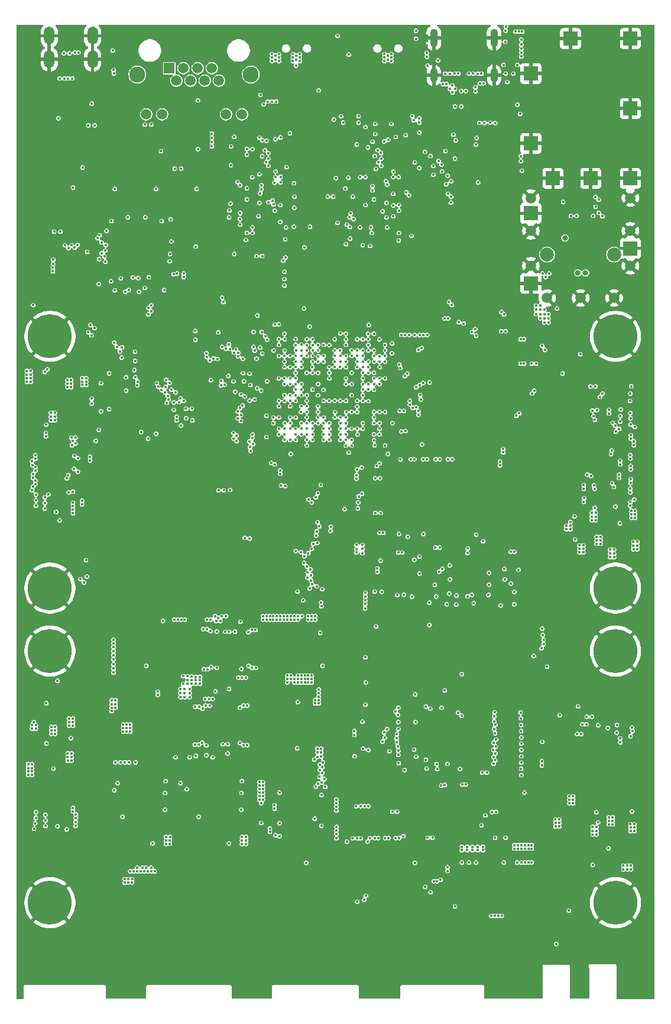
<source format=gbr>
%TF.GenerationSoftware,KiCad,Pcbnew,9.0.6-9.0.6~ubuntu22.04.1*%
%TF.CreationDate,2025-11-19T14:02:56+01:00*%
%TF.ProjectId,TRX055.01.01.PB.00.00,54525830-3535-42e3-9031-2e30312e5042,rev?*%
%TF.SameCoordinates,Original*%
%TF.FileFunction,Copper,L2,Inr*%
%TF.FilePolarity,Positive*%
%FSLAX46Y46*%
G04 Gerber Fmt 4.6, Leading zero omitted, Abs format (unit mm)*
G04 Created by KiCad (PCBNEW 9.0.6-9.0.6~ubuntu22.04.1) date 2025-11-19 14:02:56*
%MOMM*%
%LPD*%
G01*
G04 APERTURE LIST*
%TA.AperFunction,WasherPad*%
%ADD10C,2.000000*%
%TD*%
%TA.AperFunction,ComponentPad*%
%ADD11R,2.000000X2.000000*%
%TD*%
%TA.AperFunction,ComponentPad*%
%ADD12C,1.500000*%
%TD*%
%TA.AperFunction,ComponentPad*%
%ADD13C,6.300000*%
%TD*%
%TA.AperFunction,ComponentPad*%
%ADD14O,1.036000X2.100000*%
%TD*%
%TA.AperFunction,ComponentPad*%
%ADD15O,1.100000X2.600000*%
%TD*%
%TA.AperFunction,ComponentPad*%
%ADD16O,1.500000X2.550000*%
%TD*%
%TA.AperFunction,ComponentPad*%
%ADD17R,1.500000X1.500000*%
%TD*%
%TA.AperFunction,ComponentPad*%
%ADD18C,2.300000*%
%TD*%
%TA.AperFunction,ViaPad*%
%ADD19C,0.400000*%
%TD*%
%TA.AperFunction,ViaPad*%
%ADD20C,0.800000*%
%TD*%
%TA.AperFunction,Conductor*%
%ADD21C,0.127000*%
%TD*%
G04 APERTURE END LIST*
D10*
%TO.N,*%
%TO.C,J5*%
X145800000Y-63300000D03*
X136200000Y-63300000D03*
D11*
%TO.N,GND*%
X148125000Y-32400000D03*
X139550000Y-32400000D03*
X133875000Y-37400000D03*
X148125000Y-42400000D03*
X133875000Y-47400000D03*
X148125000Y-52400000D03*
X142450000Y-52400000D03*
X137050000Y-52400000D03*
D12*
X148125000Y-55200000D03*
X133875000Y-55200000D03*
D11*
X133875000Y-57400000D03*
D12*
X148125000Y-59900000D03*
X133875000Y-59900000D03*
D11*
X148125000Y-62400000D03*
D12*
X148125000Y-64900000D03*
X133875000Y-64900000D03*
D11*
X133875000Y-67400000D03*
D12*
X145800000Y-69500000D03*
X141000000Y-69500000D03*
X136200000Y-69500000D03*
%TD*%
D13*
%TO.N,GND*%
%TO.C,M1*%
X146000000Y-111000000D03*
X146000000Y-75000000D03*
%TD*%
D14*
%TO.N,GND*%
%TO.C,J9*%
X128600000Y-37660000D03*
X119960000Y-37660000D03*
D15*
X128600000Y-32300000D03*
X119960000Y-32300000D03*
%TD*%
D13*
%TO.N,GND*%
%TO.C,M2*%
X146000000Y-156000000D03*
X146000000Y-120000000D03*
%TD*%
%TO.N,GND*%
%TO.C,M4*%
X65000000Y-120000000D03*
X65000000Y-156000000D03*
%TD*%
%TO.N,GND*%
%TO.C,M3*%
X65000000Y-75000000D03*
X65000000Y-111000000D03*
%TD*%
D16*
%TO.N,GND*%
%TO.C,J7*%
X71100000Y-35360000D03*
X71100000Y-32000000D03*
X64900000Y-35360000D03*
X64900000Y-32000000D03*
%TD*%
D17*
%TO.N,/ETH_PHY_Metal/ETH_Pair3/MDI_P*%
%TO.C,J8*%
X82090000Y-36640000D03*
D12*
%TO.N,/ETH_PHY_Metal/ETH_Pair3/MDI_N*%
X83106000Y-38420000D03*
%TO.N,/ETH_PHY_Metal/ETH_Pair2/MDI_P*%
X84122000Y-36640000D03*
%TO.N,/ETH_PHY_Metal/ETH_Pair1/MDI_P*%
X85138000Y-38420000D03*
%TO.N,/ETH_PHY_Metal/ETH_Pair1/MDI_N*%
X86154000Y-36640000D03*
%TO.N,/ETH_PHY_Metal/ETH_Pair2/MDI_N*%
X87170000Y-38420000D03*
%TO.N,/ETH_PHY_Metal/ETH_Pair/MDI_P*%
X88186000Y-36640000D03*
%TO.N,/ETH_PHY_Metal/ETH_Pair/MDI_N*%
X89202000Y-38420000D03*
%TO.N,/ETH_PHY_Metal/nLED2*%
X78790000Y-43240000D03*
%TO.N,Net-(J8-Pad10)*%
X81080000Y-43240000D03*
%TO.N,/ETH_PHY_Metal/nLED1*%
X90220000Y-43240000D03*
%TO.N,Net-(J8-Pad12)*%
X92510000Y-43240000D03*
D18*
%TO.N,unconnected-(J8-PadSH)*%
X77520000Y-37530000D03*
X93780000Y-37530000D03*
%TD*%
D19*
%TO.N,/Clocking/EXT_REF_EN*%
X121550000Y-125640000D03*
X131020000Y-110340000D03*
%TO.N,Net-(C382-Pad2)*%
X131500000Y-111540000D03*
%TO.N,/Clocking/VDD_DIFF*%
X130080000Y-108260000D03*
%TO.N,Net-(R163-Pad1)*%
X132120000Y-108380000D03*
X120310000Y-112200000D03*
%TO.N,Net-(C382-Pad1)*%
X131500000Y-113300000D03*
%TO.N,+3V3*%
X72300000Y-85700000D03*
%TO.N,VDD_DDR*%
X107000000Y-44400000D03*
X106700000Y-43500000D03*
X109200000Y-43500000D03*
X109200000Y-44400000D03*
X111600000Y-44600000D03*
X113900000Y-44600000D03*
X116900000Y-43500000D03*
X117900000Y-43800000D03*
%TO.N,GND*%
X100400000Y-141800000D03*
X99700000Y-146000000D03*
X101100000Y-146000000D03*
X100300000Y-144800000D03*
X100300000Y-146000000D03*
%TO.N,+1V8*%
X110200000Y-120900000D03*
%TO.N,GND*%
X124800000Y-44760000D03*
X123400000Y-44700000D03*
%TO.N,VDD_5V5A*%
X74100000Y-118400000D03*
X74100000Y-118900000D03*
X74100000Y-119400000D03*
X74100000Y-120000000D03*
X74100000Y-120600000D03*
X74100000Y-121200000D03*
X74100000Y-121900000D03*
X74100000Y-122500000D03*
X74100000Y-123100000D03*
%TO.N,GND*%
X88500000Y-60000000D03*
X88200000Y-56600000D03*
X88100000Y-57500000D03*
%TO.N,VDD_DDR*%
X117900000Y-44400000D03*
X117100000Y-44100000D03*
%TO.N,GND*%
X118500000Y-46000000D03*
X120000000Y-45700000D03*
X122500000Y-48900000D03*
X123700000Y-46500000D03*
X124600000Y-47500000D03*
X126000000Y-48700000D03*
X127600000Y-68800000D03*
X126000000Y-69600000D03*
X125000000Y-70800000D03*
X125702571Y-70276855D03*
X89300000Y-68200000D03*
X101800000Y-60900000D03*
X103000000Y-62400000D03*
X102400000Y-63600000D03*
X101900000Y-65000000D03*
X147500000Y-106300000D03*
X147400000Y-105000000D03*
X147500000Y-103000000D03*
X147500000Y-102300000D03*
X146000000Y-101200000D03*
X146000000Y-100200000D03*
X148200000Y-94700000D03*
X129000000Y-103500000D03*
X128200000Y-103500000D03*
X127500000Y-103500000D03*
X145600000Y-138300000D03*
X145600000Y-137600000D03*
X145600000Y-139100000D03*
X145600000Y-136900000D03*
X145600000Y-139800000D03*
X145600000Y-140500000D03*
X98000000Y-125300000D03*
X98700000Y-125300000D03*
X97200000Y-125300000D03*
X99400000Y-125300000D03*
X96500000Y-125300000D03*
X95800000Y-125300000D03*
X81700000Y-115200000D03*
X79500000Y-115200000D03*
X78800000Y-115200000D03*
X118600000Y-115500000D03*
X120800000Y-115500000D03*
X117900000Y-115500000D03*
X117200000Y-115500000D03*
X114800000Y-115600000D03*
X114000000Y-115600000D03*
X113300000Y-115600000D03*
X112600000Y-115600000D03*
X129500000Y-115500000D03*
X130200000Y-115500000D03*
X128700000Y-115500000D03*
X130900000Y-115500000D03*
X128000000Y-115500000D03*
X125100000Y-115500000D03*
X125800000Y-115500000D03*
X124300000Y-115500000D03*
X126500000Y-115500000D03*
X123600000Y-115500000D03*
X122900000Y-115500000D03*
X122300000Y-100500000D03*
X123000000Y-100500000D03*
X121500000Y-100500000D03*
X123700000Y-100500000D03*
X120800000Y-100500000D03*
X117900000Y-100500000D03*
X118600000Y-100500000D03*
X117100000Y-100500000D03*
X119300000Y-100500000D03*
X116400000Y-100500000D03*
X115700000Y-100500000D03*
X126200000Y-100500000D03*
X126900000Y-100500000D03*
X125400000Y-100500000D03*
X127600000Y-100500000D03*
X124700000Y-100500000D03*
X117600000Y-42800000D03*
X118300000Y-42800000D03*
X116800000Y-42800000D03*
X119000000Y-42800000D03*
X116100000Y-42800000D03*
X115400000Y-42800000D03*
X113200000Y-42800000D03*
X113900000Y-42800000D03*
X112400000Y-42800000D03*
X114600000Y-42800000D03*
X111700000Y-42800000D03*
X111000000Y-42800000D03*
X110200000Y-42800000D03*
X109500000Y-42800000D03*
X108800000Y-42800000D03*
X108000000Y-42800000D03*
X107300000Y-42800000D03*
X106600000Y-42800000D03*
X63200000Y-35000000D03*
X63200000Y-34300000D03*
X63200000Y-33600000D03*
X75800000Y-38100000D03*
X75800000Y-37400000D03*
X75800000Y-36700000D03*
X73400000Y-43600000D03*
X73400000Y-44300000D03*
X73400000Y-45000000D03*
X74200000Y-43600000D03*
X74200000Y-42900000D03*
X74200000Y-42200000D03*
X76600000Y-43600000D03*
X76600000Y-42900000D03*
X76600000Y-42200000D03*
X65600000Y-58300000D03*
X65600000Y-57600000D03*
X65600000Y-56900000D03*
X68900000Y-58100000D03*
X68900000Y-57400000D03*
X68900000Y-56700000D03*
X68100000Y-58100000D03*
X68100000Y-57400000D03*
X68100000Y-56700000D03*
X67300000Y-58900000D03*
X67300000Y-58200000D03*
X67300000Y-57500000D03*
X67300000Y-55500000D03*
X67300000Y-56200000D03*
X67300000Y-56900000D03*
X132500000Y-143600000D03*
X132500000Y-144300000D03*
X132500000Y-145000000D03*
X126800000Y-146300000D03*
X126100000Y-146300000D03*
X125400000Y-146300000D03*
X124600000Y-146300000D03*
X123900000Y-146300000D03*
X123200000Y-146300000D03*
X122300000Y-146300000D03*
X121600000Y-146300000D03*
X120900000Y-146300000D03*
X128300000Y-125400000D03*
X127600000Y-125400000D03*
X126900000Y-125400000D03*
X128300000Y-124100000D03*
X127600000Y-124100000D03*
X126900000Y-124100000D03*
X130900000Y-125500000D03*
X130200000Y-125500000D03*
X129500000Y-125500000D03*
X131000000Y-124100000D03*
X130300000Y-124100000D03*
X129600000Y-124100000D03*
X124600000Y-117500000D03*
X124600000Y-118200000D03*
X124600000Y-118900000D03*
X124600000Y-119700000D03*
X124600000Y-120400000D03*
X124600000Y-121100000D03*
X122600000Y-122000000D03*
X121900000Y-122000000D03*
X121200000Y-122000000D03*
X122600000Y-121100000D03*
X121900000Y-121100000D03*
X121200000Y-121100000D03*
X122600000Y-120400000D03*
X121900000Y-120400000D03*
X121200000Y-120400000D03*
X122600000Y-119700000D03*
X121900000Y-119700000D03*
X121200000Y-119700000D03*
X122900000Y-118400000D03*
X122200000Y-118400000D03*
X121500000Y-118400000D03*
X138700000Y-136000000D03*
X138700000Y-136700000D03*
X138700000Y-137400000D03*
X136600000Y-137500000D03*
X136600000Y-138200000D03*
X136600000Y-138900000D03*
X141800000Y-138700000D03*
X141800000Y-139400000D03*
X141800000Y-140100000D03*
X145600000Y-134600000D03*
X145600000Y-135300000D03*
X145600000Y-136000000D03*
X143000000Y-135500000D03*
X142300000Y-135500000D03*
X141600000Y-135500000D03*
X142900000Y-134500000D03*
X142200000Y-134500000D03*
X141500000Y-134500000D03*
X133300000Y-154700000D03*
X132600000Y-154700000D03*
X131900000Y-154700000D03*
X133300000Y-153500000D03*
X132600000Y-153500000D03*
X131900000Y-153500000D03*
X126600000Y-154700000D03*
X125900000Y-154700000D03*
X125200000Y-154700000D03*
X126600000Y-153500000D03*
X125900000Y-153500000D03*
X125200000Y-153500000D03*
X113600000Y-154700000D03*
X112900000Y-154700000D03*
X112200000Y-154700000D03*
X117000000Y-154700000D03*
X116300000Y-154700000D03*
X115600000Y-154700000D03*
X117000000Y-153500000D03*
X116300000Y-153500000D03*
X115600000Y-153500000D03*
X106100000Y-154700000D03*
X105400000Y-154700000D03*
X104700000Y-154700000D03*
X106200000Y-153500000D03*
X105500000Y-153500000D03*
X104800000Y-153500000D03*
X66700000Y-148500000D03*
X66000000Y-148500000D03*
X65300000Y-148500000D03*
X85900000Y-136400000D03*
X85200000Y-136400000D03*
X83000000Y-137400000D03*
X82300000Y-137400000D03*
X81600000Y-137400000D03*
X83000000Y-136400000D03*
X82300000Y-136400000D03*
X81600000Y-136400000D03*
X92500000Y-134700000D03*
X91800000Y-134700000D03*
X91100000Y-134700000D03*
X96300000Y-134700000D03*
X95600000Y-134700000D03*
X94900000Y-134700000D03*
X96900000Y-134700000D03*
X97600000Y-134700000D03*
X98300000Y-134700000D03*
X105600000Y-134300000D03*
X108100000Y-134700000D03*
X109500000Y-133500000D03*
X111300000Y-133700000D03*
X108000000Y-132000000D03*
X108000000Y-130750000D03*
X108500000Y-129250000D03*
X109000000Y-127250000D03*
X110000000Y-126000000D03*
X111000000Y-126250000D03*
X111000000Y-125250000D03*
X111000000Y-124250000D03*
X111000000Y-123250000D03*
X111000000Y-122250000D03*
X111000000Y-121250000D03*
X151000000Y-108300000D03*
X138750000Y-162500000D03*
X114200000Y-109400000D03*
X98491999Y-90559369D03*
X124250000Y-165500000D03*
X110600000Y-77800000D03*
X151000000Y-46450000D03*
X81280000Y-130680000D03*
X60400000Y-126800000D03*
X92250000Y-56600000D03*
X60400000Y-72450000D03*
X95250000Y-158750000D03*
X83250000Y-143000000D03*
X90700000Y-120050000D03*
X151000000Y-142400000D03*
X60400000Y-38500000D03*
X145500000Y-162500000D03*
X118500000Y-158750000D03*
X60400000Y-143450000D03*
X110300000Y-117600000D03*
X83100000Y-54600000D03*
X71500000Y-164500000D03*
X60400000Y-139700000D03*
X100025000Y-153636500D03*
X60400000Y-117800000D03*
X78600000Y-63200000D03*
X107196000Y-33521000D03*
X124800000Y-108700000D03*
X99750000Y-165500000D03*
X108000000Y-158750000D03*
X100100000Y-57400000D03*
X74000000Y-164250000D03*
X60400000Y-58200000D03*
X103400000Y-88200000D03*
X69500000Y-33900000D03*
X105000000Y-158750000D03*
X60400000Y-157900000D03*
X102200000Y-78200000D03*
X60400000Y-82350000D03*
X83600000Y-153400000D03*
X151000000Y-150000000D03*
X136000000Y-161500000D03*
X140000000Y-161500000D03*
X73500000Y-169000000D03*
X60400000Y-104300000D03*
X99000000Y-166000000D03*
X81990000Y-119750000D03*
X127500000Y-169000000D03*
X88000000Y-165000000D03*
X83250000Y-158750000D03*
X107109000Y-48800000D03*
X135650000Y-157000000D03*
X117250000Y-144250000D03*
X112100000Y-91550000D03*
X74200000Y-133300000D03*
X82500000Y-165500000D03*
X83250000Y-142500000D03*
X101700000Y-31300000D03*
X151000000Y-153750000D03*
X67800000Y-138800000D03*
X146000000Y-163500000D03*
X69161500Y-121425000D03*
X131500000Y-164250000D03*
X138996737Y-161496737D03*
X73750000Y-55750000D03*
X60400000Y-126050000D03*
X98700000Y-31300000D03*
X151000000Y-30700000D03*
X87000000Y-158750000D03*
X132000000Y-164750000D03*
X151000000Y-118950000D03*
X83600000Y-148600000D03*
X128000000Y-165250000D03*
X92500000Y-164250000D03*
X100400000Y-32100000D03*
X91000000Y-153600000D03*
X151000000Y-162750000D03*
X106250000Y-166000000D03*
X60400000Y-152650000D03*
X136250000Y-164000000D03*
X130000000Y-169500000D03*
X141000000Y-162000000D03*
X124300000Y-108100000D03*
X88600000Y-62100000D03*
X76100000Y-140500000D03*
X119000000Y-131000000D03*
X108200000Y-86600000D03*
X123750000Y-158750000D03*
X60400000Y-115550000D03*
X140500000Y-165500000D03*
X109000000Y-83410000D03*
X60400000Y-106550000D03*
X93999747Y-169499999D03*
X150000000Y-169500000D03*
X145500000Y-161500000D03*
X97500000Y-166500000D03*
X132000000Y-164250000D03*
X133500000Y-79200000D03*
X60400000Y-135200000D03*
X78000000Y-164750000D03*
X102800000Y-35600000D03*
X138750000Y-164000000D03*
X95180754Y-85363500D03*
X60400000Y-132200000D03*
X114700000Y-109400000D03*
X98100000Y-103500000D03*
X77340000Y-76490000D03*
X109900000Y-35600000D03*
X92300000Y-126250000D03*
X151000000Y-57100000D03*
X107000000Y-165000000D03*
X118500000Y-136250000D03*
X90500000Y-166500000D03*
X96750000Y-158750000D03*
X151000000Y-69100000D03*
X68600000Y-37600000D03*
X62250000Y-166000000D03*
X151000000Y-165250000D03*
X100500000Y-165500000D03*
X151000000Y-101550000D03*
X98100000Y-109400000D03*
X77100000Y-61400000D03*
X151000000Y-106800000D03*
X96000000Y-164750000D03*
X111700000Y-31300000D03*
X151000000Y-89550000D03*
X151000000Y-133400000D03*
X128500000Y-164750000D03*
X116250000Y-165500000D03*
X96750000Y-119750000D03*
X73500000Y-158750000D03*
X151000000Y-69850000D03*
X60400000Y-42450000D03*
X147000000Y-165000000D03*
X151000000Y-126450000D03*
X60400000Y-163150000D03*
X140500000Y-161500000D03*
X105025000Y-45920000D03*
X87250000Y-164500000D03*
X60400000Y-93600000D03*
X77500000Y-165750000D03*
X80250000Y-165500000D03*
X134000000Y-169500000D03*
X92000000Y-165750000D03*
X151000000Y-130400000D03*
X151000000Y-137900000D03*
X92000000Y-164750000D03*
X135000000Y-161500000D03*
X127500000Y-169500000D03*
X60400000Y-63450000D03*
X151000000Y-120450000D03*
X91630000Y-130690000D03*
X83000000Y-145500000D03*
X92250000Y-59800000D03*
X60400000Y-51450000D03*
X117750000Y-166000000D03*
X151000000Y-73050000D03*
X140500000Y-162000000D03*
X93000000Y-106000000D03*
X62250000Y-165000000D03*
X126500000Y-167500000D03*
X84200000Y-153400000D03*
X91700000Y-153600000D03*
X145500000Y-163000000D03*
X110250000Y-158750000D03*
X115900000Y-35600000D03*
X79500000Y-165500000D03*
X107750000Y-165000000D03*
X70250000Y-61900000D03*
X108288596Y-52290000D03*
X112525000Y-140375000D03*
X77500000Y-169500000D03*
X93150000Y-119750000D03*
X141000000Y-169500000D03*
X125750000Y-165500000D03*
X60400000Y-154900000D03*
X109900000Y-35100000D03*
X99400000Y-38800000D03*
X125750000Y-166000000D03*
X103800000Y-35100000D03*
X113000000Y-87400000D03*
X134492774Y-166997087D03*
X65550000Y-63375000D03*
X60400000Y-123050000D03*
X135750000Y-164000000D03*
X151000000Y-33700000D03*
X60400000Y-47700000D03*
X101000000Y-39400000D03*
X79500000Y-166000000D03*
X114000000Y-85400000D03*
X60400000Y-70200000D03*
X151000000Y-32200000D03*
X151000000Y-169000000D03*
X151000000Y-147000000D03*
X101280000Y-130690000D03*
X74500000Y-165750000D03*
X79500000Y-167000000D03*
X147000000Y-168500000D03*
X88000000Y-142400000D03*
X63000000Y-165500000D03*
X107750000Y-165500000D03*
X60400000Y-128300000D03*
X78500000Y-168000000D03*
X78000000Y-165750000D03*
X64500000Y-164500000D03*
X70000000Y-165500000D03*
X113500000Y-169500000D03*
X98250000Y-166000000D03*
X78500000Y-167500000D03*
X141000000Y-168000000D03*
X99750000Y-166000000D03*
X115900000Y-34600000D03*
X93000000Y-169500000D03*
X87250000Y-165000000D03*
X112050000Y-55050000D03*
X60400000Y-165400000D03*
X67400000Y-37600000D03*
X60400000Y-112550000D03*
X107000000Y-165500000D03*
X125800000Y-109900000D03*
X151000000Y-167500000D03*
X60400000Y-94525000D03*
X138750000Y-163000000D03*
X96000000Y-158750000D03*
X88905000Y-124065000D03*
X134500000Y-163000000D03*
X60400000Y-99050000D03*
X60400000Y-64200000D03*
X121500000Y-158750000D03*
X134500000Y-169000000D03*
X127500000Y-167500000D03*
X70000000Y-164500000D03*
X140500000Y-169500000D03*
X81750000Y-158750000D03*
X139250000Y-163500000D03*
X146000000Y-163000000D03*
X135750000Y-163000000D03*
X74500000Y-169500000D03*
X140375000Y-55975000D03*
X151000000Y-141650000D03*
X60400000Y-92100000D03*
X116400000Y-35400000D03*
X72500000Y-167500000D03*
X91500000Y-168500000D03*
X60400000Y-67200000D03*
X77100000Y-85550000D03*
X151000000Y-161250000D03*
X60400000Y-141200000D03*
X60400000Y-105050000D03*
X130900000Y-33850000D03*
X151000000Y-127375000D03*
X60400000Y-95300000D03*
X134500000Y-164500000D03*
X151000000Y-115950000D03*
X60400000Y-153400000D03*
X123500000Y-164500000D03*
X60400000Y-148700000D03*
X120200000Y-109100000D03*
X60400000Y-101300000D03*
X78000000Y-165250000D03*
X82500000Y-158750000D03*
X91500000Y-168000000D03*
X151000000Y-52450000D03*
X84800000Y-65200000D03*
X60400000Y-50700000D03*
X151000000Y-124950000D03*
X96500000Y-169500000D03*
X106479000Y-45173000D03*
X151000000Y-50950000D03*
X114000000Y-158750000D03*
X151000000Y-152250000D03*
X102750000Y-158750000D03*
X88500000Y-142400000D03*
X125375000Y-143475000D03*
X60400000Y-66450000D03*
X126500000Y-166000000D03*
X106250000Y-165000000D03*
X72668199Y-155356801D03*
X151000000Y-91050000D03*
X60400000Y-34750000D03*
X116250000Y-166000000D03*
X139250000Y-163000000D03*
X118500000Y-130500000D03*
X95500000Y-164750000D03*
X95200000Y-153600000D03*
X70750000Y-165500000D03*
X81390000Y-119750000D03*
X108000000Y-60400000D03*
X116250000Y-143500000D03*
X114700000Y-108800000D03*
X60400000Y-154150000D03*
X89600000Y-130400000D03*
X87000000Y-142400000D03*
X60400000Y-73950000D03*
X82400000Y-149200000D03*
X147000000Y-164000000D03*
X144350000Y-150150000D03*
X125150000Y-114300000D03*
X60400000Y-41700000D03*
X151000000Y-82050000D03*
X77500000Y-164750000D03*
X133500000Y-169500000D03*
X92000000Y-48600000D03*
X60400000Y-83100000D03*
X83600000Y-149200000D03*
X73700000Y-138100000D03*
X60400000Y-43950000D03*
X108500000Y-164500000D03*
X83000000Y-145000000D03*
X127000000Y-167500000D03*
X146000000Y-162500000D03*
X80200000Y-156100000D03*
X151000000Y-103050000D03*
X147300000Y-150150000D03*
X115700000Y-108200000D03*
X98250000Y-158750000D03*
X131500000Y-164750000D03*
X100030000Y-130690000D03*
X134500000Y-168000000D03*
X129500000Y-146700000D03*
X60400000Y-144950000D03*
X75200000Y-129200000D03*
X77100000Y-84150000D03*
X73700000Y-133700000D03*
X87500000Y-140500000D03*
X81800000Y-149200000D03*
X108500000Y-166500000D03*
X101000000Y-119750000D03*
X140500000Y-163500000D03*
X110300000Y-119300000D03*
X85590000Y-119750000D03*
X116078596Y-59800000D03*
X75200000Y-124900000D03*
X98600000Y-76200000D03*
X99400000Y-78600000D03*
X151000000Y-77550000D03*
X151000000Y-114450000D03*
X125300000Y-109900000D03*
X121600000Y-140725000D03*
X60400000Y-79350000D03*
X116100000Y-38100000D03*
X60400000Y-88350000D03*
X110000000Y-165250000D03*
X151000000Y-159750000D03*
X60400000Y-84600000D03*
X60400000Y-160150000D03*
X60400000Y-75450000D03*
X60400000Y-48450000D03*
X124800000Y-109900000D03*
X90500000Y-165500000D03*
X151000000Y-45700000D03*
X81750000Y-165000000D03*
X101600000Y-119750000D03*
X120000000Y-140750000D03*
X90500000Y-164000000D03*
X96900000Y-37300000D03*
X109000000Y-86600000D03*
X72500000Y-164500000D03*
X133000000Y-169500000D03*
X95500000Y-169500000D03*
X151000000Y-90300000D03*
X111400000Y-130250000D03*
X151000000Y-134150000D03*
X151000000Y-154500000D03*
X91500000Y-167500000D03*
X145050000Y-59150000D03*
X73700000Y-137500000D03*
X60400000Y-137450000D03*
X151000000Y-85050000D03*
X68250000Y-158750000D03*
X108200000Y-87400000D03*
X60400000Y-37000000D03*
X101800001Y-81800000D03*
X131000000Y-169500000D03*
X151000000Y-86550000D03*
X60400000Y-122300000D03*
X60400000Y-54450000D03*
X69250000Y-166000000D03*
X151000000Y-91800000D03*
X151000000Y-95550000D03*
X90750000Y-158750000D03*
X87500000Y-142400000D03*
X97500000Y-166000000D03*
X82400000Y-150400000D03*
X135600000Y-156100000D03*
X140500000Y-162500000D03*
X109500000Y-169500000D03*
X92800000Y-153600000D03*
X151000000Y-146200000D03*
X60400000Y-86100000D03*
X60400000Y-32500000D03*
X88500000Y-140000000D03*
X89500000Y-166000000D03*
X151000000Y-128900000D03*
X60400000Y-135950000D03*
X82590000Y-119750000D03*
X69250000Y-164500000D03*
X124000000Y-128000000D03*
X151000000Y-88050000D03*
X64500000Y-139400000D03*
X151000000Y-34450000D03*
X87750000Y-158750000D03*
X60400000Y-55950000D03*
X135750000Y-163500000D03*
X97000000Y-104600000D03*
X78990000Y-119750000D03*
X113500000Y-164750000D03*
X92000000Y-165250000D03*
X90700000Y-156100000D03*
X60400000Y-119300000D03*
X124250000Y-144250000D03*
X88494779Y-141898241D03*
X151000000Y-82800000D03*
X60400000Y-31750000D03*
X125000000Y-164500000D03*
X134500000Y-168500000D03*
X122250000Y-158750000D03*
X122200000Y-109200000D03*
X142250000Y-163000000D03*
X147000000Y-166000000D03*
X73700000Y-133000000D03*
X92230000Y-130690000D03*
X126500000Y-165500000D03*
X151000000Y-153000000D03*
X61000000Y-169100000D03*
X79500000Y-165000000D03*
X122250000Y-140750000D03*
X111000000Y-117600000D03*
X113500000Y-31300000D03*
X81800000Y-149788627D03*
X92000000Y-51800000D03*
X141000000Y-164500000D03*
X151000000Y-72275000D03*
X78900000Y-136300000D03*
X60400000Y-35500000D03*
X129000000Y-169500000D03*
X128000000Y-164750000D03*
X110850000Y-131350000D03*
X108500000Y-164000000D03*
X100680000Y-130690000D03*
X114000000Y-164250000D03*
X90500000Y-167000000D03*
X118750000Y-143500000D03*
X107250000Y-158750000D03*
X145000000Y-161500000D03*
X130500000Y-169500000D03*
X110400000Y-35400000D03*
X144150000Y-60950000D03*
X146500000Y-161500000D03*
X93400000Y-110000000D03*
X140500000Y-166000000D03*
X60400000Y-108050000D03*
X74800000Y-129600000D03*
X90500000Y-167500000D03*
X60400000Y-61200000D03*
X98200002Y-73700000D03*
X138500000Y-158250000D03*
X74500000Y-164750000D03*
X108378596Y-56636500D03*
X99750000Y-165000000D03*
X96046000Y-51524000D03*
X78500000Y-169500000D03*
X114200000Y-110000000D03*
X115500000Y-166000000D03*
X78500000Y-169000000D03*
X60400000Y-167650000D03*
X109800000Y-37300000D03*
X77700000Y-141000000D03*
X92500000Y-164750000D03*
X142559314Y-151459314D03*
X105008000Y-81786000D03*
X151000000Y-49450000D03*
X151000000Y-132650000D03*
X151000000Y-155250000D03*
X132000000Y-169500000D03*
X101250000Y-158750000D03*
X142750000Y-162500000D03*
X128500000Y-165750000D03*
X151000000Y-111450000D03*
X111000000Y-158750000D03*
X98000000Y-60200000D03*
X151000000Y-123450000D03*
X111500000Y-169500000D03*
X99300000Y-31300000D03*
X114000000Y-169500000D03*
X123500000Y-166000000D03*
X108750000Y-158750000D03*
X124300000Y-109900000D03*
X110400000Y-140375000D03*
X67800000Y-139400000D03*
X122000000Y-131000000D03*
X151000000Y-74550000D03*
X137659314Y-156359314D03*
X121000000Y-131000000D03*
X151000000Y-112200000D03*
X151000000Y-41200000D03*
X97800000Y-81800000D03*
X117500000Y-132000000D03*
X127500000Y-168500000D03*
X92300000Y-153600000D03*
X77250000Y-158750000D03*
X71250000Y-158750000D03*
X60400000Y-34000000D03*
X105246000Y-33536000D03*
X78650000Y-55750000D03*
X141000000Y-165500000D03*
X128500000Y-165250000D03*
X116400000Y-34800000D03*
X63750000Y-164500000D03*
X151000000Y-50200000D03*
X115500000Y-167000000D03*
X101000000Y-32100000D03*
X86250000Y-158750000D03*
X115900000Y-35100000D03*
X84000000Y-158750000D03*
X80080000Y-130680000D03*
X125800000Y-108100000D03*
X75200000Y-124300000D03*
X151000000Y-83550000D03*
X60400000Y-71700000D03*
X60400000Y-117050000D03*
X95000000Y-169500000D03*
X104200000Y-77000000D03*
X151000000Y-66850000D03*
X116250000Y-164500000D03*
X100500000Y-165000000D03*
X134250000Y-158750000D03*
X60400000Y-56700000D03*
X110178596Y-58600000D03*
X95230000Y-130690000D03*
X74500000Y-164250000D03*
X60400000Y-45450000D03*
X65800000Y-139400000D03*
X114700000Y-110000000D03*
X60400000Y-162400000D03*
X147000000Y-164500000D03*
X133500000Y-158750000D03*
X132000000Y-165250000D03*
X73700000Y-135700000D03*
X97500000Y-158750000D03*
X60400000Y-46200000D03*
X63750000Y-165500000D03*
X60400000Y-131350000D03*
X88000000Y-138900000D03*
X151000000Y-71350000D03*
X60400000Y-132950000D03*
X98230000Y-130690000D03*
X125500000Y-128000000D03*
X89250000Y-158750000D03*
X105500000Y-166000000D03*
X60400000Y-123800000D03*
X128000000Y-165750000D03*
X60400000Y-111050000D03*
X114000000Y-165250000D03*
X88000000Y-141900000D03*
X111245000Y-71993000D03*
X116900000Y-35600000D03*
X79500000Y-164000000D03*
X70750000Y-166000000D03*
X60400000Y-33250000D03*
X96000000Y-164250000D03*
X114200000Y-108200000D03*
X74400000Y-137800000D03*
X124250000Y-164500000D03*
X151000000Y-168250000D03*
X77700000Y-142200000D03*
X77700000Y-139900000D03*
X151000000Y-129650000D03*
X77200000Y-63200000D03*
X117750000Y-165000000D03*
X117000000Y-165000000D03*
X115000000Y-168500000D03*
X134500000Y-169500000D03*
X151000000Y-70600000D03*
X127600000Y-46400000D03*
X60400000Y-68700000D03*
X88000000Y-165500000D03*
X151000000Y-151500000D03*
X118500000Y-165500000D03*
X151000000Y-57850000D03*
X147000000Y-162000000D03*
X60400000Y-151900000D03*
X89600000Y-129800000D03*
X115200000Y-110000000D03*
X80680000Y-130680000D03*
X70488500Y-111850000D03*
X151000000Y-128150000D03*
X122325000Y-136600000D03*
X102800000Y-34600000D03*
X151000000Y-160500000D03*
X109000000Y-167500000D03*
X151000000Y-102300000D03*
X116078596Y-58200000D03*
X141000000Y-166000000D03*
X98250000Y-164500000D03*
X60400000Y-39425000D03*
X60400000Y-102800000D03*
X87250000Y-165500000D03*
X102600000Y-84200000D03*
X87452000Y-119736000D03*
X91000000Y-154700000D03*
X60400000Y-81600000D03*
X115000000Y-169500000D03*
X151000000Y-121200000D03*
X77100000Y-84900000D03*
X114100000Y-32100000D03*
X105800000Y-87400000D03*
X151000000Y-78300000D03*
X100025000Y-154761500D03*
X79000000Y-167500000D03*
X60400000Y-111800000D03*
X106250000Y-165500000D03*
X79590000Y-119750000D03*
X110400000Y-34800000D03*
X99000000Y-158750000D03*
X131500000Y-44400000D03*
X90000000Y-158750000D03*
X125300000Y-109300000D03*
X98250000Y-165500000D03*
X110600000Y-81000000D03*
X122825000Y-143475000D03*
X111700000Y-32100000D03*
X121000000Y-130000000D03*
X81880000Y-130680000D03*
X140500000Y-165000000D03*
X97500000Y-164000000D03*
X116250000Y-158750000D03*
X106600000Y-90600000D03*
X70000000Y-166000000D03*
X82400000Y-148600000D03*
X97400000Y-36900000D03*
X75496490Y-169496737D03*
X130500000Y-158750000D03*
X151000000Y-40450000D03*
X147000000Y-169500000D03*
X139250000Y-164000000D03*
X91500000Y-169000000D03*
X60400000Y-52200000D03*
X125750000Y-164500000D03*
X112500000Y-158750000D03*
X119000000Y-32700000D03*
X94500000Y-169500000D03*
X98900000Y-108500000D03*
X112144010Y-89798655D03*
X91999328Y-169499328D03*
X141000000Y-161500000D03*
X82500000Y-164500000D03*
X99750000Y-158750000D03*
X151000000Y-105300000D03*
X142250000Y-162500000D03*
X151000000Y-164250000D03*
X60400000Y-60450000D03*
X95864000Y-54792000D03*
X83600000Y-149800000D03*
X95500000Y-165750000D03*
X114750000Y-158750000D03*
X89240000Y-119750000D03*
X142250000Y-163500000D03*
X99000000Y-165500000D03*
X108494982Y-166996737D03*
X149500000Y-169500000D03*
X109500000Y-168000000D03*
X151000000Y-47950000D03*
X100200000Y-87400000D03*
X92200000Y-154700000D03*
X83250000Y-142000000D03*
X82500000Y-166000000D03*
X120250000Y-150250000D03*
X106500000Y-158750000D03*
X103500000Y-158750000D03*
X132000000Y-165750000D03*
X60400000Y-36250000D03*
X114800000Y-31300000D03*
X76150000Y-55750000D03*
X60400000Y-166900000D03*
X60400000Y-100550000D03*
X118000000Y-130000000D03*
X97500000Y-165000000D03*
X115700000Y-109400000D03*
X125900000Y-44700000D03*
X125300000Y-108100000D03*
X60400000Y-120050000D03*
X129100000Y-105700000D03*
X81000000Y-165000000D03*
X131500000Y-165750000D03*
X60400000Y-46950000D03*
X79500000Y-167500000D03*
X75000000Y-137800000D03*
X146989964Y-163010035D03*
X151000000Y-150750000D03*
X70500000Y-158750000D03*
X87250000Y-166000000D03*
X142200000Y-45900000D03*
X107400000Y-85000000D03*
X141000000Y-164000000D03*
X74250000Y-158750000D03*
X74500000Y-165250000D03*
X60400000Y-151150000D03*
X151000000Y-47200000D03*
X124250000Y-165000000D03*
X78000000Y-169500000D03*
X147000000Y-167500000D03*
X64500000Y-165500000D03*
X108500000Y-166000000D03*
X151000000Y-31450000D03*
X60400000Y-78600000D03*
X140500000Y-168500000D03*
X131500000Y-74250000D03*
X115000000Y-167500000D03*
X60400000Y-44700000D03*
X77700000Y-61400000D03*
X147000000Y-161500000D03*
X123500000Y-165500000D03*
X115500000Y-158750000D03*
X140500000Y-168000000D03*
X91750000Y-126250000D03*
X60400000Y-144200000D03*
X79000000Y-61400000D03*
X88000000Y-140000000D03*
X101500000Y-37600000D03*
X151000000Y-137150000D03*
X109900000Y-34600000D03*
X126250000Y-137750000D03*
X151000000Y-138650000D03*
X114000000Y-88599999D03*
X96500000Y-168500000D03*
X151000000Y-122700000D03*
X118500000Y-166000000D03*
X60400000Y-146450000D03*
X60400000Y-166150000D03*
X63750000Y-166000000D03*
X96990000Y-79399000D03*
X115500000Y-165500000D03*
X84880000Y-130680000D03*
X151000000Y-94050000D03*
X141000000Y-169000000D03*
X76500000Y-169500000D03*
X94000000Y-53800000D03*
X151000000Y-53200000D03*
X118500000Y-164500000D03*
X141000000Y-167500000D03*
X113500000Y-164250000D03*
X73500000Y-168500000D03*
X115000000Y-168000000D03*
X72053186Y-156046814D03*
X142250000Y-164000000D03*
X102600001Y-81800000D03*
X78880000Y-130680000D03*
X60400000Y-147200000D03*
X60400000Y-156400000D03*
X79500000Y-166500000D03*
X68640686Y-152634314D03*
X151000000Y-156750000D03*
X145500000Y-163500000D03*
X125800000Y-108700000D03*
X125000000Y-165500000D03*
X60400000Y-49200000D03*
X104250000Y-158750000D03*
X110000000Y-164750000D03*
X110500000Y-169500000D03*
X145500000Y-164000000D03*
X116250000Y-165000000D03*
X123500000Y-165000000D03*
X128000000Y-169500000D03*
X74000000Y-169500000D03*
X73500000Y-168000000D03*
X88750000Y-165500000D03*
X151000000Y-163500000D03*
X60400000Y-96050000D03*
X151000000Y-166750000D03*
X67800000Y-137600000D03*
X102000000Y-158750000D03*
X72000000Y-158750000D03*
X77500000Y-164250000D03*
X117000000Y-164500000D03*
X88750000Y-165000000D03*
X151000000Y-96300000D03*
X151000000Y-147750000D03*
X119250000Y-158750000D03*
X93500000Y-169500000D03*
X130900000Y-34400000D03*
X107000000Y-164500000D03*
X114500000Y-169500000D03*
X83000000Y-149200000D03*
X80200000Y-135200000D03*
X110900000Y-34600000D03*
X91500000Y-169500000D03*
X131500000Y-165250000D03*
X136250000Y-163000000D03*
X129500000Y-169500000D03*
X84390000Y-119750000D03*
X76500000Y-63500000D03*
X124300000Y-109300000D03*
X60400000Y-160900000D03*
X87000000Y-140000000D03*
X60400000Y-114800000D03*
X60400000Y-53700000D03*
X107750000Y-164500000D03*
X62250000Y-164500000D03*
X87000000Y-139500000D03*
X135750000Y-158750000D03*
X151000000Y-35950000D03*
X93200000Y-57800000D03*
X80250000Y-164500000D03*
X151000000Y-99300000D03*
X83000000Y-149800000D03*
X135750000Y-162500000D03*
X136250000Y-162500000D03*
X92550000Y-119750000D03*
X93200000Y-57000000D03*
X88405000Y-124065000D03*
X97630000Y-130690000D03*
X122350000Y-139337500D03*
X82800000Y-56500000D03*
X151000000Y-67600000D03*
X132750000Y-158750000D03*
X136250000Y-163500000D03*
X151000000Y-65350000D03*
X88500000Y-140500000D03*
X60400000Y-138950000D03*
X101400000Y-33100000D03*
X151000000Y-97800000D03*
X92000000Y-164250000D03*
X77000000Y-169500000D03*
X62250000Y-165500000D03*
X79500000Y-61400000D03*
X121000000Y-140750000D03*
X105500000Y-164500000D03*
X65600000Y-66590000D03*
X131250000Y-158750000D03*
X151000000Y-116700000D03*
X147000000Y-163500000D03*
X96800000Y-154700000D03*
X99430000Y-130690000D03*
X151000000Y-97050000D03*
X151000000Y-56350000D03*
X134500000Y-163500000D03*
X79400000Y-63200000D03*
X128500000Y-169500000D03*
X151000000Y-38950000D03*
X70000000Y-165000000D03*
X89500000Y-164500000D03*
X100500000Y-158750000D03*
X80000000Y-135800000D03*
X105500000Y-165500000D03*
X113000000Y-169500000D03*
X83000000Y-150400000D03*
X79480000Y-130680000D03*
X151000000Y-134900000D03*
X136500000Y-161500000D03*
X115700000Y-110000000D03*
X96150000Y-119750000D03*
X97030000Y-130690000D03*
X101000000Y-75400000D03*
X119000000Y-130000000D03*
X65800000Y-54600000D03*
X151000000Y-54000000D03*
X140488450Y-167494174D03*
X84900000Y-59450000D03*
X76800000Y-136300000D03*
X74200000Y-134100000D03*
X60400000Y-96800000D03*
X80720000Y-76740000D03*
X75200000Y-126700000D03*
X113500000Y-33100000D03*
X111000000Y-118400000D03*
X95739000Y-105844000D03*
X60400000Y-145700000D03*
X82400000Y-149800000D03*
X60400000Y-109550000D03*
X84750000Y-158750000D03*
X102220000Y-79770000D03*
X151000000Y-110700000D03*
X60400000Y-61950000D03*
X151000000Y-79050000D03*
X96000000Y-169500000D03*
X60400000Y-134450000D03*
X115500000Y-166500000D03*
X138000000Y-158750000D03*
X151000000Y-169500000D03*
X109500000Y-167500000D03*
X134500000Y-165500000D03*
X71300000Y-54400000D03*
X118750000Y-144000000D03*
X63000000Y-166000000D03*
X125300000Y-108700000D03*
X100500000Y-164500000D03*
X97497573Y-166968976D03*
X95500000Y-165250000D03*
X60400000Y-74700000D03*
X141000000Y-162500000D03*
X73500000Y-167500000D03*
X99500000Y-33100000D03*
X103400000Y-79400000D03*
X75000000Y-158750000D03*
X138750000Y-163500000D03*
X151000000Y-93300000D03*
X151000000Y-131900000D03*
X151000000Y-73800000D03*
X151000000Y-100800000D03*
X75200000Y-126100000D03*
X101000000Y-84200000D03*
X92250000Y-158750000D03*
X108500000Y-165500000D03*
X91250000Y-126250000D03*
X107000000Y-166000000D03*
X147000000Y-162500000D03*
X60400000Y-57450000D03*
X60400000Y-121550000D03*
X109500000Y-158750000D03*
X84840336Y-153404989D03*
X63000000Y-164500000D03*
X116000000Y-51800000D03*
X115000000Y-169000000D03*
X91000000Y-164000000D03*
X60400000Y-73200000D03*
X60400000Y-52950000D03*
X84950000Y-61050000D03*
X126000000Y-143475000D03*
X151000000Y-32950000D03*
X93000000Y-158750000D03*
X60400000Y-150400000D03*
X125750000Y-165000000D03*
X78400000Y-61400000D03*
X140500000Y-163000000D03*
X117000000Y-166000000D03*
X87500000Y-141900000D03*
X60400000Y-108800000D03*
X117000000Y-165500000D03*
X71500000Y-165500000D03*
X91600000Y-154700000D03*
X82480000Y-130680000D03*
X90700000Y-119450000D03*
X109500000Y-169000000D03*
X112900000Y-31300000D03*
X104200000Y-81800000D03*
X140500000Y-164000000D03*
X112300000Y-32100000D03*
X68200000Y-33900000D03*
X90499999Y-164996490D03*
X151000000Y-107550000D03*
X74000000Y-165250000D03*
X97500000Y-167500000D03*
X115200000Y-109400000D03*
X78750000Y-158750000D03*
X87000000Y-140500000D03*
X103800000Y-34600000D03*
X118250000Y-144250000D03*
X100000000Y-33100000D03*
X60400000Y-142700000D03*
X78000000Y-158750000D03*
X60400000Y-129050000D03*
X100000000Y-55800000D03*
X60400000Y-40200000D03*
X60400000Y-147950000D03*
X72500000Y-165500000D03*
X73700000Y-135000000D03*
X60400000Y-130550000D03*
X112300000Y-31300000D03*
X60400000Y-86850000D03*
X77500000Y-165250000D03*
X151000000Y-36700000D03*
X140500000Y-167000000D03*
X115000000Y-86200000D03*
X151000000Y-61600000D03*
X80250000Y-165000000D03*
X87500000Y-139500000D03*
X115500000Y-167500000D03*
X60400000Y-62700000D03*
X110000000Y-164250000D03*
X151000000Y-62350000D03*
X60400000Y-89100000D03*
X151000000Y-139400000D03*
X90500000Y-164500000D03*
X148370000Y-88660000D03*
X60400000Y-64950000D03*
X151000000Y-117450000D03*
X69250000Y-165500000D03*
X75750000Y-158750000D03*
X91300000Y-156100000D03*
X151000000Y-148500000D03*
X105800000Y-85000000D03*
X151000000Y-84300000D03*
X134500000Y-166500000D03*
X151000000Y-63850000D03*
X151000000Y-51700000D03*
X60400000Y-83850000D03*
X104200000Y-75400000D03*
X142750000Y-163000000D03*
X109000000Y-87400000D03*
X93400000Y-153600000D03*
X75000000Y-169500000D03*
X112200000Y-77000000D03*
X126500000Y-164500000D03*
X94000000Y-154700000D03*
X95830000Y-130690000D03*
X92800000Y-154700000D03*
X142750000Y-164000000D03*
X151000000Y-121950000D03*
X124800000Y-108100000D03*
X61000000Y-166900000D03*
X147500000Y-169500000D03*
X116250000Y-143000000D03*
X87000000Y-141900000D03*
X151000000Y-63100000D03*
X131000000Y-43600000D03*
X101700000Y-32100000D03*
X111750000Y-158750000D03*
X94200000Y-101900000D03*
X105264000Y-52255000D03*
X151000000Y-144650000D03*
X72500000Y-166000000D03*
X127500000Y-168000000D03*
X151000000Y-119700000D03*
X94000000Y-153600000D03*
X151000000Y-125700000D03*
X60400000Y-158650000D03*
X98550000Y-119750000D03*
X88000000Y-166000000D03*
X117750000Y-158750000D03*
X76100000Y-141700000D03*
X66600000Y-33900000D03*
X151000000Y-162000000D03*
X151000000Y-35200000D03*
X60400000Y-102050000D03*
X107121000Y-45918000D03*
X106250000Y-164500000D03*
X76100000Y-139300000D03*
X88009500Y-54990500D03*
X117750000Y-165500000D03*
X88000000Y-164500000D03*
X106400000Y-44400000D03*
X96000000Y-165250000D03*
X134478324Y-164988462D03*
X151000000Y-109950000D03*
X141500000Y-161500000D03*
X70750000Y-164500000D03*
X151000000Y-44200000D03*
X114200000Y-90200000D03*
X151000000Y-136400000D03*
X72500000Y-165000000D03*
X124300000Y-108700000D03*
X122000000Y-128000000D03*
X112000000Y-169500000D03*
X90500000Y-166000000D03*
X87000000Y-138900000D03*
X151000000Y-140150000D03*
X111298596Y-57420000D03*
X60400000Y-97550000D03*
X104200000Y-83400000D03*
X140500000Y-169000000D03*
X74400000Y-156100000D03*
X99750000Y-164500000D03*
X65820000Y-48120000D03*
X95550000Y-119750000D03*
X97000000Y-88200000D03*
X60400000Y-37750000D03*
X102127000Y-45936000D03*
X129100000Y-105000000D03*
X60400000Y-76250000D03*
X92500000Y-156100000D03*
X114100000Y-33100000D03*
X114000000Y-164750000D03*
X77700000Y-139300000D03*
X80250000Y-158750000D03*
X81700000Y-48400000D03*
X92300000Y-61100000D03*
X60400000Y-161650000D03*
X60400000Y-136700000D03*
X83190000Y-119750000D03*
X70250000Y-60000000D03*
X110500000Y-164750000D03*
X125800000Y-109300000D03*
X138000000Y-60650000D03*
X127600000Y-71000000D03*
X60400000Y-80100000D03*
X72500000Y-164000000D03*
X80200000Y-134600000D03*
X126500000Y-164000000D03*
X70750000Y-165000000D03*
X126500000Y-166500000D03*
X87280000Y-130680000D03*
X124800000Y-109300000D03*
X83680000Y-130680000D03*
X99000000Y-164500000D03*
X60400000Y-31000000D03*
X139250000Y-162500000D03*
X97900000Y-37300000D03*
X119200000Y-106600000D03*
X134000000Y-41500000D03*
X60400000Y-89850000D03*
X77800000Y-137800000D03*
X88750000Y-166000000D03*
X81800000Y-148600000D03*
X126000000Y-158750000D03*
X151000000Y-79800000D03*
X75200000Y-125500000D03*
X70250000Y-60950000D03*
X88600000Y-138900000D03*
X151000000Y-135650000D03*
X95500000Y-164250000D03*
X92743000Y-130700000D03*
X72500000Y-166500000D03*
X151000000Y-166000000D03*
X60400000Y-164650000D03*
X110850000Y-132450000D03*
X110900000Y-35100000D03*
X137200000Y-60650000D03*
X111000000Y-169500000D03*
X132500000Y-169500000D03*
X151000000Y-54850000D03*
X126750000Y-158750000D03*
X60400000Y-116300000D03*
X124500000Y-158750000D03*
X114700000Y-108200000D03*
X77700000Y-140400000D03*
X60400000Y-163900000D03*
X76100000Y-139900000D03*
X151000000Y-131150000D03*
X73600000Y-131600000D03*
X60400000Y-103550000D03*
X118500000Y-165000000D03*
X141000000Y-163500000D03*
X123000000Y-128000000D03*
X96500000Y-167500000D03*
X96500000Y-169000000D03*
X60400000Y-87600000D03*
X146000000Y-161500000D03*
X101000000Y-81000000D03*
X110000000Y-165750000D03*
X94022000Y-51411000D03*
X112900000Y-32100000D03*
X74200000Y-130500000D03*
X97000000Y-167500000D03*
X151000000Y-43450000D03*
X71500000Y-165000000D03*
X151000000Y-159000000D03*
X92200000Y-55800000D03*
X116900000Y-38500000D03*
X100100000Y-58200000D03*
X131500000Y-169500000D03*
X147000000Y-165500000D03*
X151000000Y-124200000D03*
X151000000Y-76050000D03*
X79500000Y-158750000D03*
X100500000Y-166000000D03*
X119000000Y-32000000D03*
X151000000Y-64600000D03*
X64500000Y-165000000D03*
X114200000Y-108800000D03*
X88000000Y-140500000D03*
X74000000Y-164750000D03*
X72750000Y-158750000D03*
X109500000Y-168500000D03*
X97350000Y-119750000D03*
X129750000Y-158750000D03*
X80800000Y-134600000D03*
X75194791Y-127291878D03*
X60400000Y-140450000D03*
X99800000Y-32100000D03*
X141000000Y-163000000D03*
X87855000Y-124065000D03*
X147000000Y-166500000D03*
X128250000Y-158750000D03*
X80200000Y-154700000D03*
X151000000Y-58600000D03*
X89500000Y-165500000D03*
X60400000Y-149625000D03*
X120750000Y-158750000D03*
X97950000Y-119750000D03*
X110300000Y-118400000D03*
X108200001Y-80999999D03*
X108500000Y-165000000D03*
X90700000Y-120650000D03*
X60400000Y-138200000D03*
X60400000Y-124550000D03*
X125000000Y-165000000D03*
X102800000Y-35100000D03*
X116077668Y-57400000D03*
X60400000Y-40950000D03*
X151000000Y-109100000D03*
X112500000Y-169500000D03*
X115500000Y-164500000D03*
X60400000Y-67950000D03*
X111400000Y-88200000D03*
X63000000Y-165000000D03*
X73900000Y-132000000D03*
X109800000Y-76200000D03*
X134500000Y-162500000D03*
X115500000Y-165000000D03*
X77900000Y-63200000D03*
X115978596Y-55800000D03*
X78496984Y-168493227D03*
X110550000Y-131900000D03*
X97300000Y-110000000D03*
X81000000Y-158750000D03*
X73700000Y-134300000D03*
X83600000Y-150400000D03*
X101100000Y-31300000D03*
X82900000Y-153400000D03*
X135500000Y-161500000D03*
X151000000Y-39700000D03*
X151000000Y-94800000D03*
X128500000Y-164250000D03*
X151000000Y-66100000D03*
X151000000Y-41950000D03*
X60400000Y-141950000D03*
X60400000Y-77100000D03*
X85500000Y-158750000D03*
X60400000Y-59700000D03*
X69000000Y-158750000D03*
X105500000Y-165000000D03*
X141100000Y-55800000D03*
X105750000Y-158750000D03*
X115200000Y-108200000D03*
X114800000Y-32100000D03*
X88000000Y-139500000D03*
X146000000Y-164000000D03*
X73600000Y-131000000D03*
X110500000Y-165250000D03*
X69355699Y-152044301D03*
X69750000Y-158750000D03*
X60400000Y-118550000D03*
X151000000Y-104550000D03*
X64500000Y-166000000D03*
X151000000Y-81300000D03*
X88640000Y-119750000D03*
X60400000Y-80850000D03*
X119000000Y-33400000D03*
X77300000Y-137400000D03*
X83000000Y-148600000D03*
X92500000Y-169500000D03*
X89500000Y-165000000D03*
X115500000Y-164000000D03*
X151000000Y-113700000D03*
X60400000Y-92850000D03*
X120000000Y-158750000D03*
X81800000Y-150400000D03*
X151000000Y-115200000D03*
X79400000Y-74850000D03*
X125250000Y-158750000D03*
X151000000Y-106050000D03*
X148499999Y-169496515D03*
X141000000Y-167000000D03*
X60400000Y-85350000D03*
X110500000Y-164250000D03*
X125000000Y-166000000D03*
X113500000Y-165750000D03*
X128000000Y-164250000D03*
X67500000Y-158750000D03*
X151000000Y-55600000D03*
X60400000Y-105800000D03*
X151000000Y-112950000D03*
X83080000Y-130680000D03*
X124750000Y-144250000D03*
X96000000Y-165750000D03*
X87500000Y-140000000D03*
X60400000Y-99800000D03*
X100350000Y-119750000D03*
X99000000Y-165000000D03*
X112800000Y-33100000D03*
X96430000Y-130690000D03*
X141000000Y-168500000D03*
X128000000Y-138500000D03*
X97500000Y-164500000D03*
X76100000Y-141100000D03*
X91500000Y-158750000D03*
X74480919Y-153636500D03*
X60400000Y-127550000D03*
X107400001Y-83400000D03*
X100500000Y-31300000D03*
X73700000Y-136300000D03*
X148000000Y-169500000D03*
X147000000Y-169000000D03*
X96791000Y-54323000D03*
X76100000Y-142300000D03*
X151000000Y-68350000D03*
X85900000Y-77670000D03*
X151000000Y-158250000D03*
X92000000Y-50200000D03*
X136500000Y-158750000D03*
X60400000Y-58950000D03*
X81000000Y-166000000D03*
X79500000Y-164500000D03*
X74000000Y-165750000D03*
X60400000Y-90600000D03*
X73200000Y-115475000D03*
X76500000Y-158750000D03*
X151000000Y-60100000D03*
X93750000Y-158750000D03*
X123000000Y-158750000D03*
X64400000Y-142200000D03*
X117750000Y-164500000D03*
X86680000Y-130680000D03*
X71600000Y-48600000D03*
X60400000Y-125300000D03*
X143000000Y-161500000D03*
X103300000Y-35400000D03*
X81750000Y-166000000D03*
X81750000Y-165500000D03*
X134500000Y-167500000D03*
X139500000Y-161500000D03*
X135550000Y-78700000D03*
X98830000Y-130690000D03*
X117756379Y-144238067D03*
X151000000Y-85800000D03*
X60400000Y-168350000D03*
X60400000Y-107300000D03*
X123750000Y-144250000D03*
X151000000Y-157500000D03*
X117000000Y-158750000D03*
X111400000Y-75400000D03*
X110300000Y-116900000D03*
X127500000Y-158750000D03*
X108500000Y-167500000D03*
X151000000Y-48700000D03*
X134500000Y-164000000D03*
X142000000Y-161500000D03*
X60400000Y-133700000D03*
X74200000Y-131600000D03*
X92500000Y-165250000D03*
X133299999Y-75772387D03*
X90700000Y-118850000D03*
X133900000Y-44200000D03*
X111400000Y-84200000D03*
X91030000Y-130690000D03*
X135000000Y-158750000D03*
X96500000Y-168000000D03*
X151000000Y-143900000D03*
X124775000Y-143475000D03*
X60400000Y-113300000D03*
X78000000Y-164250000D03*
X123250000Y-144250000D03*
X60400000Y-110300000D03*
X113500000Y-165250000D03*
X113500000Y-32100000D03*
X150500000Y-169500000D03*
X151000000Y-143150000D03*
X115700000Y-108800000D03*
X93200000Y-58600000D03*
X91000000Y-167500000D03*
X87500000Y-138900000D03*
X138500000Y-161500000D03*
X151000000Y-44950000D03*
X103300000Y-34800000D03*
X129300000Y-150150000D03*
X71500000Y-166000000D03*
X114950000Y-54600000D03*
X151000000Y-59350000D03*
X114100000Y-31300000D03*
X69160410Y-111875000D03*
X119200000Y-109100000D03*
X108200000Y-79400000D03*
X102600000Y-86600000D03*
X60400000Y-98300000D03*
X151000000Y-42700000D03*
X77300000Y-54500000D03*
X142500000Y-161500000D03*
X61000000Y-167650000D03*
X103800000Y-35600000D03*
X73000000Y-167500000D03*
X78300000Y-136300000D03*
X98600000Y-85000000D03*
X110500000Y-165750000D03*
X93750000Y-119750000D03*
X106200000Y-73600000D03*
X60400000Y-129800000D03*
X76800000Y-48300000D03*
X126500000Y-167000000D03*
X151000000Y-118200000D03*
X74450000Y-154700000D03*
X82500000Y-165000000D03*
X60400000Y-120800000D03*
X60400000Y-169100000D03*
X114000000Y-165750000D03*
X132000000Y-158750000D03*
X81750000Y-164500000D03*
X100100000Y-105100000D03*
X151000000Y-145400000D03*
X151000000Y-92550000D03*
X77700000Y-141600000D03*
X115200000Y-108800000D03*
X93400000Y-154700000D03*
X151000000Y-76800000D03*
X63750000Y-165000000D03*
X92500000Y-165750000D03*
X91350000Y-119750000D03*
X60400000Y-114050000D03*
X151000000Y-80550000D03*
X81000000Y-164500000D03*
X91900000Y-156100000D03*
X140500000Y-164500000D03*
X74200000Y-134700000D03*
X74400000Y-157000000D03*
X60400000Y-91350000D03*
X151000000Y-87300000D03*
X94600000Y-153600000D03*
X134500000Y-162000000D03*
X151000000Y-88800000D03*
X131050000Y-41850000D03*
X124250000Y-166000000D03*
X60400000Y-69450000D03*
X101000000Y-89800000D03*
X149000000Y-169500000D03*
X88500000Y-158750000D03*
X122790000Y-130980000D03*
X110900000Y-35600000D03*
X60400000Y-55200000D03*
X141000000Y-166500000D03*
X60400000Y-70950000D03*
X74300000Y-130000000D03*
X116500000Y-76000000D03*
X134500000Y-166000000D03*
X110000000Y-169500000D03*
X94500000Y-158750000D03*
X69250000Y-165000000D03*
X76000000Y-169500000D03*
X93100000Y-156100000D03*
X99900000Y-31300000D03*
X61000000Y-168350000D03*
X129000000Y-158750000D03*
X151000000Y-75300000D03*
X60400000Y-77850000D03*
X113250000Y-158750000D03*
X103800000Y-91600000D03*
X60400000Y-49950000D03*
X147000000Y-167000000D03*
X140500000Y-166500000D03*
X97500000Y-165500000D03*
X147000000Y-168000000D03*
X83000000Y-144500000D03*
X133990665Y-45697968D03*
X151000000Y-149250000D03*
X60400000Y-65700000D03*
X95783000Y-54191000D03*
X60400000Y-159400000D03*
X81000000Y-165500000D03*
X85400000Y-153400000D03*
X140994208Y-164997188D03*
X60400000Y-157150000D03*
X134500000Y-161500000D03*
X72500000Y-167000000D03*
X94030000Y-130690000D03*
X60400000Y-43200000D03*
X126500000Y-165000000D03*
X80250000Y-166000000D03*
X96000000Y-77400000D03*
X117500000Y-131000000D03*
X151000000Y-37450000D03*
X116900000Y-35100000D03*
X108500000Y-37200000D03*
X107750000Y-166000000D03*
X95500000Y-110000000D03*
X98250000Y-165000000D03*
X151000000Y-38200000D03*
X88750000Y-164500000D03*
X107412500Y-77012500D03*
X77100000Y-77800000D03*
X151000000Y-60850000D03*
X89600000Y-131600000D03*
X151000000Y-140900000D03*
X88500000Y-139500000D03*
X142750000Y-163500000D03*
X60400000Y-155650000D03*
X151000000Y-103800000D03*
X151000000Y-98550000D03*
X128500000Y-137500000D03*
X114292966Y-79807034D03*
X96000000Y-154700000D03*
X89600000Y-131000000D03*
X151000000Y-100050000D03*
X136800000Y-46200000D03*
X94600000Y-154700000D03*
X67800000Y-138200000D03*
X151000000Y-156000000D03*
X79500000Y-136300000D03*
X73500000Y-169500000D03*
%TO.N,/GT_RX0_P*%
X132900000Y-78900000D03*
%TO.N,/GT_RX0_N*%
X132400000Y-78900000D03*
%TO.N,Net-(U16-VDD33)*%
X114750000Y-111990000D03*
%TO.N,/ZynqDDR/DDR_A11*%
X95420093Y-46923360D03*
X111590096Y-46036500D03*
X101000000Y-77000000D03*
%TO.N,/ZynqDDR/DDR_CK_N*%
X122550000Y-70500000D03*
X111200000Y-53500000D03*
X106600000Y-77800000D03*
X95300000Y-53350000D03*
%TO.N,/ZynqDDR/DDR_DM0*%
X94700000Y-72000000D03*
X97200000Y-73300000D03*
%TO.N,/ZynqDDR/DDR_A7*%
X102600000Y-77800000D03*
X115950000Y-46200000D03*
X99371000Y-45936500D03*
%TO.N,/ZynqDDR/DDR_A14*%
X100996500Y-76196500D03*
X110550000Y-47950000D03*
X94000000Y-48200000D03*
%TO.N,/ZynqDDR/DDR_DQ29*%
X110850000Y-62050000D03*
X110600000Y-75400000D03*
%TO.N,/Zynq_PSMIO/MIO_RGMII_RX_CTL*%
X97800000Y-84200000D03*
X78600000Y-68063500D03*
%TO.N,/ZynqDDR/DDR_DQ19*%
X107528596Y-59000000D03*
X114978596Y-56200000D03*
%TO.N,/ZynqDDR/DDR_DQS3_P*%
X110973596Y-59405000D03*
X110556500Y-74643500D03*
%TO.N,/Zynq_PSMIO/MIO_ULPI_D6*%
X80500000Y-82200000D03*
X91900000Y-85750000D03*
X84470000Y-85340000D03*
X98600000Y-84200000D03*
%TO.N,/ZynqDDR/DDR_WE*%
X90692000Y-56974000D03*
X113121000Y-52786500D03*
X126328000Y-52964000D03*
X122450000Y-52800000D03*
X97323000Y-52231000D03*
X108200000Y-77000000D03*
%TO.N,/ZynqDDR/DDR_DQ15*%
X96300000Y-55800000D03*
X102251000Y-59300000D03*
%TO.N,/A1_HS1_CLK_N*%
X148120000Y-96768000D03*
X115848057Y-80667960D03*
%TO.N,/A1_HS_6_P*%
X146662000Y-92766000D03*
X111400000Y-81000000D03*
%TO.N,/ZynqDDR/DDR_DQS0_P*%
X97775000Y-73250000D03*
X94000000Y-59400000D03*
%TO.N,/ZynqDDR/DDR_A13*%
X98030000Y-46536000D03*
X114530000Y-46470000D03*
X100225000Y-76975000D03*
%TO.N,/A1_HS_12_P*%
X148631278Y-90018243D03*
X110600000Y-79400000D03*
%TO.N,/A1_HS_6_N*%
X146677000Y-93302000D03*
X111400000Y-81800000D03*
%TO.N,/A1_HS_14_P*%
X148200000Y-89150000D03*
X115037780Y-79002242D03*
%TO.N,/ZynqDDR/DDR_DQ18*%
X105800000Y-75400000D03*
X110200000Y-56200000D03*
%TO.N,/A1_HS_9_P*%
X129900000Y-91095201D03*
X112200000Y-81000000D03*
%TO.N,/ZynqDDR/DDR_A1*%
X105800000Y-77800000D03*
X111958596Y-48350000D03*
X120650000Y-49900000D03*
X95810000Y-48350000D03*
%TO.N,/A1_HS_10_P*%
X145450000Y-91300000D03*
X111400000Y-80200000D03*
%TO.N,/ZynqDDR/DDR_CK_E*%
X122450000Y-55000000D03*
X109000000Y-77000000D03*
X92250000Y-53350000D03*
X107309000Y-53852400D03*
%TO.N,/A1_HS1_CLK_P*%
X148131000Y-97302000D03*
X116200000Y-80312800D03*
%TO.N,/ZynqDDR/DDR_DQ30*%
X109400000Y-59400000D03*
X109797000Y-75397000D03*
%TO.N,/ZynqDDR/DDR_DQS1_P*%
X98400000Y-64150000D03*
X97200000Y-57000000D03*
%TO.N,/A1_HS_5_N*%
X142500000Y-94950000D03*
X110600000Y-82600000D03*
%TO.N,/ZynqDDR/DDR_DQS2_P*%
X106600000Y-74577000D03*
X113205000Y-55906000D03*
%TO.N,/A1_HS_13_N*%
X111400000Y-78600000D03*
X131800000Y-86350000D03*
%TO.N,/A1_HS_7_N*%
X129450000Y-93450000D03*
X117442000Y-82276000D03*
%TO.N,/A1_HS_15_P*%
X125450000Y-74400000D03*
X145604077Y-87350499D03*
%TO.N,/ZynqDDR/DDR_DQ8*%
X98600000Y-67720000D03*
X94600000Y-63500000D03*
%TO.N,/ZynqDDR/DDR_DQ17*%
X109000000Y-75400000D03*
X114978596Y-57000000D03*
%TO.N,/TMDS_D1_P*%
X97000000Y-87400000D03*
X67000000Y-34500000D03*
X94104356Y-90388503D03*
%TO.N,/A1_HS_4_N*%
X148180000Y-94012000D03*
X118100000Y-84000000D03*
%TO.N,/A1_HS_14_N*%
X148200000Y-89650000D03*
X115200000Y-79500000D03*
%TO.N,/A1_HS_8_P*%
X148126727Y-91971113D03*
X119361398Y-81570602D03*
%TO.N,/A1_HS_11_N*%
X113000000Y-77800000D03*
X146521399Y-88223650D03*
%TO.N,/ZynqDDR/DDR_DQ9*%
X95400000Y-63500000D03*
X98580000Y-66780000D03*
%TO.N,/A1_HS_15_N*%
X126050000Y-74900399D03*
X145950000Y-87750000D03*
%TO.N,/ZynqDDR/DDR_DQ1*%
X91400000Y-63200000D03*
X97800000Y-75375000D03*
%TO.N,/ZynqDDR/DDR_DQ21*%
X113208596Y-57970000D03*
X109800000Y-61950000D03*
%TO.N,/A1_HS_8_N*%
X148116000Y-92471000D03*
X118463542Y-81654200D03*
%TO.N,/A1_HS_9_N*%
X129900000Y-91600000D03*
X112200000Y-81800000D03*
%TO.N,/Zynq_PSMIO/MIO_QSPI_IO0*%
X94160000Y-76510000D03*
X95832034Y-74982034D03*
X90630000Y-76120000D03*
%TO.N,/Zynq_PSMIO/MIO_ULPI_NXT*%
X83150000Y-87000000D03*
X83500000Y-84410000D03*
%TO.N,/ZynqDDR/DDR_A5*%
X96020000Y-47000000D03*
X103400000Y-77000000D03*
X112878596Y-47100000D03*
%TO.N,/A1_HS_4_P*%
X118020534Y-83379466D03*
X148180000Y-93511997D03*
%TO.N,/A1_HS_12_N*%
X109800000Y-79400000D03*
X148642000Y-90563000D03*
%TO.N,/A1_HS_5_P*%
X111400000Y-82600000D03*
X141950000Y-94750000D03*
%TO.N,/A1_HS_11_P*%
X113000000Y-78600000D03*
X146050000Y-88615000D03*
%TO.N,/A1_HS_7_P*%
X129450000Y-92900000D03*
X117946000Y-81963800D03*
%TO.N,/A1_HS_10_N*%
X145350000Y-91850000D03*
X110600000Y-80200000D03*
%TO.N,/A1_HS_13_P*%
X112200000Y-78600000D03*
X132200000Y-86000000D03*
%TO.N,/ZynqPower/DDRVREF*%
X107400000Y-79400000D03*
X102590000Y-79400000D03*
%TO.N,/Zynq_PSMIO/MIO_SD_D3*%
X101000000Y-82600000D03*
X91300000Y-81436500D03*
%TO.N,/ZynqDDR/DDR_DQS1_N*%
X97030000Y-56130000D03*
X98750000Y-63700000D03*
%TO.N,/ZynqDDR/DDR_RST*%
X100200000Y-76200000D03*
X105656000Y-43970000D03*
X117900000Y-45835000D03*
X104789000Y-54997000D03*
X101444000Y-62244000D03*
%TO.N,/GT_RX3_P*%
X146512000Y-94750000D03*
X141450000Y-96250000D03*
%TO.N,/GT_RX3_N*%
X141450000Y-96800000D03*
X146512000Y-95250000D03*
%TO.N,/ZynqDDR/DDR_CAS*%
X107400000Y-76200000D03*
X121750000Y-53250000D03*
X113300000Y-53274400D03*
X97164000Y-53025000D03*
%TO.N,/ZynqDDR/DDR_DM2*%
X106200000Y-58750000D03*
X107900000Y-57950000D03*
%TO.N,/ZynqDDR/DDR_DQS0_N*%
X94000000Y-60200000D03*
X98600000Y-74600000D03*
%TO.N,/ZynqDDR/DDR_A3*%
X112428596Y-49598479D03*
X123000000Y-49550000D03*
X96260000Y-49600000D03*
X104200000Y-76200000D03*
X121100000Y-50450000D03*
%TO.N,/ZynqDDR/DDR_BA0*%
X114150000Y-52200000D03*
X104200000Y-78600000D03*
X98023000Y-52152750D03*
X119912000Y-51878000D03*
%TO.N,/ZynqDDR/DDR_DM3*%
X113278596Y-59400000D03*
X114178596Y-57810000D03*
%TO.N,/ZynqDDR/DDR_CK_P*%
X111200000Y-54100000D03*
X122150000Y-70050000D03*
X106571500Y-76971500D03*
X95300000Y-53950000D03*
%TO.N,/ZynqDDR/DDR_A0*%
X112428596Y-50580000D03*
X105800000Y-77000000D03*
X119900000Y-50616000D03*
X96280000Y-50600000D03*
%TO.N,/ZynqDDR/DDR_A4*%
X95010000Y-46560000D03*
X103428500Y-77828500D03*
X111200000Y-47150000D03*
X123100000Y-46950000D03*
%TO.N,/ZynqDDR/DDR_CS*%
X114950000Y-52200000D03*
X98023000Y-52988500D03*
X121950000Y-52000000D03*
X107400000Y-78600000D03*
X90659000Y-57949000D03*
%TO.N,/ZynqDDR/DDR_DQS3_N*%
X111400000Y-74600000D03*
X111078596Y-60200000D03*
%TO.N,/ZynqDDR/DDR_A10*%
X111668596Y-51030000D03*
X95000000Y-51800000D03*
X117900000Y-50900000D03*
X102600000Y-75400000D03*
%TO.N,/ZynqDDR/DDR_A12*%
X112028596Y-50100000D03*
X117250000Y-50100000D03*
X95970000Y-50100000D03*
X101800000Y-76200000D03*
%TO.N,/Zynq_PSMIO/MIO_ULPI_D0*%
X99400000Y-84200000D03*
X91900000Y-86700000D03*
%TO.N,/Zynq_PSMIO/MIO_RGMII_TX_CTL*%
X101000000Y-83400000D03*
X74300000Y-68400000D03*
%TO.N,/Zynq_PSMIO/MIO_ULPI_D4*%
X92350000Y-87100000D03*
X82000000Y-84000000D03*
X99400000Y-85000000D03*
X83150000Y-86450000D03*
%TO.N,/ZynqDDR/DDR_DQS2_N*%
X114178596Y-56250000D03*
X107400000Y-74600002D03*
%TO.N,/Zynq_PSMIO/MIO_ULPI_CLK*%
X94650000Y-82390000D03*
X83775000Y-87725000D03*
X100145574Y-82600000D03*
X84150000Y-84230000D03*
%TO.N,/Zynq_PSMIO/MIO_ULPI_D2*%
X93594084Y-84180000D03*
X98600000Y-83400000D03*
%TO.N,/Zynq_PSMIO/MIO_RGMII_TX0*%
X72911673Y-62724260D03*
X100200000Y-79400000D03*
%TO.N,/Zynq_PSMIO/MIO_ULPI_D3*%
X81500000Y-83000000D03*
X81750000Y-84500000D03*
%TO.N,/GT_TX0_P*%
X134600000Y-78900000D03*
%TO.N,/ZynqDDR/DDR_DM1*%
X101400000Y-71000000D03*
X98590000Y-65750000D03*
X94870000Y-57800000D03*
X101800000Y-75400000D03*
%TO.N,/ZynqDDR/DDR_DQ20*%
X107400000Y-61800000D03*
X112650000Y-57100000D03*
%TO.N,/Zynq_PSMIO/MIO_QSPI_SCLK*%
X85830000Y-75490000D03*
%TO.N,/ZynqDDR/DDR_BA1*%
X111518596Y-49188500D03*
X104200000Y-77800000D03*
X119500000Y-49188500D03*
X95400000Y-49200000D03*
%TO.N,/Zynq_PSMIO/MIO_RGMII_TX_CLK*%
X73750000Y-67100000D03*
X92350000Y-83286500D03*
%TO.N,/Zynq_PSMIO/MIO_SD_CLK*%
X98600000Y-78600000D03*
X94592966Y-78157034D03*
%TO.N,/GT_TX0_N*%
X134000000Y-78900000D03*
%TO.N,/Zynq_PSMIO/MIO_RGMII_RX_CLK*%
X92900000Y-83586500D03*
X81350000Y-68360000D03*
%TO.N,/ZynqDDR/DDR_A2*%
X96275000Y-48775000D03*
X112408596Y-48761500D03*
X118700000Y-48600000D03*
X103400000Y-76200000D03*
%TO.N,/ZynqDDR/DDR_A8*%
X108950000Y-47550000D03*
X93200000Y-48200000D03*
X102600000Y-77000000D03*
%TO.N,/Zynq_PSMIO/MIO_RGMII_RX0*%
X92200000Y-85250000D03*
X77775000Y-68588500D03*
%TO.N,/ZynqDDR/DDR_BA2*%
X105800000Y-78600000D03*
X97313268Y-51409618D03*
X121150000Y-51400000D03*
X114200000Y-51400000D03*
X90875000Y-56005000D03*
%TO.N,/ZynqDDR/DDR_A9*%
X121650000Y-48500000D03*
X97275000Y-46784000D03*
X101800000Y-77000000D03*
X113452104Y-46849492D03*
%TO.N,/Zynq_PSMIO/MIO_SD_CMD*%
X99400000Y-81000000D03*
X90545301Y-80633500D03*
%TO.N,/Zynq_PSMIO/MIO_ULPI_DIR*%
X84500000Y-86700000D03*
X82400000Y-82600000D03*
X92630000Y-78190000D03*
X89550000Y-81350000D03*
X88987553Y-78236500D03*
X98600000Y-79400000D03*
%TO.N,unconnected-(U1K-IO_L13P_T2_MRCC_13-PadY18)*%
X123575000Y-72950000D03*
X115840000Y-74790000D03*
X112190000Y-77810000D03*
%TO.N,/ZynqDDR/DDR_A6*%
X93200000Y-49000000D03*
X110200000Y-45050000D03*
X102600000Y-78600000D03*
%TO.N,/ZynqDDR/DDR_DQ24*%
X114953596Y-61275000D03*
X112187500Y-75412500D03*
%TO.N,unconnected-(U1K-IO_L5P_T0_13-PadU11)*%
X109800000Y-82600000D03*
%TO.N,/ZynqDDR/DDR_RAS*%
X114150000Y-54600000D03*
X108200000Y-77800000D03*
X122450000Y-55850000D03*
X96880000Y-55540000D03*
%TO.N,/ZynqDDR/DDR_DQ3*%
X98625000Y-75400000D03*
X93200000Y-60200000D03*
%TO.N,/TMDS_CLK_N*%
X91300000Y-88797505D03*
X69100000Y-34400000D03*
%TO.N,/Zynq_PSMIO/MIO_ULPI_D7*%
X83710000Y-83863500D03*
X93700000Y-81950000D03*
X98600000Y-81800000D03*
X81550000Y-82250000D03*
%TO.N,/Zynq_PSMIO/MIO_SD_D1*%
X92800000Y-81400000D03*
X100200000Y-81000000D03*
%TO.N,/Zynq_PSMIO/MIO_ULPI_D5*%
X81000000Y-82650000D03*
X92350000Y-86200000D03*
X85330000Y-85330000D03*
X97800000Y-85000000D03*
%TO.N,/ZynqDDR/DDR_ODT*%
X122000000Y-54600000D03*
X116050000Y-54400000D03*
X107400000Y-77800000D03*
X99947000Y-53083000D03*
%TO.N,/Zynq_PSMIO/MIO_QSPI_IO2*%
X98620000Y-77020000D03*
X95100000Y-76590000D03*
%TO.N,VDD_DDR*%
X106600000Y-78600000D03*
X92204000Y-58196000D03*
X107942966Y-59342966D03*
X91389000Y-46451000D03*
X110650000Y-73363500D03*
X93198232Y-55398232D03*
X90914000Y-50509000D03*
X107743000Y-52293000D03*
X102600000Y-76200000D03*
X93200000Y-53800000D03*
X85000000Y-125400000D03*
X100200000Y-77770000D03*
X85000000Y-126000000D03*
X98700000Y-61100000D03*
X98000000Y-58600000D03*
X84300000Y-126000000D03*
X105000000Y-76225000D03*
X116778596Y-60600000D03*
X95150000Y-40450000D03*
X100200000Y-75400000D03*
X83700000Y-126600000D03*
X98888000Y-50792000D03*
X108000000Y-61000000D03*
X102200000Y-73600000D03*
X83700000Y-125400000D03*
X108478596Y-58200000D03*
X84300000Y-126600000D03*
X85000000Y-126600000D03*
X98800000Y-59400000D03*
X93063500Y-61200000D03*
X99935500Y-59300000D03*
X100000000Y-56600000D03*
X103400000Y-78590000D03*
X107400000Y-75400000D03*
X92250000Y-59000000D03*
X108378596Y-55000000D03*
X84300000Y-125400000D03*
X92250000Y-57350000D03*
X95000000Y-55900000D03*
X98000000Y-56200000D03*
X114978596Y-60200000D03*
X108078596Y-57400000D03*
X83700000Y-126000000D03*
X103500000Y-39800000D03*
X90932000Y-47816000D03*
X111400000Y-55400000D03*
%TO.N,Net-(U1C-PS_DDR_VRP_502)*%
X105800000Y-79400000D03*
%TO.N,Net-(U1C-PS_DDR_VRN_502)*%
X105000000Y-79400000D03*
%TO.N,VREF_DDR*%
X107804000Y-34684000D03*
X116421000Y-54806500D03*
X109428596Y-52200000D03*
X105558000Y-54993000D03*
X93990000Y-52220000D03*
X95128000Y-54544000D03*
X105963000Y-52352000D03*
X100030000Y-55010000D03*
%TO.N,Net-(J6-CLK)*%
X77200000Y-78500000D03*
%TO.N,Net-(J6-CMD)*%
X77535000Y-81448092D03*
%TO.N,+3V3*%
X120580000Y-35520000D03*
X84150000Y-66500000D03*
X140120000Y-100740000D03*
X76500000Y-131000000D03*
X81650000Y-81200000D03*
X74150000Y-37380000D03*
X74120000Y-36910000D03*
X75500000Y-130500000D03*
X76000000Y-131500000D03*
X132150000Y-31400000D03*
X118500000Y-103250000D03*
X75500000Y-131000000D03*
X76500000Y-131500000D03*
X76000000Y-131000000D03*
X76000000Y-130500000D03*
X122780000Y-46135000D03*
X73475000Y-80275000D03*
D20*
X138750000Y-60900000D03*
D19*
X84150000Y-66000000D03*
X73475000Y-85375000D03*
X100250000Y-36250000D03*
X75500000Y-131500000D03*
X126050000Y-103360000D03*
X140950000Y-77550000D03*
X132650000Y-31400000D03*
X76500000Y-130500000D03*
X131650000Y-31400000D03*
%TO.N,Net-(J6-DAT0)*%
X77200000Y-77200000D03*
%TO.N,/GT_TX2_N*%
X142900000Y-96300000D03*
X145511000Y-96000400D03*
%TO.N,/GT_TX2_P*%
X143000000Y-96800000D03*
X145771698Y-96521698D03*
%TO.N,/GT_TX3_N*%
X148150000Y-95950000D03*
X141450000Y-98650000D03*
%TO.N,/GT_TX3_P*%
X141499987Y-98103864D03*
X148200000Y-95400000D03*
%TO.N,/GTP_REF_CLK1_N*%
X111600000Y-100250000D03*
X112200000Y-103100000D03*
%TO.N,/GTP_REF_CLK1_P*%
X112750000Y-103100000D03*
X112350000Y-100250000D03*
%TO.N,VDD_SYSTEM*%
X61700000Y-81000000D03*
X61690000Y-80500000D03*
X149120000Y-104379000D03*
X62250000Y-80500000D03*
X61884000Y-137738000D03*
X133500000Y-150250000D03*
X148199000Y-150679000D03*
X148560000Y-104959000D03*
X62434000Y-136738000D03*
X131900000Y-150250000D03*
X148199000Y-151229000D03*
X147129000Y-151239000D03*
X62250000Y-81500000D03*
X149120000Y-105459000D03*
X62434000Y-137738000D03*
X148560000Y-104389000D03*
X134000000Y-150250000D03*
X61700000Y-81500000D03*
X132500000Y-150250000D03*
X128200000Y-157885000D03*
X62434000Y-137238000D03*
X147119000Y-150679000D03*
X129700000Y-157885000D03*
X61874000Y-136168000D03*
X147699000Y-150679000D03*
X61874000Y-136738000D03*
X62250000Y-79920000D03*
X148570000Y-105459000D03*
X149120000Y-104959000D03*
X133000000Y-150250000D03*
X62434000Y-136158000D03*
X61884000Y-137238000D03*
X128700000Y-157885000D03*
X61690000Y-79930000D03*
X147699000Y-151239000D03*
X129196771Y-157883418D03*
X62250000Y-81000000D03*
%TO.N,unconnected-(U1K-IO_L21P_T3_DQS_13-PadV18)*%
X113980000Y-77410000D03*
X110600000Y-77000000D03*
%TO.N,/Module_A1/MOD_SPI_MISO*%
X148150000Y-87575000D03*
X148250000Y-82125000D03*
%TO.N,VDD_5V5A*%
X70200000Y-81950000D03*
X77000000Y-151500000D03*
X78000000Y-151500000D03*
X74400000Y-127020000D03*
X74400000Y-127600000D03*
X137401000Y-145088000D03*
X62600000Y-70500000D03*
X69650000Y-81450000D03*
X73850000Y-128600000D03*
X80000000Y-151500000D03*
X73840000Y-127600000D03*
X73850000Y-128100000D03*
X137951000Y-145088000D03*
X77500000Y-151500000D03*
X138965000Y-102102000D03*
X121950000Y-150925000D03*
X70200000Y-81450000D03*
X138975000Y-102602000D03*
X79500000Y-151000000D03*
X139525000Y-102102000D03*
X69650000Y-81950000D03*
X74400000Y-128100000D03*
X76500000Y-151500000D03*
X137951000Y-144088000D03*
X78997441Y-151496259D03*
X137391000Y-144088000D03*
X139525000Y-101522000D03*
X78249409Y-150998818D03*
X69640000Y-80950000D03*
X77500000Y-151000000D03*
X139525000Y-102602000D03*
X78750000Y-151000000D03*
X70200000Y-80950000D03*
X121950000Y-151475000D03*
X138000000Y-129175000D03*
X79500000Y-151500000D03*
X73840000Y-127030000D03*
X137401000Y-144588000D03*
X137951000Y-144588000D03*
X78500000Y-151500000D03*
%TO.N,VDD_1V8D*%
X64247000Y-80075000D03*
X145792000Y-106052000D03*
X145242000Y-106552000D03*
X123000000Y-156525000D03*
X66090000Y-124260000D03*
X145792000Y-106552000D03*
X145232000Y-106052000D03*
X64630000Y-79700000D03*
X145792000Y-105472000D03*
X145232000Y-105482000D03*
X142750000Y-150575000D03*
%TO.N,VDD_3V3D*%
X68660000Y-89460000D03*
X68140000Y-90590000D03*
X68100000Y-135700000D03*
X76775000Y-152625000D03*
X68670000Y-90300000D03*
X75700000Y-152625000D03*
X68070000Y-89470000D03*
X68100000Y-135200000D03*
X140625000Y-127925000D03*
X139378000Y-141279000D03*
X141393000Y-105393000D03*
X68100000Y-134620000D03*
X141393000Y-104893000D03*
X139928000Y-141279000D03*
X140843000Y-105393000D03*
X140833000Y-104893000D03*
X68300000Y-89920000D03*
X141393000Y-105893000D03*
X139928000Y-141779000D03*
X76200000Y-153100000D03*
X139368000Y-140779000D03*
X119975000Y-152925000D03*
X139378000Y-141779000D03*
X140843000Y-105893000D03*
X76225000Y-152625000D03*
X75700000Y-153125000D03*
X67540000Y-134630000D03*
X76750000Y-153100000D03*
X120950000Y-152725000D03*
X139928000Y-140779000D03*
X120425000Y-152925000D03*
X67540000Y-135200000D03*
X67550000Y-135700000D03*
%TO.N,unconnected-(U1A-IO_L6N_T0_VREF_34-PadM7)*%
X105800000Y-86600000D03*
%TO.N,/Module_A1/MOD_SPI_MOSI*%
X146650000Y-87200000D03*
X148125000Y-83175000D03*
%TO.N,/Module_A1/MOD_SPI_SCK*%
X148075000Y-84225000D03*
%TO.N,unconnected-(U1K-IO_L21N_T3_DQS_13-PadW18)*%
X111400000Y-77800000D03*
X115300000Y-74760000D03*
%TO.N,/Module_A3/MOD_SPI_MOSI*%
X64275000Y-98825000D03*
%TO.N,/Module_A3/MOD_SPI_MISO*%
X63000000Y-98425000D03*
%TO.N,/Module_A3/MOD_SPI_SCK*%
X64250000Y-98025000D03*
%TO.N,/ZynqPower/VCCPLL*%
X101010000Y-81790000D03*
%TO.N,Net-(J6-DAT3{slash}CD)*%
X77227023Y-80828000D03*
%TO.N,/ZynqPower/VCCADC*%
X104188812Y-82641884D03*
%TO.N,/ZynqPower/MGTAVTT*%
X114050000Y-87400000D03*
X109750000Y-105400000D03*
X112200000Y-88200000D03*
X109750000Y-106000000D03*
X109750000Y-104800000D03*
X106020000Y-146800000D03*
X113000000Y-90600000D03*
X106050000Y-145150000D03*
X113000000Y-85800000D03*
X106050000Y-145650000D03*
X113400000Y-91800000D03*
X106020000Y-146150000D03*
X111400000Y-86600000D03*
%TO.N,/ZynqPower/MGTAVCC*%
X108900000Y-104800000D03*
X109001345Y-85055990D03*
X109800000Y-87400000D03*
X108900000Y-105900000D03*
X110607034Y-84249000D03*
X106019000Y-142800000D03*
X106019000Y-141750000D03*
X106019000Y-142300000D03*
X109043426Y-89007360D03*
X108900000Y-105450000D03*
X106019000Y-141250000D03*
%TO.N,/Zynq_PSMIO/MIO_QSPI_IO3*%
X85810000Y-74220000D03*
%TO.N,/Zynq_PSMIO/MIO_QSPI_IO1*%
X101000000Y-77775000D03*
X97054429Y-77000001D03*
%TO.N,/Zynq_PSMIO/MIO_ULPI_D1*%
X82750000Y-85500000D03*
X82750000Y-84450000D03*
X90000000Y-81900000D03*
X92657034Y-80242966D03*
%TO.N,/Zynq_PSMIO/MIO_ULPI_STP*%
X85400000Y-87000000D03*
X91960000Y-77830000D03*
X99400000Y-79400000D03*
X88450000Y-78150000D03*
X83002879Y-82983054D03*
X89500000Y-82000000D03*
%TO.N,/Zynq_PSMIO/MIO_RGMII_RX3*%
X75800000Y-68600000D03*
X100200000Y-84200000D03*
%TO.N,/Zynq_PSMIO/MIO_RGMII_TX2*%
X100184934Y-80200000D03*
X72800000Y-63550000D03*
%TO.N,/Zynq_PSMIO/MIO_RGMII_TX3*%
X91670000Y-76850000D03*
X72036500Y-63950000D03*
%TO.N,/Zynq_PSMIO/MIO_RGMII_RX1*%
X93572434Y-80336501D03*
X77650000Y-66650000D03*
%TO.N,/Zynq_PSMIO/MIO_RGMII_RX2*%
X92600000Y-84886500D03*
X76290000Y-68339081D03*
%TO.N,/Zynq_PSMIO/MIO_RGMII_TX1*%
X91525000Y-82900000D03*
X72400000Y-63100000D03*
%TO.N,Net-(J6-DAT2)*%
X75900000Y-80860000D03*
%TO.N,Net-(J6-DAT1)*%
X77100000Y-79800000D03*
%TO.N,/ETH_PHY_Metal/SMI_MDC*%
X91350000Y-77300000D03*
X99400000Y-81800000D03*
X82700000Y-66100000D03*
X90750000Y-76800000D03*
%TO.N,/ETH_PHY_Metal/SMI_MDIO*%
X89650000Y-76500000D03*
X83200000Y-66000000D03*
X95230000Y-82736500D03*
X87400000Y-77400000D03*
%TO.N,AVDDL_PLL*%
X82400000Y-61412500D03*
%TO.N,AVDDL*%
X78650000Y-57950000D03*
X76150000Y-57950000D03*
X82300000Y-58250000D03*
%TO.N,DVDDL*%
X72950000Y-64313500D03*
X73100000Y-59912500D03*
X76875000Y-66575000D03*
X82150000Y-64250000D03*
X75150000Y-66700000D03*
X73000000Y-61912500D03*
%TO.N,AVDDH*%
X81000000Y-58500000D03*
X73800000Y-58500000D03*
%TO.N,/ETH_PHY_Metal/ETH_Pair/POE*%
X68300000Y-53700000D03*
%TO.N,Net-(U16-VDDA)*%
X112350000Y-107050000D03*
%TO.N,Net-(U13-VDD33)*%
X124800000Y-112183000D03*
%TO.N,Net-(U13-VDDA)*%
X122250000Y-107750000D03*
%TO.N,Net-(U17-VDD)*%
X120380000Y-136150000D03*
X121553912Y-139162500D03*
X121925000Y-136150000D03*
%TO.N,Net-(C176-Pad1)*%
X118850000Y-135550000D03*
%TO.N,/SMU/VREF*%
X121050000Y-139242500D03*
%TO.N,Net-(U17-VBAT)*%
X120470000Y-136890000D03*
%TO.N,Net-(U3-ZQ)*%
X91850000Y-52900000D03*
%TO.N,Net-(U2-ZQ)*%
X110178596Y-52200000D03*
%TO.N,/ETH_PHY_Metal/ETH_Pair2/MDI_N*%
X78600000Y-44700000D03*
%TO.N,/ETH_PHY_Metal/ETH_Pair2/MDI_P*%
X79500000Y-44700000D03*
%TO.N,/ETH_PHY_Metal/ETH_Pair1/POE*%
X74300000Y-53900000D03*
%TO.N,/ETH_PHY_Metal/ETH_Pair2/POE*%
X80200000Y-53900000D03*
%TO.N,/ETH_PHY_Metal/ETH_Pair3/POE*%
X86000000Y-53900000D03*
%TO.N,/TMDS_D2_P*%
X66400000Y-38100000D03*
X93975000Y-89525000D03*
%TO.N,/TMDS_CLK_P*%
X91723000Y-89163500D03*
X68600000Y-34400000D03*
%TO.N,/TMDS_D2_N*%
X94025000Y-89025000D03*
X67100000Y-38100000D03*
%TO.N,/TMDS_D0_N*%
X68200000Y-38100000D03*
X91312000Y-89603000D03*
%TO.N,/TMDS_D1_N*%
X93550000Y-90025003D03*
X97000000Y-86600000D03*
X67800000Y-34500000D03*
%TO.N,/TMDS_D0_P*%
X91746000Y-89966500D03*
X67600000Y-38100000D03*
%TO.N,/ETH_PHY_Metal/ETH_Pair/MDI_N*%
X70500000Y-44800000D03*
%TO.N,/ETH_PHY_Metal/ETH_Pair/MDI_P*%
X71400000Y-44800000D03*
%TO.N,VDD_VTT*%
X96800000Y-41400000D03*
X95600000Y-41800000D03*
X88200000Y-47800000D03*
X88200000Y-46000000D03*
X97400000Y-41400000D03*
X88200000Y-46600000D03*
X88200000Y-47200000D03*
X96200000Y-41400000D03*
%TO.N,/ZynqPower/PS_MIO_VREF_501*%
X101000000Y-79400000D03*
%TO.N,+1V8*%
X101500000Y-123500000D03*
X89120000Y-74420000D03*
X110240000Y-124490000D03*
X94168000Y-74365000D03*
X101500000Y-124000000D03*
X79150000Y-66550000D03*
X123230000Y-112070000D03*
X98600000Y-81000000D03*
X102000000Y-124500000D03*
X102500000Y-124500000D03*
X79060000Y-89620000D03*
X97800000Y-76200000D03*
X85900000Y-62150000D03*
X72300000Y-81700000D03*
X100200000Y-81800000D03*
X99400000Y-83400000D03*
X82800000Y-115500000D03*
X102500000Y-123500000D03*
X95320000Y-74350000D03*
X88000000Y-115500000D03*
X101000000Y-78600000D03*
X72000000Y-67500000D03*
X100500000Y-123500000D03*
X70340000Y-62900000D03*
X119330000Y-116270000D03*
X99500000Y-124000000D03*
X83800000Y-115500000D03*
X83300000Y-115500000D03*
X99000000Y-124500000D03*
X105000001Y-81000000D03*
X82120000Y-81650000D03*
X102000000Y-123500000D03*
X92280000Y-115810000D03*
X100000000Y-124000000D03*
X80325000Y-81675000D03*
X118270000Y-90450000D03*
X100000000Y-124500000D03*
X101000000Y-124000000D03*
X77525000Y-81975000D03*
X97800000Y-77800000D03*
X71830000Y-60950000D03*
X99000000Y-123500000D03*
X101500000Y-124500000D03*
X102000000Y-124000000D03*
X109750000Y-130100000D03*
X75917966Y-82732034D03*
X81900000Y-83500000D03*
X119330000Y-113070000D03*
X87500000Y-115500000D03*
X109850000Y-133950000D03*
X99500000Y-123500000D03*
X96100000Y-81400000D03*
X101000000Y-123500000D03*
X107400000Y-81000000D03*
X88050000Y-81250000D03*
X78062500Y-88670000D03*
X100500000Y-124500000D03*
X100500000Y-124000000D03*
X84300000Y-115500000D03*
X80230000Y-88910000D03*
X94300000Y-84000000D03*
X108200000Y-83400000D03*
X82200000Y-63200000D03*
X102500000Y-124000000D03*
X101000000Y-124500000D03*
X99000000Y-124000000D03*
%TO.N,unconnected-(J9-SBU2-PadB8)*%
X125000000Y-37400000D03*
%TO.N,/USB_C/USBC_DM*%
X123900000Y-39900000D03*
%TO.N,/USB_C/USBC_DP*%
X124550000Y-39900000D03*
%TO.N,/ZynqConfig/JTAG_TCK*%
X79100000Y-71850000D03*
X101800000Y-83400000D03*
%TO.N,/ZynqConfig/JTAG_TMS*%
X101800000Y-84200000D03*
X79500000Y-71400000D03*
%TO.N,/ZynqConfig/JTAG_TDI*%
X101800000Y-85000000D03*
X96000000Y-86350000D03*
X100200000Y-86600000D03*
X79116105Y-70937552D03*
%TO.N,/ZynqConfig/JTAG_TDO*%
X79500000Y-70550000D03*
X101000000Y-85000000D03*
%TO.N,+1V8*%
X97300000Y-146350000D03*
X97170000Y-142550000D03*
X97170000Y-142050000D03*
%TO.N,/ZynqPower/1V5_RAIL_A*%
X80450000Y-125800000D03*
%TO.N,+1V8*%
X97879998Y-146500000D03*
%TO.N,/ZynqPower/1V5_RAIL_A*%
X80450000Y-126250000D03*
%TO.N,/Module_A1/RefCLK1*%
X145993000Y-99326000D03*
%TO.N,/MOD_A1_REFCLK*%
X140200000Y-104050000D03*
X127050000Y-104300000D03*
X143025000Y-99498000D03*
%TO.N,/MOD_A2_REFCLK*%
X143250000Y-143050000D03*
X130150000Y-109750000D03*
%TO.N,/MOD_A3_REFCLK*%
X101275000Y-112750000D03*
X89150000Y-97000000D03*
X110150000Y-112740000D03*
X125700000Y-113150000D03*
%TO.N,/Zynq_PSMIO/MIO_QSPI_FB*%
X92000000Y-77320000D03*
X99400000Y-77790000D03*
%TO.N,unconnected-(U1A-IO_L1P_T0_34-PadJ8)*%
X104200000Y-87400000D03*
X103400000Y-85000000D03*
%TO.N,unconnected-(U1D-PS_MIO25_501-PadF11)*%
X100200000Y-83400000D03*
%TO.N,unconnected-(U1K-IO_L22P_T3_13-PadU17)*%
X124250000Y-73150000D03*
X116450000Y-74790000D03*
X109800000Y-77800000D03*
%TO.N,/MOD_A4_REFCLK*%
X116250000Y-103650000D03*
X103900000Y-138800000D03*
X68000000Y-132450000D03*
X83000000Y-135200000D03*
%TO.N,Net-(U16-SE2)*%
X110200000Y-111650000D03*
X116840000Y-112230000D03*
X102200000Y-111050000D03*
X90800000Y-96950000D03*
%TO.N,/ZYNQ_REF_CLK*%
X71570000Y-89940000D03*
X120117250Y-110530500D03*
X100200000Y-78600000D03*
X89900000Y-97000000D03*
X110173000Y-112200000D03*
X100450000Y-111500000D03*
X68550000Y-62300000D03*
%TO.N,/USB_REF_CLK_P*%
X131500000Y-105800000D03*
X132500000Y-34400000D03*
%TO.N,/USB_REF_CLK_N*%
X131000000Y-105800000D03*
X132500000Y-34950000D03*
%TO.N,/Clocking/CLK_REF_IN*%
X111500000Y-111490000D03*
X124000000Y-123300000D03*
X111725000Y-116475000D03*
%TO.N,/SYS_MISO*%
X100967500Y-105857500D03*
X110250000Y-155000000D03*
X143125000Y-82150000D03*
X110850000Y-146750000D03*
X146650000Y-132475000D03*
X64350000Y-143425000D03*
X110625000Y-142200000D03*
X70300000Y-109336500D03*
%TO.N,/SMU/I2C1_SDA_B*%
X114950000Y-136050000D03*
X90650000Y-117250000D03*
X120750000Y-108650000D03*
X104000000Y-136627000D03*
%TO.N,/SMU/I2C1_SCl_B*%
X121200000Y-108250000D03*
X90100000Y-117250000D03*
X103648570Y-136991062D03*
X117450000Y-135100000D03*
%TO.N,/Clocking/CLK_PWR_VBAT*%
X112510000Y-111520000D03*
X122170000Y-111770000D03*
%TO.N,unconnected-(U17-PB3-Pad57)*%
X112600000Y-132950000D03*
X114700000Y-133035932D03*
%TO.N,/SMU/SPI2_NSS*%
X114900000Y-130150000D03*
X114850000Y-129137500D03*
%TO.N,/SMU_CS*%
X102700000Y-104650000D03*
X113620000Y-134350000D03*
X103400000Y-86600000D03*
%TO.N,SR_A0*%
X132500000Y-135050000D03*
X88300000Y-135200000D03*
X88900000Y-117200000D03*
%TO.N,/SMU/GPIO2*%
X66500000Y-60000000D03*
X114800000Y-133650000D03*
X102500000Y-105400000D03*
X106200000Y-32000000D03*
%TO.N,/SMU/USART3_RX*%
X71375000Y-73825000D03*
X74375000Y-135900000D03*
X114725000Y-142975000D03*
X74200000Y-75875000D03*
X65475000Y-64000000D03*
%TO.N,/SMU/ADC1_IN2*%
X128525000Y-135137500D03*
%TO.N,/SMU/ADC1_IN4*%
X128500000Y-134137500D03*
%TO.N,SR_A1*%
X88900000Y-122400000D03*
X85000000Y-135200000D03*
X78800000Y-122100000D03*
X132500000Y-137750000D03*
%TO.N,/SMU/USART2_TX*%
X112950000Y-132400000D03*
X114700000Y-131865500D03*
%TO.N,/SMU/ADC1_IN5*%
X128850000Y-133637500D03*
%TO.N,/PS_UART1_RX*%
X103125000Y-103475000D03*
X108600000Y-132000000D03*
X94320000Y-77030000D03*
X67670000Y-62350000D03*
%TO.N,SR_A2*%
X103700000Y-117400000D03*
X132500000Y-132350000D03*
%TO.N,/SMU/USART3_TX*%
X65448812Y-64605499D03*
X114025000Y-142975000D03*
X70800000Y-73350000D03*
X75100000Y-135900000D03*
X74575000Y-76500000D03*
%TO.N,SR_A3*%
X132475000Y-131450000D03*
X104036500Y-122100000D03*
%TO.N,/SMU/ADC1_IN10*%
X128600000Y-130050000D03*
%TO.N,SR_B0*%
X100400000Y-133900000D03*
X132500000Y-134150000D03*
%TO.N,/SMU/ADC1_IN1*%
X128775000Y-135625000D03*
%TO.N,/SMU/SPI2_MOSI*%
X113286500Y-131150000D03*
X114900000Y-131137500D03*
%TO.N,SR_B1*%
X132500000Y-133250000D03*
X100500000Y-127300000D03*
%TO.N,/SMU/ADC1_IN3*%
X128825000Y-134650000D03*
%TO.N,/SMU/ADC1_IN7*%
X128875000Y-132650000D03*
%TO.N,/SMU/ADC1_IN6*%
X128525000Y-133137500D03*
%TO.N,/A3_HS1_CLK_P*%
X97800000Y-88200000D03*
X64419364Y-88790111D03*
X93650000Y-90825000D03*
%TO.N,/A3_HS1_CLK_N*%
X64430000Y-89290000D03*
X98625000Y-87400000D03*
X93727040Y-91367040D03*
%TO.N,/A3_HS_12_N*%
X62900000Y-95600000D03*
X98100000Y-96300000D03*
%TO.N,/A3_HS_11_P*%
X100200000Y-89800000D03*
X67425553Y-95312096D03*
%TO.N,/A3_HS_14_P*%
X62424000Y-97000000D03*
X101800000Y-89000000D03*
%TO.N,/A3_HS_10_P*%
X98005306Y-94654701D03*
X62550000Y-95225000D03*
%TO.N,/A3_HS_15_P*%
X67700000Y-97300000D03*
X101800000Y-89800000D03*
%TO.N,/A3_HS_12_P*%
X98700000Y-96400000D03*
X62900000Y-96100000D03*
%TO.N,/A3_HS_4_N*%
X62900000Y-91999997D03*
X98600000Y-88200000D03*
%TO.N,/A3_HS_9_N*%
X68448706Y-93932983D03*
X98600000Y-89800000D03*
%TO.N,/A3_HS_4_P*%
X62900000Y-92500000D03*
X97800000Y-89000000D03*
%TO.N,/A3_HS_5_P*%
X69000000Y-92400000D03*
X100200000Y-88200000D03*
%TO.N,/A3_HS_15_N*%
X68300000Y-97200000D03*
X101800000Y-90600000D03*
%TO.N,/A3_HS_8_P*%
X62900000Y-94200000D03*
X97200000Y-93300000D03*
%TO.N,/A3_HS_14_N*%
X101000000Y-89000000D03*
X62575000Y-96495199D03*
%TO.N,/A3_HS_5_N*%
X99400000Y-88200000D03*
X68500000Y-92100000D03*
%TO.N,/A3_HS_10_N*%
X62575000Y-94700000D03*
X97957034Y-94157034D03*
%TO.N,/A3_HS_6_P*%
X70750000Y-92750000D03*
X62500000Y-93400000D03*
%TO.N,/A3_HS_8_N*%
X62900000Y-93700000D03*
X96700000Y-93100000D03*
%TO.N,/A3_HS_9_P*%
X69000000Y-94334295D03*
X99400000Y-89800000D03*
%TO.N,/A3_HS_6_N*%
X62425000Y-92850000D03*
X70750000Y-92200000D03*
%TO.N,/A3_HS_11_N*%
X67620467Y-94851650D03*
X100200000Y-89000000D03*
%TO.N,/A3_HS_18_N*%
X68300000Y-100300000D03*
X103362500Y-97437500D03*
X101800000Y-85800000D03*
%TO.N,/A3_HS_18_P*%
X101800000Y-86600000D03*
X68300000Y-99800000D03*
X103075000Y-98000000D03*
%TO.N,/A3_HS_17_N*%
X102500000Y-98750000D03*
X68300000Y-99300003D03*
X101800000Y-87400000D03*
%TO.N,/A3_HS_17_P*%
X101000000Y-87400000D03*
X68300000Y-98800000D03*
X102050000Y-98325000D03*
%TO.N,/A3_HS_16_P*%
X69600000Y-98508000D03*
X102600000Y-89000000D03*
%TO.N,/A3_HS_16_N*%
X69600000Y-99008003D03*
X102600000Y-88200000D03*
%TO.N,VCCIO_35*%
X96000000Y-89400000D03*
X129560000Y-113490000D03*
X64470000Y-87625000D03*
X101000000Y-88200000D03*
X100955173Y-85808320D03*
X110130000Y-113900000D03*
X98600000Y-89000000D03*
X103890000Y-113600000D03*
X97800000Y-86600000D03*
X64800000Y-97600000D03*
X72000000Y-88370000D03*
X81200000Y-115670000D03*
X99500000Y-91800000D03*
X63000000Y-97625000D03*
%TO.N,VCCIO_34*%
X108850000Y-142221800D03*
X103000000Y-127000000D03*
X115200000Y-92600000D03*
X106600000Y-86600000D03*
X103500000Y-127000000D03*
X105000000Y-89800000D03*
X107525000Y-147275000D03*
X103500000Y-125500000D03*
X96500000Y-145850000D03*
X103500000Y-126500000D03*
X104200000Y-86600000D03*
X96500000Y-145400000D03*
X132950000Y-140250000D03*
X64500000Y-133200000D03*
X65500000Y-136800000D03*
X102600000Y-89800000D03*
X110500000Y-147250000D03*
X103500000Y-127500000D03*
X103000000Y-127500000D03*
X114980000Y-103250000D03*
X148350000Y-142950000D03*
X107800000Y-91600000D03*
X107400000Y-88200000D03*
X103500000Y-126000000D03*
%TO.N,VCCIO_13*%
X112200000Y-79400000D03*
X103310000Y-135140000D03*
X109800000Y-80200000D03*
X103850000Y-135120000D03*
X114000000Y-76000000D03*
X109000000Y-77800000D03*
X108990000Y-79410000D03*
X103860000Y-134520000D03*
X111400000Y-77000000D03*
X148750000Y-87950000D03*
X103300000Y-133970000D03*
X121525000Y-72425000D03*
X148675000Y-98325000D03*
X110600000Y-78600000D03*
X113000000Y-81000000D03*
X103320000Y-134490000D03*
X122025000Y-72425000D03*
X103860000Y-133950000D03*
X110600000Y-81800000D03*
%TO.N,/A1_HS_18_P*%
X142700000Y-85600000D03*
X109800000Y-77000000D03*
%TO.N,/A1_HS_17_P*%
X143065089Y-86940018D03*
X113000000Y-77000000D03*
%TO.N,/A1_HS_16_N*%
X134350000Y-82750000D03*
X118219390Y-76646800D03*
%TO.N,/A1_HS_18_N*%
X143335256Y-85533242D03*
X110600000Y-76200000D03*
%TO.N,/A1_HS_17_N*%
X142820291Y-86389709D03*
X113000000Y-76200000D03*
%TO.N,/A1_HS_16_P*%
X117750000Y-76946800D03*
X134050000Y-83150000D03*
%TO.N,/Clocking/CLK_PWR*%
X121824229Y-113310793D03*
%TO.N,/ZYNQ_Bank_112/RX1_P*%
X117777000Y-86200000D03*
X111400000Y-85800000D03*
%TO.N,/ZYNQ_Bank_112/RX1_N*%
X117777000Y-85663944D03*
X112200000Y-85800000D03*
%TO.N,/ZYNQ_Bank_112/RX2_P*%
X122600000Y-92550000D03*
X115700000Y-85650000D03*
%TO.N,/ZYNQ_Bank_112/RX2_N*%
X122000000Y-92550000D03*
X115100000Y-85650000D03*
%TO.N,/ZYNQ_Bank_112/RX3_P*%
X111400000Y-87400000D03*
X120800000Y-92550000D03*
%TO.N,/ZYNQ_Bank_112/RX3_N*%
X112200000Y-87400000D03*
X120250000Y-92550000D03*
%TO.N,/ZYNQ_Bank_112/TX1_N*%
X112200000Y-89000000D03*
X116550000Y-84750000D03*
%TO.N,/ZYNQ_Bank_112/TX1_P*%
X111400000Y-89000000D03*
X116550000Y-84200000D03*
%TO.N,/ZYNQ_Bank_112/TX2_N*%
X119000000Y-92550000D03*
X115930000Y-88540000D03*
%TO.N,/ZYNQ_Bank_112/TX2_P*%
X118450000Y-92550000D03*
X115330000Y-88590000D03*
%TO.N,/ZYNQ_Bank_112/TX3_N*%
X116700000Y-92550000D03*
X111493199Y-90569544D03*
%TO.N,/ZYNQ_Bank_112/TX3_P*%
X111408000Y-89845380D03*
X117200000Y-92550000D03*
%TO.N,/USB_P*%
X118950000Y-34450000D03*
X71000000Y-83900000D03*
%TO.N,/USB_N*%
X71000000Y-84600000D03*
X119000000Y-35000000D03*
%TO.N,/ZYNQ_Bank_112/REFCLK0_P*%
X111800000Y-93550000D03*
X109000000Y-84200000D03*
%TO.N,/ZYNQ_Bank_112/REFCLK1_P*%
X111575000Y-95280000D03*
X109000003Y-88200000D03*
%TO.N,/ZYNQ_Bank_112/REFCLK0_N*%
X109800000Y-84200000D03*
X112200000Y-93150000D03*
%TO.N,/ZYNQ_Bank_112/REFCLK1_N*%
X109800000Y-88200000D03*
X112275000Y-95280000D03*
%TO.N,/USB_SPEC_P*%
X132500000Y-33850000D03*
X148100000Y-98700000D03*
%TO.N,/USB_SPEC_N*%
X132500000Y-33250000D03*
X148075000Y-99225000D03*
%TO.N,/A1_LS_GPIO_2*%
X109000000Y-78600000D03*
X117950000Y-74810000D03*
X148125000Y-85975000D03*
%TO.N,/SYS_I2C_SCL*%
X100300000Y-34800000D03*
X100800000Y-35100000D03*
X118750000Y-153750000D03*
X100800000Y-35600000D03*
X126900000Y-137400000D03*
X66400000Y-101300000D03*
X119100000Y-146700000D03*
X143500000Y-130600000D03*
X132450000Y-49900000D03*
X143125000Y-55050000D03*
X99800000Y-35600000D03*
X100800000Y-34600000D03*
X130250000Y-31250000D03*
X71000000Y-41700000D03*
X99800000Y-34600000D03*
X117425000Y-32425000D03*
X100300000Y-35400000D03*
X126000000Y-47550000D03*
X99800000Y-35100000D03*
X67400000Y-145500000D03*
X145050000Y-85500000D03*
X143150000Y-56450000D03*
X123450000Y-128800000D03*
%TO.N,/A1_LS_GPIO_0*%
X148150000Y-86725000D03*
X109800000Y-81800000D03*
X119050000Y-74790000D03*
%TO.N,/A1_LS_GPIO_1*%
X109800000Y-80990000D03*
X118460000Y-74800000D03*
X146675000Y-86375000D03*
%TO.N,/A1_LS_GPIO_3*%
X146750000Y-85450000D03*
X109800000Y-78600000D03*
X117240000Y-74810000D03*
%TO.N,/SYS_SCK*%
X110000000Y-155575000D03*
X101450000Y-106450000D03*
X110075000Y-142175000D03*
X109500000Y-146800000D03*
X146675000Y-133050000D03*
X69888500Y-110200000D03*
X63000000Y-143025000D03*
X143775000Y-83650000D03*
%TO.N,/A2_LS_GPIO_3*%
X107400000Y-87400000D03*
X146200000Y-130575000D03*
X109700000Y-97500000D03*
%TO.N,/SYS_MOSI*%
X109525000Y-142175000D03*
X109000000Y-155850000D03*
X148150000Y-132175000D03*
X109000000Y-146800000D03*
X69389500Y-109700000D03*
X62975000Y-143850000D03*
X144125000Y-83175000D03*
X100192500Y-105682500D03*
%TO.N,/SMU/ADC1_IN8*%
X128600000Y-131150000D03*
%TO.N,/A2_LS_GPIO_0*%
X109112500Y-99587500D03*
X148450000Y-131450000D03*
X103400000Y-85800000D03*
%TO.N,/A2_LS_GPIO_1*%
X106600000Y-87400000D03*
X146175000Y-131675000D03*
X109150000Y-98750000D03*
%TO.N,/A2_LS_GPIO_2*%
X109200000Y-97900000D03*
X106600000Y-88200000D03*
X148350000Y-130950000D03*
%TO.N,/A3_LS_GPIO_3*%
X99425000Y-87400000D03*
X93600000Y-103900000D03*
%TO.N,/A3_LS_GPIO_1*%
X104200000Y-88200000D03*
X103787500Y-96237500D03*
X101800000Y-88200000D03*
X64250000Y-99625000D03*
%TO.N,/A3_LS_GPIO_2*%
X99400000Y-86600000D03*
X92900000Y-103800000D03*
%TO.N,/A3_LS_GPIO_0*%
X102600000Y-87400000D03*
X63000000Y-99225000D03*
%TO.N,/A4_HS_16_P*%
X101800000Y-107900000D03*
X68300000Y-142425000D03*
%TO.N,/A4_LS_GPIO_2*%
X103200000Y-110750000D03*
X64375000Y-145025000D03*
%TO.N,/A4_HS_18_N*%
X102400000Y-109900000D03*
X68675000Y-145025000D03*
%TO.N,/A4_LS_GPIO_3*%
X62725000Y-145425000D03*
X104000000Y-111150000D03*
%TO.N,/A4_HS_17_N*%
X102400000Y-109138500D03*
X68700000Y-143875000D03*
%TO.N,/A4_HS_16_N*%
X68300000Y-142925000D03*
X102300000Y-108300000D03*
%TO.N,/A4_HS_18_P*%
X101900000Y-109500000D03*
X68675000Y-144450000D03*
%TO.N,/A4_HS_17_P*%
X68725000Y-143375000D03*
X101900000Y-108775000D03*
%TO.N,/A4_LS_GPIO_1*%
X102550000Y-110450000D03*
X62875000Y-144625000D03*
%TO.N,/A4_LS_GPIO_0*%
X101400000Y-107400000D03*
X64375000Y-144225000D03*
%TO.N,/Module_A1/MOD_VDDA_5V5*%
X143155000Y-100194000D03*
X142605000Y-101274000D03*
X142595000Y-100204000D03*
X143155000Y-100774000D03*
X142595000Y-100774000D03*
X143155000Y-101274000D03*
%TO.N,/Module_A2/MOD_VDDA_5V5*%
X142716000Y-145744000D03*
X143276000Y-145744000D03*
X143276000Y-146244000D03*
X142716000Y-145174000D03*
X142726000Y-146244000D03*
X143276000Y-145164000D03*
%TO.N,/Module_A3/MOD_VDDA_5V5*%
X67500000Y-82250000D03*
X68050000Y-82250000D03*
X68050000Y-81750000D03*
X68050000Y-81250000D03*
X67490000Y-81250000D03*
X67500000Y-81750000D03*
%TO.N,/Module_A4/MOD_VDDA_5V5*%
X67750000Y-130650000D03*
X67750000Y-130150000D03*
X68300000Y-130150000D03*
X68300000Y-130650000D03*
X67740000Y-129650000D03*
X68300000Y-129650000D03*
%TO.N,/Module_A1/MOD_VDD_SYSTEM*%
X148282500Y-100950000D03*
X148782500Y-100450000D03*
X148782500Y-99950000D03*
X148282500Y-99950000D03*
X148282500Y-100450000D03*
X148782500Y-100950000D03*
%TO.N,/Module_A2/MOD_VDD_SYSTEM*%
X148154000Y-145276000D03*
X148144000Y-144776000D03*
X148704000Y-145776000D03*
X148704000Y-145276000D03*
X148704000Y-144776000D03*
X148154000Y-145776000D03*
%TO.N,/Module_A4/MOD_VDD_SYSTEM*%
X62450000Y-130600000D03*
X62700000Y-130150000D03*
X62450000Y-131100000D03*
X63000000Y-130600000D03*
X63000000Y-131100000D03*
%TO.N,/Module_A1/MOD_VDD_1V8D*%
X146625000Y-101725000D03*
%TO.N,/Module_A2/MOD_VDD_1V8D*%
X145000000Y-148200000D03*
%TO.N,/Module_A4/MOD_VDD_1V8D*%
X64490000Y-127470000D03*
%TO.N,/Module_A1/MOD_VDD_3V3*%
X143294000Y-103653000D03*
X143854000Y-104653000D03*
X143304000Y-104653000D03*
X143854000Y-104153000D03*
X143304000Y-104153000D03*
X143854000Y-103653000D03*
%TO.N,/Module_A2/MOD_VDD_3V3*%
X145048000Y-144785000D03*
X145598000Y-144785000D03*
X145598000Y-143785000D03*
X145598000Y-144285000D03*
X143500000Y-144500000D03*
X145038000Y-143785000D03*
X145048000Y-144285000D03*
%TO.N,/Module_A3/MOD_VDD_3V3*%
X65700000Y-87000000D03*
X65140000Y-86500000D03*
X65700000Y-86500000D03*
X65700000Y-85920000D03*
X65150000Y-87000000D03*
X65140000Y-85930000D03*
%TO.N,/Module_A4/MOD_VDD_3V3*%
X65750000Y-130850000D03*
X65750000Y-131850000D03*
X65200000Y-131350000D03*
X65750000Y-131350000D03*
X65200000Y-131850000D03*
X65190000Y-130850000D03*
%TO.N,/SYS_I2C_SDA*%
X132450000Y-49200000D03*
X143588500Y-57320000D03*
X126100000Y-46600000D03*
X66075000Y-145061500D03*
X74000000Y-34100000D03*
X97800000Y-34600000D03*
X145050000Y-86025000D03*
X119500000Y-154500000D03*
X96800000Y-35600000D03*
X123950000Y-129236500D03*
X117425000Y-31275000D03*
X97800000Y-35100000D03*
X144900000Y-131000000D03*
X97300000Y-34800000D03*
X96800000Y-34600000D03*
X143600000Y-55450000D03*
X97800000Y-35600000D03*
X97300000Y-35400000D03*
X127600000Y-137400000D03*
X65900000Y-100100000D03*
X119800000Y-146700000D03*
X130300000Y-30650000D03*
X96800000Y-35100000D03*
%TO.N,/A3_SPI_EN*%
X70175000Y-107000000D03*
X105000000Y-87400000D03*
X103337500Y-101575000D03*
%TO.N,/A1_SPI_EN*%
X125917062Y-73950500D03*
X105825000Y-85825000D03*
X142400000Y-82150000D03*
%TO.N,/A2_HS_16_P*%
X140475000Y-131875000D03*
X108200000Y-90600000D03*
%TO.N,/A2_HS_17_P*%
X107375000Y-89000000D03*
X141275000Y-130475000D03*
X108900000Y-95350000D03*
%TO.N,/A2_HS_18_P*%
X108975000Y-94025000D03*
X141875000Y-129400000D03*
X107400000Y-86600000D03*
%TO.N,/A2_HS_17_N*%
X108900000Y-94825000D03*
X108200000Y-88200000D03*
X141825000Y-130475000D03*
%TO.N,/A2_HS_18_N*%
X142625000Y-129400000D03*
X107425000Y-85825000D03*
X109650000Y-93750000D03*
%TO.N,/A2_HS_16_N*%
X141100000Y-131875000D03*
X108200000Y-89800000D03*
%TO.N,SR_B2*%
X87400000Y-133500000D03*
X132500000Y-135950000D03*
X87400000Y-134900000D03*
%TO.N,SR_B3*%
X87300000Y-127800000D03*
X85900000Y-135000000D03*
X132475000Y-136825000D03*
%TO.N,/SMU/ADC1_IN11*%
X128625000Y-129350000D03*
%TO.N,/SMU/ADC1_IN15*%
X128700000Y-128750000D03*
D20*
%TO.N,Net-(J5-VccR)*%
X140600000Y-65900000D03*
%TO.N,Net-(J5-VccT)*%
X141700000Y-65900000D03*
D19*
%TO.N,/USB_SW_S2*%
X132500000Y-32550000D03*
X130200000Y-32850000D03*
%TO.N,/USB_SW_S1*%
X119075000Y-36275000D03*
X129950000Y-36150000D03*
%TO.N,/Main_Power/TPS5430DD_DCDC/FB*%
X74700000Y-138900000D03*
%TO.N,/Main_Power/TPS5430DD_DCDC/TPSSW*%
X75400000Y-143700000D03*
%TO.N,/Main_Power/TPS5430DD_DCDC/TPSVOUT*%
X79700000Y-147500000D03*
%TO.N,/Main_Power/TPS5430DD_DCDC1/TPSSW*%
X86325000Y-143700000D03*
%TO.N,Net-(C240-Pad1)*%
X103888146Y-140600000D03*
%TO.N,Net-(U8-FB{slash}ADJ)*%
X102919759Y-143985625D03*
%TO.N,Net-(U5-FB{slash}ADJ)*%
X103070000Y-139400000D03*
%TO.N,/Main_Power/TPS5430DD_DCDC1/TPSVOUT*%
X90625000Y-147500000D03*
%TO.N,/ZynqPower/VCCAUX*%
X89100000Y-115250000D03*
X107400000Y-81800000D03*
X89600000Y-115050000D03*
X88650000Y-115000000D03*
X88800000Y-115700000D03*
X89400000Y-115700000D03*
X108200000Y-81800000D03*
%TO.N,/Main_Power/TPS5430DD_DCDC1/FB*%
X83700000Y-138900000D03*
%TO.N,/USB_C/VCONN*%
X123900000Y-42100000D03*
%TO.N,/SFP_Port/MOD_RS*%
X139600000Y-57750000D03*
%TO.N,/SFP_Port/MOD_DEF0*%
X140400000Y-57750000D03*
%TO.N,/SFP_Port/MOD_TX_DIS*%
X142800000Y-57750000D03*
%TO.N,Net-(D2-A)*%
X113400000Y-35400000D03*
X112900000Y-35100000D03*
X113400000Y-34800000D03*
X112900000Y-34600000D03*
X112900000Y-35600000D03*
X113900000Y-34600000D03*
X131950000Y-36150000D03*
X113900000Y-35600000D03*
X113900000Y-35100000D03*
%TO.N,/USB_C/USB_CC2*%
X123000000Y-42100000D03*
X123500000Y-37400000D03*
%TO.N,Net-(U27-DVDT)*%
X131950000Y-41850000D03*
%TO.N,/SMU/ADC1_IN0*%
X128525000Y-136137500D03*
%TO.N,/SMU/ADC1_IN9*%
X128800000Y-130550000D03*
%TO.N,/USB_C/USB_TX1_N*%
X129650000Y-71500000D03*
X126600000Y-38800000D03*
%TO.N,/USB_C/USB_TX1_P*%
X127100000Y-38800000D03*
X130050000Y-71850000D03*
%TO.N,/USB_C/USB_RX2_N*%
X128770000Y-44460000D03*
X121800000Y-38900000D03*
%TO.N,/USB_C/USB_TX2_P*%
X121615291Y-37420410D03*
X126510000Y-44450000D03*
%TO.N,/USB_C/USB_RX1_N*%
X126275245Y-37420000D03*
X129650000Y-74250000D03*
%TO.N,/USB_C/USB_TX2_N*%
X122296000Y-37419998D03*
X127230000Y-44460000D03*
%TO.N,/USB_C/USB_RX1_P*%
X126802000Y-37418000D03*
X130250000Y-74250000D03*
%TO.N,/USB_C/USB_RX2_P*%
X121300000Y-38900000D03*
X128030000Y-44430000D03*
%TO.N,/SFP_Port/SFP_RX_P*%
X132900000Y-75400000D03*
%TO.N,/SFP_Port/SFP_TX_N*%
X135900000Y-76913600D03*
%TO.N,/SFP_Port/SFP_TX_P*%
X135500000Y-76350000D03*
%TO.N,/SFP_Port/SFP_RX_N*%
X132400000Y-75400000D03*
%TO.N,/SFP_Port/MOD_TX_FAULT*%
X144130000Y-57820000D03*
%TO.N,/SFP_Port/MOD_RX_DIS*%
X138500000Y-55750000D03*
%TO.N,/USB_VUSB*%
X122650000Y-40100000D03*
X122650000Y-39100000D03*
X125950000Y-39950000D03*
X125600000Y-37400000D03*
X122300000Y-39600000D03*
X122950000Y-37400000D03*
X123000000Y-39600000D03*
X125950000Y-39350000D03*
%TO.N,/SMU/USART2_RX*%
X112850000Y-131650000D03*
X114650000Y-132500000D03*
%TO.N,/GT_LANE0_SEL*%
X138400000Y-80300000D03*
X135500000Y-116800000D03*
%TO.N,/Main_Power/OVLO*%
X130500000Y-38600000D03*
%TO.N,VDD_MCU*%
X135450000Y-136350000D03*
X127366000Y-143500000D03*
X135450000Y-135750000D03*
X123725000Y-136850000D03*
X110600000Y-134150000D03*
%TO.N,Net-(J19-In)*%
X123200000Y-113350000D03*
X137500000Y-161900000D03*
%TO.N,/EXTIO_D0_N*%
X113000000Y-146750000D03*
X106600000Y-89800000D03*
%TO.N,/EXTIO_CLK_N*%
X105000000Y-89000000D03*
X111500000Y-146750000D03*
%TO.N,/EXTIO_D1_P*%
X115000000Y-146750000D03*
X107400000Y-89800000D03*
%TO.N,/EXTIO_D1_N*%
X107400000Y-90600000D03*
X114500000Y-146750000D03*
%TO.N,/EXTIO_CLK_P*%
X112000000Y-146750000D03*
X105000000Y-88200000D03*
%TO.N,/EXTIO_D0_P*%
X113500000Y-146750000D03*
X106600000Y-89000000D03*
%TO.N,/EXTIO_CS*%
X108350000Y-146800000D03*
X103400000Y-87400000D03*
%TO.N,VDD_MAIN_PWR*%
X132000000Y-148250000D03*
X124000000Y-150250000D03*
X93100000Y-147600000D03*
X124750000Y-148000000D03*
X92500000Y-146600000D03*
X132500000Y-147750000D03*
X132450000Y-129625000D03*
X82200000Y-146600000D03*
X124000000Y-148000000D03*
X127000000Y-148000000D03*
X92500000Y-147100000D03*
X131500000Y-147750000D03*
X125500000Y-148000000D03*
X132500000Y-148250000D03*
X134000000Y-148250000D03*
X125000000Y-150250000D03*
X126250000Y-148000000D03*
X135200000Y-71800000D03*
X134300000Y-120700000D03*
X125500000Y-148500000D03*
X135200000Y-72400000D03*
X93100000Y-146600000D03*
X133000000Y-147750000D03*
X135800000Y-72400000D03*
X82150000Y-147075000D03*
X124750000Y-148500000D03*
X127000000Y-148500000D03*
X135800000Y-71800000D03*
X126250000Y-148500000D03*
X135200000Y-70600000D03*
X132000000Y-147750000D03*
X134000000Y-147750000D03*
X92500000Y-147600000D03*
X93100000Y-147100000D03*
X135800000Y-73000000D03*
X134600000Y-71800000D03*
X134600000Y-71200000D03*
X124000000Y-148500000D03*
X136400000Y-73000000D03*
X135800000Y-71200000D03*
X81625000Y-147600000D03*
X81600000Y-146600000D03*
X136400000Y-71800000D03*
X135200000Y-71200000D03*
X82150000Y-147575000D03*
X134600000Y-70600000D03*
X131500000Y-148250000D03*
X136400000Y-72400000D03*
X133000000Y-148250000D03*
X126000000Y-150250000D03*
X133500000Y-148250000D03*
X81625000Y-147125000D03*
X133500000Y-147750000D03*
%TO.N,/HDMI/HDMI_HPD*%
X102000000Y-106000000D03*
X66200000Y-43800000D03*
X114900000Y-134250000D03*
X65600000Y-60000000D03*
%TO.N,/FPGA_CLK_REF_0*%
X122307000Y-109752000D03*
X107200000Y-99700000D03*
X117184000Y-106949000D03*
%TO.N,/PS_UART1_TX*%
X103300000Y-104550000D03*
X67170000Y-61950000D03*
X98600000Y-77800000D03*
X108600000Y-131450000D03*
%TO.N,/FPGA_CLK_REF_1_N*%
X104200000Y-89800000D03*
X105200000Y-102800000D03*
X120800000Y-105200000D03*
%TO.N,/FPGA_CLK_REF_1_P*%
X104200000Y-89000000D03*
X105250000Y-102200000D03*
X120200000Y-105200000D03*
%TO.N,+1V2*%
X103870000Y-145000000D03*
%TO.N,/SMU/GPIO0*%
X115800000Y-137000000D03*
X92410000Y-122550000D03*
X88700000Y-125750000D03*
X104000000Y-137450000D03*
X90650000Y-125400000D03*
X87875110Y-127828000D03*
%TO.N,/SMU/I2C1_SDA_A*%
X114900000Y-134850000D03*
X90475110Y-133328000D03*
X111900000Y-108200000D03*
X104108500Y-135900000D03*
%TO.N,/SMU/I2C1_SCL_A*%
X103650000Y-136263500D03*
X117150000Y-134100000D03*
X89775110Y-133328000D03*
X111900000Y-108700000D03*
%TO.N,/PS_UART0_RX*%
X101800000Y-77800000D03*
X89850000Y-70100000D03*
%TO.N,/PS_UART0_TX*%
X96100000Y-75450000D03*
X89650000Y-69450000D03*
%TO.N,/SMU/GPIO3*%
X114500000Y-128637500D03*
X103200000Y-102870000D03*
X95400000Y-77450000D03*
X68110000Y-61950000D03*
%TO.N,/SMU/GPIO4*%
X68960000Y-61913500D03*
X87910000Y-78430000D03*
X103600000Y-102150000D03*
X97800000Y-81000000D03*
X114900000Y-128100000D03*
X90200000Y-76763500D03*
%TO.N,/PWR_5V5A_EN*%
X124550000Y-139100000D03*
X103425000Y-138975000D03*
X81500000Y-140300000D03*
%TO.N,/PWR_CORE_EN*%
X92425000Y-140300000D03*
X124050000Y-139100000D03*
X104436500Y-139440000D03*
%TO.N,/PWR_MP_EN*%
X130250000Y-146700000D03*
X128875000Y-143000000D03*
%TO.N,/PWR_MAIN_EN*%
X135700000Y-119000000D03*
X130250000Y-37400000D03*
X136000000Y-66500000D03*
%TO.N,/PWR_MAIN_PG*%
X131350000Y-37400000D03*
X135400000Y-119600000D03*
X136500000Y-66000000D03*
%TO.N,/PWR_MAIN_IMON*%
X132325000Y-43175000D03*
X135700000Y-118400000D03*
X135550000Y-66000000D03*
%TO.N,/PWR_MP_IMON*%
X130000000Y-150250000D03*
X128750000Y-131750000D03*
%TO.N,/PWR_MP_PG*%
X128750000Y-146700000D03*
X128300000Y-143025000D03*
%TO.N,/SMU/GPIO10*%
X97870000Y-140250000D03*
X103600000Y-138000000D03*
X117350000Y-130150000D03*
%TO.N,/SMU/GPIO9*%
X97870000Y-144625000D03*
X104300000Y-138300000D03*
X118950000Y-136800000D03*
%TO.N,/SMU/GPIO11*%
X110150000Y-113267003D03*
X103850000Y-113050000D03*
X90200000Y-115000000D03*
X117300000Y-126200000D03*
%TO.N,/SMU/nRST*%
X77250000Y-135925000D03*
X115625000Y-146475000D03*
X75325000Y-76550000D03*
X126800000Y-144925000D03*
%TO.N,VDD_1V_RAIL_B*%
X103000000Y-115000000D03*
X103400000Y-81800000D03*
X96000000Y-115500000D03*
X97500000Y-115000000D03*
X99000000Y-115500000D03*
X100500000Y-115500000D03*
X107412500Y-84212500D03*
X98000000Y-115500000D03*
X98500000Y-115500000D03*
X102600000Y-82600000D03*
X100500000Y-115000000D03*
X99500000Y-115000000D03*
X101100000Y-115000000D03*
X100000000Y-115500000D03*
X105800001Y-84200000D03*
X95500000Y-115500000D03*
X103400001Y-83400000D03*
X98000000Y-115000000D03*
X95500000Y-115000000D03*
X102500000Y-115500000D03*
X104200001Y-84200000D03*
X99000000Y-115000000D03*
X102500000Y-115000000D03*
X97000000Y-115000000D03*
X102000000Y-115500000D03*
X99500000Y-115500000D03*
X106600000Y-84200000D03*
X104987500Y-84212500D03*
X97500000Y-115500000D03*
X98500000Y-115000000D03*
X97000000Y-115500000D03*
X100000000Y-115000000D03*
X96500000Y-115000000D03*
X96500000Y-115500000D03*
X103000000Y-115500000D03*
X96000000Y-115000000D03*
X102000000Y-115000000D03*
%TO.N,VDD_1V_RAIL_A*%
X85900000Y-123700000D03*
X86500000Y-124700000D03*
X85900000Y-124200000D03*
X84700000Y-124700000D03*
X86500000Y-124200000D03*
X86500000Y-123700000D03*
X85300000Y-124700000D03*
X84700000Y-123600000D03*
X103400000Y-80200000D03*
X106553000Y-79400000D03*
X85300000Y-123650000D03*
X84100000Y-124700000D03*
X101787501Y-80187499D03*
X84700000Y-124200000D03*
X85300000Y-124200000D03*
X102612501Y-80187501D03*
X85900000Y-124700000D03*
X105000000Y-80200000D03*
X84100000Y-123600000D03*
X108200000Y-80200000D03*
%TO.N,PWR_CORE*%
X86950000Y-116850000D03*
X88100000Y-122300000D03*
X95250000Y-141750000D03*
X95500000Y-139750000D03*
X95000000Y-138750000D03*
X94500000Y-122400000D03*
X95000000Y-141250000D03*
X95000000Y-140750000D03*
X95500000Y-141250000D03*
X87600000Y-122600000D03*
X88300000Y-126850000D03*
X87250000Y-126850000D03*
X92500000Y-123800000D03*
X95000000Y-139750000D03*
X95500000Y-139250000D03*
X95500000Y-138750000D03*
X93250000Y-127800000D03*
X132475000Y-130575000D03*
X92200000Y-133150000D03*
X92000000Y-123800000D03*
X86350000Y-127950000D03*
X95500000Y-140250000D03*
X87500000Y-116850000D03*
X94450000Y-117000000D03*
X93450000Y-122100000D03*
X93950000Y-122400000D03*
X95500000Y-140750000D03*
X85750000Y-133400000D03*
X93900000Y-117000000D03*
X93250000Y-133450000D03*
X95000000Y-140250000D03*
X87050000Y-122600000D03*
X92700000Y-127800000D03*
X95250000Y-144600000D03*
X93400000Y-117300000D03*
X86800000Y-133100000D03*
X86850000Y-128250000D03*
X88000000Y-117150000D03*
X85800000Y-127950000D03*
X95000000Y-139250000D03*
X87800000Y-126850000D03*
X93050000Y-123800000D03*
X92700000Y-133450000D03*
X86300000Y-133400000D03*
X92200000Y-128100000D03*
%TO.N,Net-(U34-BOOT)*%
X81475000Y-142700000D03*
%TO.N,Net-(U34-COMP)*%
X74200000Y-139900000D03*
%TO.N,Net-(U34-SS)*%
X81575000Y-138600000D03*
%TO.N,Net-(U7-COMP)*%
X84600000Y-139750000D03*
%TO.N,Net-(U7-BOOT)*%
X92400000Y-142700000D03*
%TO.N,Net-(U7-SS)*%
X92500000Y-138600000D03*
%TO.N,Net-(U30-FB)*%
X135500000Y-133000000D03*
X136200000Y-122250000D03*
%TO.N,/PWR_3V3D_EN*%
X101700000Y-150300000D03*
X121100000Y-128100000D03*
X117275000Y-150300000D03*
%TO.N,SR_C0*%
X135600000Y-117700000D03*
X132600000Y-51300000D03*
X137600000Y-71000000D03*
X132400000Y-128800000D03*
%TO.N,/SMU/DBG_SMU_SWDIO*%
X119475000Y-128250000D03*
X65425000Y-65150000D03*
X70950000Y-74850000D03*
X75025000Y-77150000D03*
X75725000Y-135925000D03*
%TO.N,/SMU/DBG_SMU_SWCLK*%
X65420319Y-65690812D03*
X70500000Y-74400000D03*
X76325000Y-135925000D03*
X75265500Y-78025000D03*
X118850000Y-127950000D03*
%TO.N,Net-(C382-Pad1)*%
X139320000Y-157130000D03*
%TO.N,/Clocking/VDD_34F*%
X115430000Y-105910000D03*
X127890000Y-110500000D03*
%TO.N,/Clocking/VDD_DIFF*%
X117930000Y-108930000D03*
X115700000Y-111940000D03*
X114877000Y-105910945D03*
X117930000Y-106500000D03*
X124790000Y-105980000D03*
X127880000Y-108810000D03*
%TO.N,/Clocking/VDD_13F*%
X124850000Y-105310000D03*
%TO.N,/Clocking/VDD_35F*%
X125440000Y-111950000D03*
X127800000Y-111960000D03*
%TO.N,/FCCLK*%
X110200000Y-127670000D03*
X91500000Y-117210000D03*
X108634969Y-135041948D03*
X102850000Y-135540000D03*
X90450000Y-134650000D03*
%TO.N,Net-(U10-CLKA)*%
X87490000Y-77960000D03*
%TO.N,Net-(U1J-MGTRREF_112)*%
X109000000Y-85800000D03*
%TO.N,Net-(U1I-PROGRAM_B_0)*%
X117450000Y-85120000D03*
X109800000Y-83400000D03*
%TO.N,Net-(U1I-INIT_B_0)*%
X108210000Y-85780000D03*
X116960196Y-85220473D03*
%TO.N,VDD_PORT*%
X82870000Y-50980000D03*
X69670000Y-50840000D03*
X83790000Y-50980000D03*
X80910000Y-48510000D03*
X86200000Y-48200000D03*
%TO.N,/ETH_PHY_Metal/nLED1*%
X86200000Y-41240000D03*
X72390000Y-61560000D03*
%TO.N,/ETH_PHY_Metal/nLED2*%
X72110000Y-60520000D03*
%TD*%
D21*
%TO.N,GND*%
X111400000Y-75400000D02*
X110964500Y-75835500D01*
X104200000Y-75400000D02*
X104256000Y-75400000D01*
X101909481Y-75794000D02*
X101394000Y-75794000D01*
X100635500Y-75764500D02*
X99035500Y-75764500D01*
X109800000Y-76200000D02*
X108225000Y-76200000D01*
X108225000Y-76200000D02*
X107412500Y-77012500D01*
X110164500Y-75835500D02*
X109800000Y-76200000D01*
X110600000Y-81000000D02*
X110964500Y-80635500D01*
X110600000Y-77800000D02*
X111035500Y-78235500D01*
X111035500Y-78235500D02*
X111035500Y-78750981D01*
X99035500Y-75764500D02*
X98600000Y-76200000D01*
X106000000Y-73600000D02*
X104200000Y-75400000D01*
X103277519Y-77464000D02*
X102980000Y-77761519D01*
X107764500Y-77364500D02*
X107764500Y-79531000D01*
X103835500Y-75764500D02*
X103835500Y-76635500D01*
X99300000Y-73700000D02*
X98200002Y-73700000D01*
X106200000Y-73600000D02*
X106000000Y-73600000D01*
X101309000Y-75091000D02*
X101309000Y-73347000D01*
X112091553Y-79807034D02*
X114292966Y-79807034D01*
X103835500Y-76635500D02*
X104200000Y-77000000D01*
X106200000Y-75800000D02*
X106200000Y-73600000D01*
X108200000Y-79400000D02*
X107895500Y-79400000D01*
X101000000Y-75400000D02*
X99300000Y-73700000D01*
X101394000Y-75794000D02*
X101000000Y-75400000D01*
X102200000Y-78200000D02*
X102200000Y-76084519D01*
X107764500Y-80564498D02*
X108200001Y-80999999D01*
X111035500Y-78750981D02*
X112091553Y-79807034D01*
X101000000Y-75400000D02*
X101309000Y-75091000D01*
X102200000Y-76084519D02*
X101909481Y-75794000D01*
X107412500Y-77012500D02*
X107764500Y-77364500D01*
X107412500Y-77012500D02*
X106200000Y-75800000D01*
X110964500Y-75835500D02*
X110164500Y-75835500D01*
X110164500Y-77364500D02*
X110164500Y-76564500D01*
X104200000Y-75400000D02*
X102847000Y-74047000D01*
X102847000Y-74047000D02*
X102847000Y-74025000D01*
X104256000Y-75400000D02*
X104617000Y-75761000D01*
X107764500Y-79531000D02*
X107764500Y-80564498D01*
X113464500Y-80635500D02*
X114292966Y-79807034D01*
X101000000Y-75400000D02*
X100635500Y-75764500D01*
X110964500Y-80635500D02*
X113464500Y-80635500D01*
X102980000Y-77761519D02*
X102980000Y-77935481D01*
X102715481Y-78200000D02*
X102200000Y-78200000D01*
X102980000Y-77935481D02*
X102715481Y-78200000D01*
X104200000Y-75400000D02*
X103835500Y-75764500D01*
X110600000Y-77800000D02*
X110164500Y-77364500D01*
X110164500Y-76564500D02*
X109800000Y-76200000D01*
X104200000Y-77000000D02*
X103736000Y-77464000D01*
X103736000Y-77464000D02*
X103277519Y-77464000D01*
X107895500Y-79400000D02*
X107764500Y-79531000D01*
%TD*%
%TA.AperFunction,Conductor*%
%TO.N,GND*%
G36*
X99882423Y-77892706D02*
G01*
X99913159Y-77928177D01*
X99917724Y-77936083D01*
X99932594Y-77961840D01*
X99937935Y-77971090D01*
X99998910Y-78032065D01*
X100073590Y-78075181D01*
X100077801Y-78077612D01*
X100126017Y-78128179D01*
X100139241Y-78196786D01*
X100113273Y-78261651D01*
X100077801Y-78292388D01*
X100073590Y-78294818D01*
X100073590Y-78294819D01*
X100058492Y-78303536D01*
X99998911Y-78337934D01*
X99998908Y-78337936D01*
X99937936Y-78398908D01*
X99937934Y-78398911D01*
X99894819Y-78473589D01*
X99888127Y-78498563D01*
X99872500Y-78556884D01*
X99872500Y-78643116D01*
X99894819Y-78726410D01*
X99937935Y-78801090D01*
X99998910Y-78862065D01*
X100051820Y-78892612D01*
X100100036Y-78943179D01*
X100113260Y-79011786D01*
X100087292Y-79076651D01*
X100051820Y-79107387D01*
X100046823Y-79110273D01*
X99998911Y-79137934D01*
X99998908Y-79137936D01*
X99937936Y-79198908D01*
X99937934Y-79198911D01*
X99932161Y-79208911D01*
X99910409Y-79246588D01*
X99907388Y-79251820D01*
X99856821Y-79300036D01*
X99788214Y-79313260D01*
X99723349Y-79287292D01*
X99692612Y-79251820D01*
X99662065Y-79198910D01*
X99601090Y-79137935D01*
X99526410Y-79094819D01*
X99526411Y-79094819D01*
X99498645Y-79087379D01*
X99443116Y-79072500D01*
X99356884Y-79072500D01*
X99301354Y-79087379D01*
X99273589Y-79094819D01*
X99198911Y-79137934D01*
X99198908Y-79137936D01*
X99137936Y-79198908D01*
X99137934Y-79198911D01*
X99132161Y-79208911D01*
X99110409Y-79246588D01*
X99107388Y-79251820D01*
X99056821Y-79300036D01*
X98988214Y-79313260D01*
X98923349Y-79287292D01*
X98892612Y-79251820D01*
X98862065Y-79198910D01*
X98801090Y-79137935D01*
X98801089Y-79137934D01*
X98801086Y-79137932D01*
X98753177Y-79110273D01*
X98748179Y-79107387D01*
X98699963Y-79056822D01*
X98686739Y-78988215D01*
X98712706Y-78923350D01*
X98748180Y-78892612D01*
X98801090Y-78862065D01*
X98862065Y-78801090D01*
X98905181Y-78726410D01*
X98927500Y-78643116D01*
X98927500Y-78556884D01*
X98905181Y-78473590D01*
X98862065Y-78398910D01*
X98801090Y-78337935D01*
X98801089Y-78337934D01*
X98801086Y-78337932D01*
X98748180Y-78307388D01*
X98699963Y-78256822D01*
X98686739Y-78188215D01*
X98712706Y-78123350D01*
X98748180Y-78092612D01*
X98801090Y-78062065D01*
X98862065Y-78001090D01*
X98895501Y-77943175D01*
X98946063Y-77894964D01*
X99014670Y-77881739D01*
X99079536Y-77907706D01*
X99110273Y-77943179D01*
X99137930Y-77991083D01*
X99137934Y-77991088D01*
X99137935Y-77991090D01*
X99198910Y-78052065D01*
X99273590Y-78095181D01*
X99356884Y-78117500D01*
X99356886Y-78117500D01*
X99443114Y-78117500D01*
X99443116Y-78117500D01*
X99526410Y-78095181D01*
X99601090Y-78052065D01*
X99662065Y-77991090D01*
X99698386Y-77928178D01*
X99748951Y-77879963D01*
X99817558Y-77866739D01*
X99882423Y-77892706D01*
G37*
%TD.AperFunction*%
%TA.AperFunction,Conductor*%
G36*
X103083634Y-77900609D02*
G01*
X103121544Y-77950625D01*
X103123318Y-77954908D01*
X103123319Y-77954910D01*
X103166435Y-78029590D01*
X103227410Y-78090565D01*
X103232723Y-78093632D01*
X103280941Y-78144197D01*
X103294167Y-78212803D01*
X103268202Y-78277669D01*
X103232730Y-78308408D01*
X103198913Y-78327932D01*
X103198908Y-78327936D01*
X103137936Y-78388908D01*
X103137932Y-78388913D01*
X103104500Y-78446821D01*
X103053933Y-78495036D01*
X102985327Y-78508260D01*
X102920462Y-78482292D01*
X102889726Y-78446821D01*
X102862065Y-78398910D01*
X102801090Y-78337935D01*
X102801089Y-78337934D01*
X102801086Y-78337932D01*
X102748180Y-78307388D01*
X102699963Y-78256822D01*
X102686739Y-78188215D01*
X102712706Y-78123350D01*
X102748180Y-78092612D01*
X102801090Y-78062065D01*
X102862065Y-78001090D01*
X102899596Y-77936082D01*
X102950162Y-77887866D01*
X103018769Y-77874642D01*
X103083634Y-77900609D01*
G37*
%TD.AperFunction*%
%TA.AperFunction,Conductor*%
G36*
X103076650Y-77112706D02*
G01*
X103107388Y-77148180D01*
X103137932Y-77201086D01*
X103137934Y-77201088D01*
X103137935Y-77201090D01*
X103198910Y-77262065D01*
X103273590Y-77305181D01*
X103273594Y-77305182D01*
X103277869Y-77306953D01*
X103332273Y-77350794D01*
X103354339Y-77417088D01*
X103337061Y-77484787D01*
X103292418Y-77528902D01*
X103227413Y-77566432D01*
X103227408Y-77566436D01*
X103166436Y-77627408D01*
X103166432Y-77627413D01*
X103128902Y-77692418D01*
X103078335Y-77740634D01*
X103009728Y-77753856D01*
X102944863Y-77727888D01*
X102906953Y-77677869D01*
X102905182Y-77673594D01*
X102905181Y-77673590D01*
X102862065Y-77598910D01*
X102801090Y-77537935D01*
X102801089Y-77537934D01*
X102801086Y-77537932D01*
X102755498Y-77511613D01*
X102748179Y-77507387D01*
X102699963Y-77456822D01*
X102686739Y-77388215D01*
X102712706Y-77323350D01*
X102748180Y-77292612D01*
X102801090Y-77262065D01*
X102862065Y-77201090D01*
X102892612Y-77148179D01*
X102943178Y-77099963D01*
X103011785Y-77086739D01*
X103076650Y-77112706D01*
G37*
%TD.AperFunction*%
%TA.AperFunction,Conductor*%
G36*
X102276650Y-77112706D02*
G01*
X102307388Y-77148180D01*
X102337932Y-77201086D01*
X102337934Y-77201088D01*
X102337935Y-77201090D01*
X102398910Y-77262065D01*
X102451820Y-77292612D01*
X102500036Y-77343179D01*
X102513260Y-77411786D01*
X102487292Y-77476651D01*
X102451820Y-77507387D01*
X102444502Y-77511613D01*
X102398911Y-77537934D01*
X102398908Y-77537936D01*
X102337936Y-77598908D01*
X102337934Y-77598911D01*
X102332161Y-77608911D01*
X102307811Y-77651088D01*
X102307388Y-77651820D01*
X102256821Y-77700036D01*
X102188214Y-77713260D01*
X102123349Y-77687292D01*
X102092612Y-77651820D01*
X102092191Y-77651090D01*
X102062065Y-77598910D01*
X102001090Y-77537935D01*
X102001089Y-77537934D01*
X102001086Y-77537932D01*
X101955498Y-77511613D01*
X101948179Y-77507387D01*
X101899963Y-77456822D01*
X101886739Y-77388215D01*
X101912706Y-77323350D01*
X101948180Y-77292612D01*
X102001090Y-77262065D01*
X102062065Y-77201090D01*
X102092612Y-77148179D01*
X102143178Y-77099963D01*
X102211785Y-77086739D01*
X102276650Y-77112706D01*
G37*
%TD.AperFunction*%
%TA.AperFunction,Conductor*%
G36*
X102276650Y-76312706D02*
G01*
X102307388Y-76348180D01*
X102337932Y-76401086D01*
X102337934Y-76401088D01*
X102337935Y-76401090D01*
X102398910Y-76462065D01*
X102450538Y-76491872D01*
X102451820Y-76492612D01*
X102500036Y-76543179D01*
X102513260Y-76611786D01*
X102487292Y-76676651D01*
X102451820Y-76707387D01*
X102442948Y-76712510D01*
X102398911Y-76737934D01*
X102398908Y-76737936D01*
X102337936Y-76798908D01*
X102337934Y-76798911D01*
X102326251Y-76819147D01*
X102307762Y-76851173D01*
X102307388Y-76851820D01*
X102256821Y-76900036D01*
X102188214Y-76913260D01*
X102123349Y-76887292D01*
X102092612Y-76851820D01*
X102092302Y-76851283D01*
X102062065Y-76798910D01*
X102001090Y-76737935D01*
X102001089Y-76737934D01*
X102001086Y-76737932D01*
X101957052Y-76712510D01*
X101948179Y-76707387D01*
X101899963Y-76656822D01*
X101886739Y-76588215D01*
X101912706Y-76523350D01*
X101948180Y-76492612D01*
X101949462Y-76491872D01*
X102001090Y-76462065D01*
X102062065Y-76401090D01*
X102092612Y-76348179D01*
X102143178Y-76299963D01*
X102211785Y-76286739D01*
X102276650Y-76312706D01*
G37*
%TD.AperFunction*%
%TA.AperFunction,Conductor*%
G36*
X102276650Y-75512706D02*
G01*
X102307388Y-75548180D01*
X102337932Y-75601086D01*
X102337934Y-75601088D01*
X102337935Y-75601090D01*
X102398910Y-75662065D01*
X102451820Y-75692612D01*
X102500036Y-75743179D01*
X102513260Y-75811786D01*
X102487292Y-75876651D01*
X102451820Y-75907388D01*
X102398911Y-75937934D01*
X102398908Y-75937936D01*
X102337936Y-75998908D01*
X102337934Y-75998911D01*
X102323501Y-76023910D01*
X102310148Y-76047040D01*
X102307388Y-76051820D01*
X102256821Y-76100036D01*
X102188214Y-76113260D01*
X102123349Y-76087292D01*
X102092612Y-76051820D01*
X102062065Y-75998910D01*
X102001090Y-75937935D01*
X102001089Y-75937934D01*
X102001086Y-75937932D01*
X101948180Y-75907388D01*
X101899963Y-75856822D01*
X101886739Y-75788215D01*
X101912706Y-75723350D01*
X101948180Y-75692612D01*
X102001090Y-75662065D01*
X102062065Y-75601090D01*
X102092612Y-75548179D01*
X102143178Y-75499963D01*
X102211785Y-75486739D01*
X102276650Y-75512706D01*
G37*
%TD.AperFunction*%
%TA.AperFunction,Conductor*%
G36*
X111076650Y-80312706D02*
G01*
X111107388Y-80348180D01*
X111137932Y-80401086D01*
X111137934Y-80401088D01*
X111137935Y-80401090D01*
X111198910Y-80462065D01*
X111251818Y-80492611D01*
X111251820Y-80492612D01*
X111300036Y-80543179D01*
X111313260Y-80611786D01*
X111287292Y-80676651D01*
X111251820Y-80707388D01*
X111198911Y-80737934D01*
X111198908Y-80737936D01*
X111137936Y-80798908D01*
X111137934Y-80798911D01*
X111094819Y-80873589D01*
X111085898Y-80906884D01*
X111072500Y-80956884D01*
X111072500Y-81043116D01*
X111094819Y-81126410D01*
X111137935Y-81201090D01*
X111198910Y-81262065D01*
X111251820Y-81292612D01*
X111300036Y-81343179D01*
X111313260Y-81411786D01*
X111287292Y-81476651D01*
X111251820Y-81507387D01*
X111232879Y-81518323D01*
X111198911Y-81537934D01*
X111198908Y-81537936D01*
X111137936Y-81598908D01*
X111137934Y-81598911D01*
X111107388Y-81651820D01*
X111056821Y-81700036D01*
X110988214Y-81713260D01*
X110923349Y-81687292D01*
X110892612Y-81651820D01*
X110884596Y-81637936D01*
X110862065Y-81598910D01*
X110801090Y-81537935D01*
X110726410Y-81494819D01*
X110726411Y-81494819D01*
X110675177Y-81481091D01*
X110643116Y-81472500D01*
X110556884Y-81472500D01*
X110524823Y-81481091D01*
X110473589Y-81494819D01*
X110398911Y-81537934D01*
X110398908Y-81537936D01*
X110337936Y-81598908D01*
X110337934Y-81598911D01*
X110307388Y-81651820D01*
X110256821Y-81700036D01*
X110188214Y-81713260D01*
X110123349Y-81687292D01*
X110092612Y-81651820D01*
X110084596Y-81637936D01*
X110062065Y-81598910D01*
X110001090Y-81537935D01*
X110001089Y-81537934D01*
X109975797Y-81523332D01*
X109939517Y-81502386D01*
X109891303Y-81451821D01*
X109878079Y-81383214D01*
X109904047Y-81318349D01*
X109939516Y-81287613D01*
X110001090Y-81252065D01*
X110062065Y-81191090D01*
X110105181Y-81116410D01*
X110127500Y-81033116D01*
X110127500Y-80946884D01*
X110105181Y-80863590D01*
X110062065Y-80788910D01*
X110001090Y-80727935D01*
X110001089Y-80727934D01*
X109971889Y-80711076D01*
X109956839Y-80702387D01*
X109908624Y-80651821D01*
X109895400Y-80583214D01*
X109921368Y-80518349D01*
X109956838Y-80487613D01*
X110001090Y-80462065D01*
X110062065Y-80401090D01*
X110092612Y-80348179D01*
X110143178Y-80299963D01*
X110211785Y-80286739D01*
X110276650Y-80312706D01*
X110307388Y-80348180D01*
X110337932Y-80401086D01*
X110337934Y-80401088D01*
X110337935Y-80401090D01*
X110398910Y-80462065D01*
X110473590Y-80505181D01*
X110556884Y-80527500D01*
X110556886Y-80527500D01*
X110643114Y-80527500D01*
X110643116Y-80527500D01*
X110726410Y-80505181D01*
X110801090Y-80462065D01*
X110862065Y-80401090D01*
X110892612Y-80348179D01*
X110943178Y-80299963D01*
X111011785Y-80286739D01*
X111076650Y-80312706D01*
G37*
%TD.AperFunction*%
%TA.AperFunction,Conductor*%
G36*
X111076650Y-77112706D02*
G01*
X111107388Y-77148180D01*
X111137932Y-77201086D01*
X111137934Y-77201088D01*
X111137935Y-77201090D01*
X111198910Y-77262065D01*
X111251820Y-77292612D01*
X111300036Y-77343179D01*
X111313260Y-77411786D01*
X111287292Y-77476651D01*
X111251820Y-77507387D01*
X111244502Y-77511613D01*
X111198911Y-77537934D01*
X111198908Y-77537936D01*
X111137936Y-77598908D01*
X111137934Y-77598911D01*
X111094819Y-77673589D01*
X111089774Y-77692418D01*
X111072500Y-77756884D01*
X111072500Y-77843116D01*
X111094819Y-77926410D01*
X111137935Y-78001090D01*
X111198910Y-78062065D01*
X111251820Y-78092612D01*
X111300036Y-78143179D01*
X111313260Y-78211786D01*
X111287292Y-78276651D01*
X111251820Y-78307388D01*
X111198911Y-78337934D01*
X111198908Y-78337936D01*
X111137936Y-78398908D01*
X111137934Y-78398911D01*
X111130666Y-78411500D01*
X111110275Y-78446820D01*
X111107388Y-78451820D01*
X111056821Y-78500036D01*
X110988214Y-78513260D01*
X110923349Y-78487292D01*
X110892612Y-78451820D01*
X110889726Y-78446821D01*
X110862065Y-78398910D01*
X110801090Y-78337935D01*
X110726410Y-78294819D01*
X110726411Y-78294819D01*
X110689090Y-78284819D01*
X110643116Y-78272500D01*
X110556884Y-78272500D01*
X110510910Y-78284819D01*
X110473589Y-78294819D01*
X110398911Y-78337934D01*
X110398908Y-78337936D01*
X110337936Y-78398908D01*
X110337934Y-78398911D01*
X110330666Y-78411500D01*
X110310275Y-78446820D01*
X110307388Y-78451820D01*
X110256821Y-78500036D01*
X110188214Y-78513260D01*
X110123349Y-78487292D01*
X110092612Y-78451820D01*
X110089726Y-78446821D01*
X110062065Y-78398910D01*
X110001090Y-78337935D01*
X110001089Y-78337934D01*
X110001086Y-78337932D01*
X109948180Y-78307388D01*
X109899963Y-78256822D01*
X109886739Y-78188215D01*
X109912706Y-78123350D01*
X109948180Y-78092612D01*
X110001090Y-78062065D01*
X110062065Y-78001090D01*
X110105181Y-77926410D01*
X110127500Y-77843116D01*
X110127500Y-77756884D01*
X110105181Y-77673590D01*
X110062065Y-77598910D01*
X110001090Y-77537935D01*
X110001089Y-77537934D01*
X110001086Y-77537932D01*
X109955498Y-77511613D01*
X109948179Y-77507387D01*
X109899963Y-77456822D01*
X109886739Y-77388215D01*
X109912706Y-77323350D01*
X109948180Y-77292612D01*
X110001090Y-77262065D01*
X110062065Y-77201090D01*
X110092612Y-77148179D01*
X110143178Y-77099963D01*
X110211785Y-77086739D01*
X110276650Y-77112706D01*
X110307388Y-77148180D01*
X110337932Y-77201086D01*
X110337934Y-77201088D01*
X110337935Y-77201090D01*
X110398910Y-77262065D01*
X110473590Y-77305181D01*
X110556884Y-77327500D01*
X110556886Y-77327500D01*
X110643114Y-77327500D01*
X110643116Y-77327500D01*
X110726410Y-77305181D01*
X110801090Y-77262065D01*
X110862065Y-77201090D01*
X110892612Y-77148179D01*
X110943178Y-77099963D01*
X111011785Y-77086739D01*
X111076650Y-77112706D01*
G37*
%TD.AperFunction*%
%TA.AperFunction,Conductor*%
G36*
X63974411Y-30420185D02*
G01*
X64020166Y-30472989D01*
X64030110Y-30542147D01*
X64001085Y-30605703D01*
X63995053Y-30612181D01*
X63946556Y-30660677D01*
X63946555Y-30660678D01*
X63830904Y-30819856D01*
X63741581Y-30995164D01*
X63680778Y-31182294D01*
X63650000Y-31376617D01*
X63650000Y-31750000D01*
X64575000Y-31750000D01*
X64575000Y-32250000D01*
X63650000Y-32250000D01*
X63650000Y-32623382D01*
X63680778Y-32817705D01*
X63741581Y-33004835D01*
X63830904Y-33180143D01*
X63946555Y-33339321D01*
X64085678Y-33478444D01*
X64225018Y-33579682D01*
X64267683Y-33635013D01*
X64273662Y-33704626D01*
X64241056Y-33766421D01*
X64225018Y-33780318D01*
X64085678Y-33881555D01*
X63946555Y-34020678D01*
X63830904Y-34179856D01*
X63741581Y-34355164D01*
X63680778Y-34542294D01*
X63650000Y-34736617D01*
X63650000Y-35110000D01*
X64575000Y-35110000D01*
X64575000Y-35610000D01*
X63650000Y-35610000D01*
X63650000Y-35983382D01*
X63680778Y-36177705D01*
X63741581Y-36364835D01*
X63830904Y-36540143D01*
X63946555Y-36699321D01*
X64085678Y-36838444D01*
X64244856Y-36954095D01*
X64420162Y-37043418D01*
X64607283Y-37104218D01*
X64650000Y-37110984D01*
X64650000Y-36094618D01*
X64700446Y-36145064D01*
X64774555Y-36187851D01*
X64857213Y-36210000D01*
X64942787Y-36210000D01*
X65025445Y-36187851D01*
X65099554Y-36145064D01*
X65150000Y-36094618D01*
X65150000Y-37110983D01*
X65192716Y-37104218D01*
X65379837Y-37043418D01*
X65555143Y-36954095D01*
X65714321Y-36838444D01*
X65853444Y-36699321D01*
X65969095Y-36540143D01*
X66058418Y-36364835D01*
X66119221Y-36177705D01*
X66150000Y-35983382D01*
X66150000Y-35610000D01*
X65225000Y-35610000D01*
X65225000Y-35110000D01*
X66150000Y-35110000D01*
X66150000Y-34736617D01*
X66119221Y-34542296D01*
X66101279Y-34487075D01*
X66101278Y-34487073D01*
X66091469Y-34456884D01*
X66672500Y-34456884D01*
X66672500Y-34543116D01*
X66694819Y-34626410D01*
X66737935Y-34701090D01*
X66798910Y-34762065D01*
X66873590Y-34805181D01*
X66956884Y-34827500D01*
X66956886Y-34827500D01*
X67043114Y-34827500D01*
X67043116Y-34827500D01*
X67126410Y-34805181D01*
X67201090Y-34762065D01*
X67262065Y-34701090D01*
X67292612Y-34648179D01*
X67343178Y-34599963D01*
X67411785Y-34586739D01*
X67476650Y-34612706D01*
X67507387Y-34648179D01*
X67510257Y-34653149D01*
X67537932Y-34701086D01*
X67537934Y-34701088D01*
X67537935Y-34701090D01*
X67598910Y-34762065D01*
X67673590Y-34805181D01*
X67756884Y-34827500D01*
X67756886Y-34827500D01*
X67843114Y-34827500D01*
X67843116Y-34827500D01*
X67926410Y-34805181D01*
X68001090Y-34762065D01*
X68062065Y-34701090D01*
X68105181Y-34626410D01*
X68106112Y-34622933D01*
X68107698Y-34620330D01*
X68108290Y-34618903D01*
X68108512Y-34618995D01*
X68142471Y-34563272D01*
X68205316Y-34532738D01*
X68274692Y-34541028D01*
X68328573Y-34585509D01*
X68333274Y-34593018D01*
X68337932Y-34601086D01*
X68337934Y-34601088D01*
X68337935Y-34601090D01*
X68398910Y-34662065D01*
X68473590Y-34705181D01*
X68556884Y-34727500D01*
X68556886Y-34727500D01*
X68643114Y-34727500D01*
X68643116Y-34727500D01*
X68726410Y-34705181D01*
X68788001Y-34669621D01*
X68855900Y-34653149D01*
X68911998Y-34669621D01*
X68973590Y-34705181D01*
X69056884Y-34727500D01*
X69056886Y-34727500D01*
X69143114Y-34727500D01*
X69143116Y-34727500D01*
X69226410Y-34705181D01*
X69301090Y-34662065D01*
X69362065Y-34601090D01*
X69405181Y-34526410D01*
X69427500Y-34443116D01*
X69427500Y-34356884D01*
X69405181Y-34273590D01*
X69362065Y-34198910D01*
X69301090Y-34137935D01*
X69226410Y-34094819D01*
X69226411Y-34094819D01*
X69198645Y-34087379D01*
X69143116Y-34072500D01*
X69056884Y-34072500D01*
X69001354Y-34087379D01*
X68973589Y-34094819D01*
X68911999Y-34130378D01*
X68844099Y-34146849D01*
X68788001Y-34130378D01*
X68726410Y-34094819D01*
X68726411Y-34094819D01*
X68698645Y-34087379D01*
X68643116Y-34072500D01*
X68556884Y-34072500D01*
X68501354Y-34087379D01*
X68473589Y-34094819D01*
X68398911Y-34137934D01*
X68398908Y-34137936D01*
X68337936Y-34198908D01*
X68337934Y-34198911D01*
X68294819Y-34273589D01*
X68294818Y-34273591D01*
X68293885Y-34277076D01*
X68292295Y-34279683D01*
X68291710Y-34281097D01*
X68291489Y-34281005D01*
X68257518Y-34336735D01*
X68194671Y-34367263D01*
X68125295Y-34358966D01*
X68071419Y-34314479D01*
X68066724Y-34306979D01*
X68062067Y-34298913D01*
X68062066Y-34298911D01*
X68062065Y-34298910D01*
X68001090Y-34237935D01*
X67926410Y-34194819D01*
X67926411Y-34194819D01*
X67882798Y-34183133D01*
X67843116Y-34172500D01*
X67756884Y-34172500D01*
X67717202Y-34183133D01*
X67673589Y-34194819D01*
X67598911Y-34237934D01*
X67598908Y-34237936D01*
X67537936Y-34298908D01*
X67537934Y-34298911D01*
X67533276Y-34306979D01*
X67509871Y-34347520D01*
X67507388Y-34351820D01*
X67456821Y-34400036D01*
X67388214Y-34413260D01*
X67323349Y-34387292D01*
X67292612Y-34351820D01*
X67262065Y-34298910D01*
X67201090Y-34237935D01*
X67126410Y-34194819D01*
X67126411Y-34194819D01*
X67082798Y-34183133D01*
X67043116Y-34172500D01*
X66956884Y-34172500D01*
X66917202Y-34183133D01*
X66873589Y-34194819D01*
X66798911Y-34237934D01*
X66798908Y-34237936D01*
X66737936Y-34298908D01*
X66737934Y-34298911D01*
X66694819Y-34373589D01*
X66686354Y-34405180D01*
X66672500Y-34456884D01*
X66091469Y-34456884D01*
X66058418Y-34355164D01*
X65969095Y-34179856D01*
X65853444Y-34020678D01*
X65714322Y-33881556D01*
X65574981Y-33780318D01*
X65532316Y-33724988D01*
X65526337Y-33655374D01*
X65558943Y-33593579D01*
X65574981Y-33579682D01*
X65714321Y-33478443D01*
X65714322Y-33478443D01*
X65853444Y-33339321D01*
X65969095Y-33180143D01*
X66058418Y-33004835D01*
X66119221Y-32817705D01*
X66150000Y-32623382D01*
X66150000Y-32250000D01*
X65225000Y-32250000D01*
X65225000Y-31750000D01*
X66150000Y-31750000D01*
X66150000Y-31376617D01*
X66119221Y-31182294D01*
X66058418Y-30995164D01*
X65969095Y-30819856D01*
X65853444Y-30660678D01*
X65804947Y-30612181D01*
X65771462Y-30550858D01*
X65776446Y-30481166D01*
X65818318Y-30425233D01*
X65883782Y-30400816D01*
X65892628Y-30400500D01*
X70107372Y-30400500D01*
X70174411Y-30420185D01*
X70220166Y-30472989D01*
X70230110Y-30542147D01*
X70201085Y-30605703D01*
X70195053Y-30612181D01*
X70146556Y-30660677D01*
X70146555Y-30660678D01*
X70030904Y-30819856D01*
X69941581Y-30995164D01*
X69880778Y-31182294D01*
X69850000Y-31376617D01*
X69850000Y-31750000D01*
X70775000Y-31750000D01*
X70775000Y-32250000D01*
X69850000Y-32250000D01*
X69850000Y-32623382D01*
X69880778Y-32817705D01*
X69941581Y-33004835D01*
X70030904Y-33180143D01*
X70146555Y-33339321D01*
X70285678Y-33478444D01*
X70425018Y-33579682D01*
X70467683Y-33635013D01*
X70473662Y-33704626D01*
X70441056Y-33766421D01*
X70425018Y-33780318D01*
X70285678Y-33881555D01*
X70146555Y-34020678D01*
X70030904Y-34179856D01*
X69941581Y-34355164D01*
X69880778Y-34542294D01*
X69850000Y-34736617D01*
X69850000Y-35110000D01*
X70775000Y-35110000D01*
X70775000Y-35610000D01*
X69850000Y-35610000D01*
X69850000Y-35983382D01*
X69880778Y-36177705D01*
X69941581Y-36364835D01*
X70030904Y-36540143D01*
X70146555Y-36699321D01*
X70285678Y-36838444D01*
X70444856Y-36954095D01*
X70620162Y-37043418D01*
X70807283Y-37104218D01*
X70850000Y-37110984D01*
X70850000Y-36094618D01*
X70900446Y-36145064D01*
X70974555Y-36187851D01*
X71057213Y-36210000D01*
X71142787Y-36210000D01*
X71225445Y-36187851D01*
X71299554Y-36145064D01*
X71350000Y-36094618D01*
X71350000Y-37110983D01*
X71392716Y-37104218D01*
X71579837Y-37043418D01*
X71755143Y-36954095D01*
X71875177Y-36866884D01*
X73792500Y-36866884D01*
X73792500Y-36953116D01*
X73814819Y-37036410D01*
X73853967Y-37104218D01*
X73856718Y-37108982D01*
X73873190Y-37176882D01*
X73856718Y-37232979D01*
X73844821Y-37253585D01*
X73844819Y-37253588D01*
X73839460Y-37273589D01*
X73822500Y-37336884D01*
X73822500Y-37423116D01*
X73844819Y-37506410D01*
X73887935Y-37581090D01*
X73948910Y-37642065D01*
X74023590Y-37685181D01*
X74106884Y-37707500D01*
X74106886Y-37707500D01*
X74193114Y-37707500D01*
X74193116Y-37707500D01*
X74276410Y-37685181D01*
X74351090Y-37642065D01*
X74412065Y-37581090D01*
X74455181Y-37506410D01*
X74475800Y-37429459D01*
X76242500Y-37429459D01*
X76242500Y-37630541D01*
X76245917Y-37652114D01*
X76273956Y-37829145D01*
X76273956Y-37829146D01*
X76336093Y-38020387D01*
X76409288Y-38164041D01*
X76427384Y-38199556D01*
X76545578Y-38362235D01*
X76687765Y-38504422D01*
X76850444Y-38622616D01*
X77029610Y-38713905D01*
X77029612Y-38713906D01*
X77068096Y-38726410D01*
X77220851Y-38776043D01*
X77419459Y-38807500D01*
X77419460Y-38807500D01*
X77620540Y-38807500D01*
X77620541Y-38807500D01*
X77819149Y-38776043D01*
X78010390Y-38713905D01*
X78189556Y-38622616D01*
X78352235Y-38504422D01*
X78494422Y-38362235D01*
X78612616Y-38199556D01*
X78703905Y-38020390D01*
X78766043Y-37829149D01*
X78797500Y-37630541D01*
X78797500Y-37429459D01*
X78766043Y-37230851D01*
X78709560Y-37057015D01*
X78703906Y-37039612D01*
X78659833Y-36953114D01*
X78612616Y-36860444D01*
X78494422Y-36697765D01*
X78352235Y-36555578D01*
X78189556Y-36437384D01*
X78142106Y-36413207D01*
X78010387Y-36346093D01*
X77819146Y-36283956D01*
X77666581Y-36259792D01*
X77620541Y-36252500D01*
X77419459Y-36252500D01*
X77373418Y-36259792D01*
X77220854Y-36283956D01*
X77220853Y-36283956D01*
X77029612Y-36346093D01*
X76850443Y-36437384D01*
X76793078Y-36479063D01*
X76687765Y-36555578D01*
X76687763Y-36555580D01*
X76687762Y-36555580D01*
X76545580Y-36697762D01*
X76545580Y-36697763D01*
X76545578Y-36697765D01*
X76524753Y-36726428D01*
X76427384Y-36860443D01*
X76336093Y-37039612D01*
X76273956Y-37230853D01*
X76273956Y-37230854D01*
X76250827Y-37376884D01*
X76242500Y-37429459D01*
X74475800Y-37429459D01*
X74477500Y-37423116D01*
X74477500Y-37336884D01*
X74455181Y-37253590D01*
X74413281Y-37181017D01*
X74396809Y-37113117D01*
X74413283Y-37057017D01*
X74425181Y-37036410D01*
X74447500Y-36953116D01*
X74447500Y-36866884D01*
X74425181Y-36783590D01*
X74382065Y-36708910D01*
X74321090Y-36647935D01*
X74246410Y-36604819D01*
X74246411Y-36604819D01*
X74218645Y-36597379D01*
X74163116Y-36582500D01*
X74076884Y-36582500D01*
X74021354Y-36597379D01*
X73993589Y-36604819D01*
X73918911Y-36647934D01*
X73918908Y-36647936D01*
X73857936Y-36708908D01*
X73857934Y-36708911D01*
X73814819Y-36783589D01*
X73814819Y-36783590D01*
X73792500Y-36866884D01*
X71875177Y-36866884D01*
X71914321Y-36838444D01*
X71914322Y-36838443D01*
X71981691Y-36771075D01*
X72053443Y-36699322D01*
X72053444Y-36699321D01*
X72169095Y-36540143D01*
X72258418Y-36364835D01*
X72319221Y-36177705D01*
X72350000Y-35983382D01*
X72350000Y-35877441D01*
X81212500Y-35877441D01*
X81212500Y-37402558D01*
X81219898Y-37439749D01*
X81248077Y-37481922D01*
X81290250Y-37510101D01*
X81290252Y-37510102D01*
X81318205Y-37515662D01*
X81327441Y-37517500D01*
X82469237Y-37517500D01*
X82536276Y-37537185D01*
X82582031Y-37589989D01*
X82591975Y-37659147D01*
X82562950Y-37722703D01*
X82547904Y-37737351D01*
X82546626Y-37738399D01*
X82424403Y-37860622D01*
X82424400Y-37860626D01*
X82328370Y-38004344D01*
X82328369Y-38004347D01*
X82262222Y-38164041D01*
X82262219Y-38164050D01*
X82228500Y-38333569D01*
X82228500Y-38506430D01*
X82262219Y-38675949D01*
X82262222Y-38675958D01*
X82328369Y-38835652D01*
X82328370Y-38835655D01*
X82424400Y-38979373D01*
X82424403Y-38979377D01*
X82546622Y-39101596D01*
X82546626Y-39101599D01*
X82690344Y-39197629D01*
X82690346Y-39197629D01*
X82690348Y-39197631D01*
X82850043Y-39263778D01*
X82850045Y-39263778D01*
X82850050Y-39263780D01*
X83019569Y-39297499D01*
X83019572Y-39297500D01*
X83019574Y-39297500D01*
X83192428Y-39297500D01*
X83192429Y-39297499D01*
X83272994Y-39281474D01*
X83361949Y-39263780D01*
X83361952Y-39263778D01*
X83361957Y-39263778D01*
X83521652Y-39197631D01*
X83665374Y-39101599D01*
X83787599Y-38979374D01*
X83883631Y-38835652D01*
X83949778Y-38675957D01*
X83950128Y-38674201D01*
X83983499Y-38506430D01*
X83983500Y-38506428D01*
X83983500Y-38333571D01*
X83983499Y-38333569D01*
X84260500Y-38333569D01*
X84260500Y-38506430D01*
X84294219Y-38675949D01*
X84294222Y-38675958D01*
X84360369Y-38835652D01*
X84360370Y-38835655D01*
X84456400Y-38979373D01*
X84456403Y-38979377D01*
X84578622Y-39101596D01*
X84578626Y-39101599D01*
X84722344Y-39197629D01*
X84722346Y-39197629D01*
X84722348Y-39197631D01*
X84882043Y-39263778D01*
X84882045Y-39263778D01*
X84882050Y-39263780D01*
X85051569Y-39297499D01*
X85051572Y-39297500D01*
X85051574Y-39297500D01*
X85224428Y-39297500D01*
X85224429Y-39297499D01*
X85304994Y-39281474D01*
X85393949Y-39263780D01*
X85393952Y-39263778D01*
X85393957Y-39263778D01*
X85553652Y-39197631D01*
X85697374Y-39101599D01*
X85819599Y-38979374D01*
X85915631Y-38835652D01*
X85981778Y-38675957D01*
X85982128Y-38674201D01*
X86015499Y-38506430D01*
X86015500Y-38506428D01*
X86015500Y-38333571D01*
X86015499Y-38333569D01*
X86292500Y-38333569D01*
X86292500Y-38506430D01*
X86326219Y-38675949D01*
X86326222Y-38675958D01*
X86392369Y-38835652D01*
X86392370Y-38835655D01*
X86488400Y-38979373D01*
X86488403Y-38979377D01*
X86610622Y-39101596D01*
X86610626Y-39101599D01*
X86754344Y-39197629D01*
X86754346Y-39197629D01*
X86754348Y-39197631D01*
X86914043Y-39263778D01*
X86914045Y-39263778D01*
X86914050Y-39263780D01*
X87083569Y-39297499D01*
X87083572Y-39297500D01*
X87083574Y-39297500D01*
X87256428Y-39297500D01*
X87256429Y-39297499D01*
X87336994Y-39281474D01*
X87425949Y-39263780D01*
X87425952Y-39263778D01*
X87425957Y-39263778D01*
X87585652Y-39197631D01*
X87729374Y-39101599D01*
X87851599Y-38979374D01*
X87947631Y-38835652D01*
X88013778Y-38675957D01*
X88014128Y-38674201D01*
X88047499Y-38506430D01*
X88047500Y-38506428D01*
X88047500Y-38333571D01*
X88047499Y-38333569D01*
X88324500Y-38333569D01*
X88324500Y-38506430D01*
X88358219Y-38675949D01*
X88358222Y-38675958D01*
X88424369Y-38835652D01*
X88424370Y-38835655D01*
X88520400Y-38979373D01*
X88520403Y-38979377D01*
X88642622Y-39101596D01*
X88642626Y-39101599D01*
X88786344Y-39197629D01*
X88786346Y-39197629D01*
X88786348Y-39197631D01*
X88946043Y-39263778D01*
X88946045Y-39263778D01*
X88946050Y-39263780D01*
X89115569Y-39297499D01*
X89115572Y-39297500D01*
X89115574Y-39297500D01*
X89288428Y-39297500D01*
X89288429Y-39297499D01*
X89368994Y-39281474D01*
X89457949Y-39263780D01*
X89457952Y-39263778D01*
X89457957Y-39263778D01*
X89617652Y-39197631D01*
X89761374Y-39101599D01*
X89883599Y-38979374D01*
X89979631Y-38835652D01*
X90045778Y-38675957D01*
X90046128Y-38674201D01*
X90079499Y-38506430D01*
X90079500Y-38506428D01*
X90079500Y-38333571D01*
X90079499Y-38333569D01*
X90045780Y-38164050D01*
X90045777Y-38164041D01*
X90001392Y-38056885D01*
X89979631Y-38004348D01*
X89979629Y-38004346D01*
X89979629Y-38004344D01*
X89883599Y-37860626D01*
X89883596Y-37860622D01*
X89761377Y-37738403D01*
X89761373Y-37738400D01*
X89617655Y-37642370D01*
X89617652Y-37642369D01*
X89457958Y-37576222D01*
X89457950Y-37576220D01*
X89307050Y-37546204D01*
X89307049Y-37546203D01*
X89288430Y-37542500D01*
X89288426Y-37542500D01*
X89115574Y-37542500D01*
X89115571Y-37542500D01*
X88946050Y-37576219D01*
X88946041Y-37576222D01*
X88786347Y-37642369D01*
X88786344Y-37642370D01*
X88642626Y-37738400D01*
X88642622Y-37738403D01*
X88520403Y-37860622D01*
X88520400Y-37860626D01*
X88424370Y-38004344D01*
X88424369Y-38004347D01*
X88358222Y-38164041D01*
X88358219Y-38164050D01*
X88324500Y-38333569D01*
X88047499Y-38333569D01*
X88013780Y-38164050D01*
X88013777Y-38164041D01*
X87969392Y-38056885D01*
X87947631Y-38004348D01*
X87947629Y-38004346D01*
X87947629Y-38004344D01*
X87851599Y-37860626D01*
X87851596Y-37860622D01*
X87729377Y-37738403D01*
X87729373Y-37738400D01*
X87585655Y-37642370D01*
X87585652Y-37642369D01*
X87425958Y-37576222D01*
X87425949Y-37576219D01*
X87256429Y-37542500D01*
X87256426Y-37542500D01*
X87083574Y-37542500D01*
X87083571Y-37542500D01*
X86914050Y-37576219D01*
X86914041Y-37576222D01*
X86754347Y-37642369D01*
X86754344Y-37642370D01*
X86610626Y-37738400D01*
X86610622Y-37738403D01*
X86488403Y-37860622D01*
X86488400Y-37860626D01*
X86392370Y-38004344D01*
X86392369Y-38004347D01*
X86326222Y-38164041D01*
X86326219Y-38164050D01*
X86292500Y-38333569D01*
X86015499Y-38333569D01*
X85981780Y-38164050D01*
X85981777Y-38164041D01*
X85937392Y-38056885D01*
X85915631Y-38004348D01*
X85915629Y-38004346D01*
X85915629Y-38004344D01*
X85819599Y-37860626D01*
X85819596Y-37860622D01*
X85697377Y-37738403D01*
X85697373Y-37738400D01*
X85553655Y-37642370D01*
X85553652Y-37642369D01*
X85393958Y-37576222D01*
X85393949Y-37576219D01*
X85224429Y-37542500D01*
X85224426Y-37542500D01*
X85051574Y-37542500D01*
X85051571Y-37542500D01*
X84882050Y-37576219D01*
X84882041Y-37576222D01*
X84722347Y-37642369D01*
X84722344Y-37642370D01*
X84578626Y-37738400D01*
X84578622Y-37738403D01*
X84456403Y-37860622D01*
X84456400Y-37860626D01*
X84360370Y-38004344D01*
X84360369Y-38004347D01*
X84294222Y-38164041D01*
X84294219Y-38164050D01*
X84260500Y-38333569D01*
X83983499Y-38333569D01*
X83949780Y-38164050D01*
X83949777Y-38164041D01*
X83905392Y-38056885D01*
X83883631Y-38004348D01*
X83883629Y-38004346D01*
X83883629Y-38004344D01*
X83787599Y-37860626D01*
X83787596Y-37860622D01*
X83665377Y-37738403D01*
X83665373Y-37738400D01*
X83521655Y-37642370D01*
X83521652Y-37642369D01*
X83361958Y-37576222D01*
X83361949Y-37576219D01*
X83192429Y-37542500D01*
X83192426Y-37542500D01*
X83090530Y-37542500D01*
X83023491Y-37522815D01*
X82977736Y-37470011D01*
X82967511Y-37408650D01*
X82967500Y-37408650D01*
X82967500Y-37408586D01*
X82967127Y-37406348D01*
X82967500Y-37402560D01*
X82967500Y-36553569D01*
X83244500Y-36553569D01*
X83244500Y-36726430D01*
X83278219Y-36895949D01*
X83278222Y-36895958D01*
X83344369Y-37055652D01*
X83344370Y-37055655D01*
X83440400Y-37199373D01*
X83440403Y-37199377D01*
X83562622Y-37321596D01*
X83562626Y-37321599D01*
X83706344Y-37417629D01*
X83706346Y-37417629D01*
X83706348Y-37417631D01*
X83866043Y-37483778D01*
X83866045Y-37483778D01*
X83866050Y-37483780D01*
X84035569Y-37517499D01*
X84035572Y-37517500D01*
X84035574Y-37517500D01*
X84208428Y-37517500D01*
X84208429Y-37517499D01*
X84264936Y-37506259D01*
X84377949Y-37483780D01*
X84377952Y-37483778D01*
X84377957Y-37483778D01*
X84537652Y-37417631D01*
X84681374Y-37321599D01*
X84803599Y-37199374D01*
X84899631Y-37055652D01*
X84965778Y-36895957D01*
X84972931Y-36860000D01*
X84999499Y-36726430D01*
X84999500Y-36726428D01*
X84999500Y-36553571D01*
X84999499Y-36553569D01*
X85276500Y-36553569D01*
X85276500Y-36726430D01*
X85310219Y-36895949D01*
X85310222Y-36895958D01*
X85376369Y-37055652D01*
X85376370Y-37055655D01*
X85472400Y-37199373D01*
X85472403Y-37199377D01*
X85594622Y-37321596D01*
X85594626Y-37321599D01*
X85738344Y-37417629D01*
X85738346Y-37417629D01*
X85738348Y-37417631D01*
X85898043Y-37483778D01*
X85898045Y-37483778D01*
X85898050Y-37483780D01*
X86067569Y-37517499D01*
X86067572Y-37517500D01*
X86067574Y-37517500D01*
X86240428Y-37517500D01*
X86240429Y-37517499D01*
X86296936Y-37506259D01*
X86409949Y-37483780D01*
X86409952Y-37483778D01*
X86409957Y-37483778D01*
X86569652Y-37417631D01*
X86713374Y-37321599D01*
X86835599Y-37199374D01*
X86931631Y-37055652D01*
X86997778Y-36895957D01*
X87004931Y-36860000D01*
X87031499Y-36726430D01*
X87031500Y-36726428D01*
X87031500Y-36553571D01*
X87031499Y-36553569D01*
X87308500Y-36553569D01*
X87308500Y-36726430D01*
X87342219Y-36895949D01*
X87342222Y-36895958D01*
X87408369Y-37055652D01*
X87408370Y-37055655D01*
X87504400Y-37199373D01*
X87504403Y-37199377D01*
X87626622Y-37321596D01*
X87626626Y-37321599D01*
X87770344Y-37417629D01*
X87770346Y-37417629D01*
X87770348Y-37417631D01*
X87930043Y-37483778D01*
X87930045Y-37483778D01*
X87930050Y-37483780D01*
X88099569Y-37517499D01*
X88099572Y-37517500D01*
X88099574Y-37517500D01*
X88272428Y-37517500D01*
X88272429Y-37517499D01*
X88328936Y-37506259D01*
X88441949Y-37483780D01*
X88441952Y-37483778D01*
X88441957Y-37483778D01*
X88573096Y-37429459D01*
X92502500Y-37429459D01*
X92502500Y-37630541D01*
X92505917Y-37652114D01*
X92533956Y-37829145D01*
X92533956Y-37829146D01*
X92596093Y-38020387D01*
X92669288Y-38164041D01*
X92687384Y-38199556D01*
X92805578Y-38362235D01*
X92947765Y-38504422D01*
X93110444Y-38622616D01*
X93289610Y-38713905D01*
X93289612Y-38713906D01*
X93328096Y-38726410D01*
X93480851Y-38776043D01*
X93679459Y-38807500D01*
X93679460Y-38807500D01*
X93880540Y-38807500D01*
X93880541Y-38807500D01*
X94079149Y-38776043D01*
X94270390Y-38713905D01*
X94449556Y-38622616D01*
X94612235Y-38504422D01*
X94754422Y-38362235D01*
X94872616Y-38199556D01*
X94963905Y-38020390D01*
X95026043Y-37829149D01*
X95057500Y-37630541D01*
X95057500Y-37429459D01*
X95026043Y-37230851D01*
X94969560Y-37057015D01*
X94963906Y-37039612D01*
X94919833Y-36953114D01*
X94872616Y-36860444D01*
X94754422Y-36697765D01*
X94612235Y-36555578D01*
X94449556Y-36437384D01*
X94402106Y-36413207D01*
X94270387Y-36346093D01*
X94079146Y-36283956D01*
X93926581Y-36259792D01*
X93880541Y-36252500D01*
X93679459Y-36252500D01*
X93633418Y-36259792D01*
X93480854Y-36283956D01*
X93480853Y-36283956D01*
X93289612Y-36346093D01*
X93110443Y-36437384D01*
X93053078Y-36479063D01*
X92947765Y-36555578D01*
X92947763Y-36555580D01*
X92947762Y-36555580D01*
X92805580Y-36697762D01*
X92805580Y-36697763D01*
X92805578Y-36697765D01*
X92784753Y-36726428D01*
X92687384Y-36860443D01*
X92596093Y-37039612D01*
X92533956Y-37230853D01*
X92533956Y-37230854D01*
X92510827Y-37376884D01*
X92502500Y-37429459D01*
X88573096Y-37429459D01*
X88601652Y-37417631D01*
X88745374Y-37321599D01*
X88867599Y-37199374D01*
X88963631Y-37055652D01*
X89029778Y-36895957D01*
X89036931Y-36860000D01*
X89063499Y-36726430D01*
X89063500Y-36726428D01*
X89063500Y-36553571D01*
X89063499Y-36553569D01*
X89029780Y-36384050D01*
X89029777Y-36384041D01*
X89016577Y-36352172D01*
X88963631Y-36224348D01*
X88963629Y-36224346D01*
X88963629Y-36224344D01*
X88867599Y-36080626D01*
X88867596Y-36080622D01*
X88745377Y-35958403D01*
X88745373Y-35958400D01*
X88601655Y-35862370D01*
X88601652Y-35862369D01*
X88441958Y-35796222D01*
X88441949Y-35796219D01*
X88272429Y-35762500D01*
X88272426Y-35762500D01*
X88099574Y-35762500D01*
X88099571Y-35762500D01*
X87930050Y-35796219D01*
X87930041Y-35796222D01*
X87770347Y-35862369D01*
X87770344Y-35862370D01*
X87626626Y-35958400D01*
X87626622Y-35958403D01*
X87504403Y-36080622D01*
X87504400Y-36080626D01*
X87408370Y-36224344D01*
X87408369Y-36224347D01*
X87342222Y-36384041D01*
X87342219Y-36384050D01*
X87308500Y-36553569D01*
X87031499Y-36553569D01*
X86997780Y-36384050D01*
X86997777Y-36384041D01*
X86984577Y-36352172D01*
X86931631Y-36224348D01*
X86931629Y-36224346D01*
X86931629Y-36224344D01*
X86835599Y-36080626D01*
X86835596Y-36080622D01*
X86713377Y-35958403D01*
X86713373Y-35958400D01*
X86569655Y-35862370D01*
X86569652Y-35862369D01*
X86409958Y-35796222D01*
X86409949Y-35796219D01*
X86240429Y-35762500D01*
X86240426Y-35762500D01*
X86067574Y-35762500D01*
X86067571Y-35762500D01*
X85898050Y-35796219D01*
X85898041Y-35796222D01*
X85738347Y-35862369D01*
X85738344Y-35862370D01*
X85594626Y-35958400D01*
X85594622Y-35958403D01*
X85472403Y-36080622D01*
X85472400Y-36080626D01*
X85376370Y-36224344D01*
X85376369Y-36224347D01*
X85310222Y-36384041D01*
X85310219Y-36384050D01*
X85276500Y-36553569D01*
X84999499Y-36553569D01*
X84965780Y-36384050D01*
X84965777Y-36384041D01*
X84952577Y-36352172D01*
X84899631Y-36224348D01*
X84899629Y-36224346D01*
X84899629Y-36224344D01*
X84803599Y-36080626D01*
X84803596Y-36080622D01*
X84681377Y-35958403D01*
X84681373Y-35958400D01*
X84537655Y-35862370D01*
X84537652Y-35862369D01*
X84377958Y-35796222D01*
X84377949Y-35796219D01*
X84208429Y-35762500D01*
X84208426Y-35762500D01*
X84035574Y-35762500D01*
X84035571Y-35762500D01*
X83866050Y-35796219D01*
X83866041Y-35796222D01*
X83706347Y-35862369D01*
X83706344Y-35862370D01*
X83562626Y-35958400D01*
X83562622Y-35958403D01*
X83440403Y-36080622D01*
X83440400Y-36080626D01*
X83344370Y-36224344D01*
X83344369Y-36224347D01*
X83278222Y-36384041D01*
X83278219Y-36384050D01*
X83244500Y-36553569D01*
X82967500Y-36553569D01*
X82967500Y-35877441D01*
X82964502Y-35862370D01*
X82960102Y-35840252D01*
X82950032Y-35825181D01*
X82931922Y-35798077D01*
X82889749Y-35769898D01*
X82852559Y-35762500D01*
X82852558Y-35762500D01*
X81327442Y-35762500D01*
X81327441Y-35762500D01*
X81290250Y-35769898D01*
X81248077Y-35798077D01*
X81219898Y-35840250D01*
X81212500Y-35877441D01*
X72350000Y-35877441D01*
X72350000Y-35610000D01*
X71425000Y-35610000D01*
X71425000Y-35110000D01*
X72350000Y-35110000D01*
X72350000Y-34736617D01*
X72319221Y-34542294D01*
X72258418Y-34355164D01*
X72169095Y-34179856D01*
X72126800Y-34121642D01*
X72126799Y-34121639D01*
X72079750Y-34056884D01*
X73672500Y-34056884D01*
X73672500Y-34143116D01*
X73694819Y-34226410D01*
X73737935Y-34301090D01*
X73798910Y-34362065D01*
X73873590Y-34405181D01*
X73956884Y-34427500D01*
X73956886Y-34427500D01*
X74043114Y-34427500D01*
X74043116Y-34427500D01*
X74126410Y-34405181D01*
X74201090Y-34362065D01*
X74262065Y-34301090D01*
X74305181Y-34226410D01*
X74327500Y-34143116D01*
X74327500Y-34056884D01*
X74305181Y-33973590D01*
X74304303Y-33972070D01*
X77674500Y-33972070D01*
X77674500Y-34227930D01*
X77682921Y-34281097D01*
X77714526Y-34480640D01*
X77793588Y-34723972D01*
X77793589Y-34723975D01*
X77846339Y-34827500D01*
X77889393Y-34911999D01*
X77909750Y-34951950D01*
X78060132Y-35158935D01*
X78060136Y-35158940D01*
X78241059Y-35339863D01*
X78241064Y-35339867D01*
X78421607Y-35471038D01*
X78448053Y-35490252D01*
X78578825Y-35556884D01*
X78676024Y-35606410D01*
X78676027Y-35606411D01*
X78788989Y-35643114D01*
X78919361Y-35685474D01*
X79172070Y-35725500D01*
X79172071Y-35725500D01*
X79427929Y-35725500D01*
X79427930Y-35725500D01*
X79680639Y-35685474D01*
X79923975Y-35606410D01*
X80151947Y-35490252D01*
X80358942Y-35339862D01*
X80539862Y-35158942D01*
X80690252Y-34951947D01*
X80806410Y-34723975D01*
X80885474Y-34480639D01*
X80925500Y-34227930D01*
X80925500Y-33972070D01*
X90374500Y-33972070D01*
X90374500Y-34227930D01*
X90382921Y-34281097D01*
X90414526Y-34480640D01*
X90493588Y-34723972D01*
X90493589Y-34723975D01*
X90546339Y-34827500D01*
X90589393Y-34911999D01*
X90609750Y-34951950D01*
X90760132Y-35158935D01*
X90760136Y-35158940D01*
X90941059Y-35339863D01*
X90941064Y-35339867D01*
X91121607Y-35471038D01*
X91148053Y-35490252D01*
X91278825Y-35556884D01*
X91376024Y-35606410D01*
X91376027Y-35606411D01*
X91488989Y-35643114D01*
X91619361Y-35685474D01*
X91872070Y-35725500D01*
X91872071Y-35725500D01*
X92127929Y-35725500D01*
X92127930Y-35725500D01*
X92380639Y-35685474D01*
X92623975Y-35606410D01*
X92851947Y-35490252D01*
X93058942Y-35339862D01*
X93239862Y-35158942D01*
X93390252Y-34951947D01*
X93506410Y-34723975D01*
X93511095Y-34709555D01*
X93560701Y-34556884D01*
X96472500Y-34556884D01*
X96472500Y-34643116D01*
X96488035Y-34701091D01*
X96494819Y-34726410D01*
X96530378Y-34788001D01*
X96546849Y-34855901D01*
X96530378Y-34911999D01*
X96494819Y-34973589D01*
X96490641Y-34989181D01*
X96472500Y-35056884D01*
X96472500Y-35143116D01*
X96488035Y-35201091D01*
X96494819Y-35226410D01*
X96530378Y-35288001D01*
X96546849Y-35355901D01*
X96530378Y-35411999D01*
X96494819Y-35473589D01*
X96494819Y-35473590D01*
X96472500Y-35556884D01*
X96472500Y-35643116D01*
X96494819Y-35726410D01*
X96537935Y-35801090D01*
X96598910Y-35862065D01*
X96673590Y-35905181D01*
X96756884Y-35927500D01*
X96756886Y-35927500D01*
X96843114Y-35927500D01*
X96843116Y-35927500D01*
X96926410Y-35905181D01*
X97001090Y-35862065D01*
X97062065Y-35801090D01*
X97077385Y-35774553D01*
X97127949Y-35726338D01*
X97184773Y-35712551D01*
X97201095Y-35712551D01*
X97256884Y-35727500D01*
X97343116Y-35727500D01*
X97398905Y-35712551D01*
X97415226Y-35712551D01*
X97433714Y-35717979D01*
X97452979Y-35718438D01*
X97466547Y-35727620D01*
X97482265Y-35732236D01*
X97494882Y-35746797D01*
X97510843Y-35757599D01*
X97522614Y-35774553D01*
X97537932Y-35801086D01*
X97537934Y-35801088D01*
X97537935Y-35801090D01*
X97598910Y-35862065D01*
X97673590Y-35905181D01*
X97756884Y-35927500D01*
X97756886Y-35927500D01*
X97843114Y-35927500D01*
X97843116Y-35927500D01*
X97926410Y-35905181D01*
X98001090Y-35862065D01*
X98062065Y-35801090D01*
X98105181Y-35726410D01*
X98127500Y-35643116D01*
X98127500Y-35556884D01*
X98105181Y-35473590D01*
X98069621Y-35411998D01*
X98053149Y-35344100D01*
X98069622Y-35288000D01*
X98105181Y-35226410D01*
X98127500Y-35143116D01*
X98127500Y-35056884D01*
X98105181Y-34973590D01*
X98069621Y-34911998D01*
X98053149Y-34844100D01*
X98069622Y-34788000D01*
X98105181Y-34726410D01*
X98127500Y-34643116D01*
X98127500Y-34556884D01*
X99472500Y-34556884D01*
X99472500Y-34643116D01*
X99488035Y-34701091D01*
X99494819Y-34726410D01*
X99530378Y-34788001D01*
X99546849Y-34855901D01*
X99530378Y-34911999D01*
X99494819Y-34973589D01*
X99490641Y-34989181D01*
X99472500Y-35056884D01*
X99472500Y-35143116D01*
X99488035Y-35201091D01*
X99494819Y-35226410D01*
X99530378Y-35288001D01*
X99546849Y-35355901D01*
X99530378Y-35411999D01*
X99494819Y-35473589D01*
X99494819Y-35473590D01*
X99472500Y-35556884D01*
X99472500Y-35643116D01*
X99494819Y-35726410D01*
X99537935Y-35801090D01*
X99598910Y-35862065D01*
X99673590Y-35905181D01*
X99756884Y-35927500D01*
X99756886Y-35927500D01*
X99843257Y-35927500D01*
X99910296Y-35947185D01*
X99956051Y-35999989D01*
X99965995Y-36069147D01*
X99950645Y-36113498D01*
X99944821Y-36123585D01*
X99944819Y-36123588D01*
X99937903Y-36149400D01*
X99922500Y-36206884D01*
X99922500Y-36293116D01*
X99944819Y-36376410D01*
X99987935Y-36451090D01*
X100048910Y-36512065D01*
X100123590Y-36555181D01*
X100206884Y-36577500D01*
X100206886Y-36577500D01*
X100293114Y-36577500D01*
X100293116Y-36577500D01*
X100376410Y-36555181D01*
X100451090Y-36512065D01*
X100512065Y-36451090D01*
X100555181Y-36376410D01*
X100577500Y-36293116D01*
X100577500Y-36231884D01*
X118747500Y-36231884D01*
X118747500Y-36318116D01*
X118769819Y-36401410D01*
X118812935Y-36476090D01*
X118873910Y-36537065D01*
X118948590Y-36580181D01*
X118948596Y-36580182D01*
X118950484Y-36580965D01*
X118951837Y-36582055D01*
X118955628Y-36584244D01*
X118955286Y-36584834D01*
X119004892Y-36624801D01*
X119026963Y-36691093D01*
X119017603Y-36742982D01*
X118981122Y-36831055D01*
X118981119Y-36831067D01*
X118942000Y-37027731D01*
X118942000Y-37410000D01*
X119660000Y-37410000D01*
X119660000Y-37910000D01*
X118942000Y-37910000D01*
X118942000Y-38292268D01*
X118981119Y-38488932D01*
X118981121Y-38488940D01*
X119057858Y-38674201D01*
X119169267Y-38840936D01*
X119169270Y-38840940D01*
X119311059Y-38982729D01*
X119311063Y-38982732D01*
X119477798Y-39094141D01*
X119477800Y-39094142D01*
X119663054Y-39170876D01*
X119663061Y-39170878D01*
X119710000Y-39180214D01*
X119710000Y-38326988D01*
X119719940Y-38344205D01*
X119775795Y-38400060D01*
X119844204Y-38439556D01*
X119920504Y-38460000D01*
X119999496Y-38460000D01*
X120075796Y-38439556D01*
X120144205Y-38400060D01*
X120200060Y-38344205D01*
X120210000Y-38326988D01*
X120210000Y-39180213D01*
X120256938Y-39170878D01*
X120256945Y-39170876D01*
X120442199Y-39094142D01*
X120442201Y-39094141D01*
X120608936Y-38982732D01*
X120608940Y-38982729D01*
X120750727Y-38840942D01*
X120752645Y-38838606D01*
X120753959Y-38837710D01*
X120755040Y-38836630D01*
X120755244Y-38836834D01*
X120810390Y-38799270D01*
X120880235Y-38797399D01*
X120940004Y-38833585D01*
X120970721Y-38896340D01*
X120972500Y-38917269D01*
X120972500Y-38943116D01*
X120994819Y-39026410D01*
X121037935Y-39101090D01*
X121098910Y-39162065D01*
X121173590Y-39205181D01*
X121256884Y-39227500D01*
X121256886Y-39227500D01*
X121343114Y-39227500D01*
X121343116Y-39227500D01*
X121426410Y-39205181D01*
X121488001Y-39169621D01*
X121555900Y-39153149D01*
X121611998Y-39169621D01*
X121673590Y-39205181D01*
X121756884Y-39227500D01*
X121756886Y-39227500D01*
X121843115Y-39227500D01*
X121843116Y-39227500D01*
X121901502Y-39211855D01*
X121971350Y-39213516D01*
X122029214Y-39252678D01*
X122056719Y-39316906D01*
X122045133Y-39385808D01*
X122040984Y-39393628D01*
X121994819Y-39473589D01*
X121983659Y-39515237D01*
X121972500Y-39556884D01*
X121972500Y-39643116D01*
X121994819Y-39726410D01*
X122037935Y-39801090D01*
X122098910Y-39862065D01*
X122173590Y-39905181D01*
X122231680Y-39920746D01*
X122291338Y-39957110D01*
X122321867Y-40019957D01*
X122322382Y-40048756D01*
X122322500Y-40048756D01*
X122322500Y-40055358D01*
X122322524Y-40056701D01*
X122322500Y-40056883D01*
X122322500Y-40056884D01*
X122322500Y-40143116D01*
X122344819Y-40226410D01*
X122387935Y-40301090D01*
X122448910Y-40362065D01*
X122523590Y-40405181D01*
X122606884Y-40427500D01*
X122606886Y-40427500D01*
X122693114Y-40427500D01*
X122693116Y-40427500D01*
X122776410Y-40405181D01*
X122851090Y-40362065D01*
X122912065Y-40301090D01*
X122955181Y-40226410D01*
X122977500Y-40143116D01*
X122977500Y-40056884D01*
X122977498Y-40056878D01*
X122977477Y-40056716D01*
X122977500Y-40056568D01*
X122977500Y-40048756D01*
X122978718Y-40048756D01*
X122988237Y-39987679D01*
X123034613Y-39935420D01*
X123068316Y-39920747D01*
X123126410Y-39905181D01*
X123201090Y-39862065D01*
X123206271Y-39856884D01*
X123572500Y-39856884D01*
X123572500Y-39943116D01*
X123594819Y-40026410D01*
X123637935Y-40101090D01*
X123698910Y-40162065D01*
X123773590Y-40205181D01*
X123856884Y-40227500D01*
X123856886Y-40227500D01*
X123943114Y-40227500D01*
X123943116Y-40227500D01*
X124026410Y-40205181D01*
X124101090Y-40162065D01*
X124137319Y-40125836D01*
X124198642Y-40092351D01*
X124268334Y-40097335D01*
X124312681Y-40125836D01*
X124348910Y-40162065D01*
X124423590Y-40205181D01*
X124506884Y-40227500D01*
X124506886Y-40227500D01*
X124593114Y-40227500D01*
X124593116Y-40227500D01*
X124676410Y-40205181D01*
X124751090Y-40162065D01*
X124812065Y-40101090D01*
X124855181Y-40026410D01*
X124877500Y-39943116D01*
X124877500Y-39856884D01*
X124855181Y-39773590D01*
X124812065Y-39698910D01*
X124751090Y-39637935D01*
X124676410Y-39594819D01*
X124676411Y-39594819D01*
X124648645Y-39587379D01*
X124593116Y-39572500D01*
X124506884Y-39572500D01*
X124451354Y-39587379D01*
X124423589Y-39594819D01*
X124348911Y-39637934D01*
X124348908Y-39637936D01*
X124312681Y-39674164D01*
X124251358Y-39707649D01*
X124181666Y-39702665D01*
X124137319Y-39674164D01*
X124101091Y-39637936D01*
X124101090Y-39637935D01*
X124026410Y-39594819D01*
X124026411Y-39594819D01*
X123998645Y-39587379D01*
X123943116Y-39572500D01*
X123856884Y-39572500D01*
X123801354Y-39587379D01*
X123773589Y-39594819D01*
X123698911Y-39637934D01*
X123698908Y-39637936D01*
X123637936Y-39698908D01*
X123637934Y-39698911D01*
X123594819Y-39773589D01*
X123594819Y-39773590D01*
X123572500Y-39856884D01*
X123206271Y-39856884D01*
X123262065Y-39801090D01*
X123305181Y-39726410D01*
X123327500Y-39643116D01*
X123327500Y-39556884D01*
X123305181Y-39473590D01*
X123262065Y-39398910D01*
X123201090Y-39337935D01*
X123147307Y-39306884D01*
X125622500Y-39306884D01*
X125622500Y-39393116D01*
X125644819Y-39476410D01*
X125680339Y-39537934D01*
X125687934Y-39551088D01*
X125687936Y-39551091D01*
X125699164Y-39562319D01*
X125732649Y-39623642D01*
X125727665Y-39693334D01*
X125699164Y-39737681D01*
X125687936Y-39748908D01*
X125687934Y-39748911D01*
X125644819Y-39823589D01*
X125644819Y-39823590D01*
X125622500Y-39906884D01*
X125622500Y-39993116D01*
X125644819Y-40076410D01*
X125687935Y-40151090D01*
X125748910Y-40212065D01*
X125823590Y-40255181D01*
X125906884Y-40277500D01*
X125906886Y-40277500D01*
X125993114Y-40277500D01*
X125993116Y-40277500D01*
X126076410Y-40255181D01*
X126151090Y-40212065D01*
X126212065Y-40151090D01*
X126255181Y-40076410D01*
X126277500Y-39993116D01*
X126277500Y-39906884D01*
X126255181Y-39823590D01*
X126212065Y-39748910D01*
X126200836Y-39737681D01*
X126167351Y-39676358D01*
X126172335Y-39606666D01*
X126200836Y-39562319D01*
X126206271Y-39556884D01*
X126212065Y-39551090D01*
X126255181Y-39476410D01*
X126277500Y-39393116D01*
X126277500Y-39306884D01*
X126255181Y-39223590D01*
X126255180Y-39223588D01*
X126255156Y-39223498D01*
X126256818Y-39153648D01*
X126295979Y-39095785D01*
X126360207Y-39068280D01*
X126429110Y-39079866D01*
X126436928Y-39084014D01*
X126473590Y-39105181D01*
X126556884Y-39127500D01*
X126556886Y-39127500D01*
X126643114Y-39127500D01*
X126643116Y-39127500D01*
X126726410Y-39105181D01*
X126788001Y-39069621D01*
X126855900Y-39053149D01*
X126911998Y-39069621D01*
X126973590Y-39105181D01*
X127056884Y-39127500D01*
X127056886Y-39127500D01*
X127143114Y-39127500D01*
X127143116Y-39127500D01*
X127226410Y-39105181D01*
X127301090Y-39062065D01*
X127362065Y-39001090D01*
X127405181Y-38926410D01*
X127427500Y-38843116D01*
X127427500Y-38756884D01*
X127405181Y-38673590D01*
X127362065Y-38598910D01*
X127301090Y-38537935D01*
X127226410Y-38494819D01*
X127226411Y-38494819D01*
X127198645Y-38487379D01*
X127143116Y-38472500D01*
X127056884Y-38472500D01*
X127001354Y-38487379D01*
X126973589Y-38494819D01*
X126911999Y-38530378D01*
X126844099Y-38546849D01*
X126788001Y-38530378D01*
X126726410Y-38494819D01*
X126726411Y-38494819D01*
X126698645Y-38487379D01*
X126643116Y-38472500D01*
X126556884Y-38472500D01*
X126501354Y-38487379D01*
X126473589Y-38494819D01*
X126398911Y-38537934D01*
X126398908Y-38537936D01*
X126337936Y-38598908D01*
X126337934Y-38598911D01*
X126294819Y-38673589D01*
X126294184Y-38675958D01*
X126272500Y-38756884D01*
X126272500Y-38843116D01*
X126289131Y-38905181D01*
X126294844Y-38926502D01*
X126293181Y-38996352D01*
X126254019Y-39054215D01*
X126189791Y-39081719D01*
X126120888Y-39070133D01*
X126113071Y-39065984D01*
X126076414Y-39044821D01*
X126076411Y-39044819D01*
X126048645Y-39037379D01*
X125993116Y-39022500D01*
X125906884Y-39022500D01*
X125851354Y-39037379D01*
X125823589Y-39044819D01*
X125748911Y-39087934D01*
X125748908Y-39087936D01*
X125687936Y-39148908D01*
X125687934Y-39148911D01*
X125644819Y-39223589D01*
X125643771Y-39227500D01*
X125622500Y-39306884D01*
X123147307Y-39306884D01*
X123126410Y-39294819D01*
X123126405Y-39294817D01*
X123068320Y-39279253D01*
X123008660Y-39242888D01*
X122978132Y-39180041D01*
X122977619Y-39151244D01*
X122977500Y-39151244D01*
X122977500Y-39144571D01*
X122977477Y-39143281D01*
X122977497Y-39143125D01*
X122977500Y-39143116D01*
X122977500Y-39056884D01*
X122955181Y-38973590D01*
X122912065Y-38898910D01*
X122851090Y-38837935D01*
X122776410Y-38794819D01*
X122776411Y-38794819D01*
X122748645Y-38787379D01*
X122693116Y-38772500D01*
X122606884Y-38772500D01*
X122551354Y-38787379D01*
X122523589Y-38794819D01*
X122448911Y-38837934D01*
X122448908Y-38837936D01*
X122387936Y-38898908D01*
X122387932Y-38898913D01*
X122358887Y-38949222D01*
X122308320Y-38997438D01*
X122239713Y-39010661D01*
X122174848Y-38984693D01*
X122134320Y-38927778D01*
X122127500Y-38887222D01*
X122127500Y-38856885D01*
X122127500Y-38856884D01*
X122105181Y-38773590D01*
X122062065Y-38698910D01*
X122001090Y-38637935D01*
X121926410Y-38594819D01*
X121926411Y-38594819D01*
X121896651Y-38586845D01*
X121843116Y-38572500D01*
X121756884Y-38572500D01*
X121703349Y-38586845D01*
X121673589Y-38594819D01*
X121611999Y-38630378D01*
X121544099Y-38646849D01*
X121488001Y-38630378D01*
X121426410Y-38594819D01*
X121426411Y-38594819D01*
X121396651Y-38586845D01*
X121343116Y-38572500D01*
X121256884Y-38572500D01*
X121215237Y-38583659D01*
X121173588Y-38594819D01*
X121173585Y-38594821D01*
X121121640Y-38624811D01*
X121053740Y-38641282D01*
X120987713Y-38618429D01*
X120944524Y-38563507D01*
X120937883Y-38493954D01*
X120938025Y-38493232D01*
X120977999Y-38292267D01*
X120978000Y-38292265D01*
X120978000Y-37910000D01*
X120260000Y-37910000D01*
X120260000Y-37410000D01*
X120978000Y-37410000D01*
X120978000Y-37377294D01*
X121287791Y-37377294D01*
X121287791Y-37463526D01*
X121310110Y-37546820D01*
X121353226Y-37621500D01*
X121414201Y-37682475D01*
X121488881Y-37725591D01*
X121572175Y-37747910D01*
X121572177Y-37747910D01*
X121658405Y-37747910D01*
X121658407Y-37747910D01*
X121741701Y-37725591D01*
X121816381Y-37682475D01*
X121868171Y-37630684D01*
X121929492Y-37597200D01*
X121999184Y-37602184D01*
X122043532Y-37630685D01*
X122094910Y-37682063D01*
X122169590Y-37725179D01*
X122252884Y-37747498D01*
X122252886Y-37747498D01*
X122339114Y-37747498D01*
X122339116Y-37747498D01*
X122422410Y-37725179D01*
X122497090Y-37682063D01*
X122545318Y-37633835D01*
X122606641Y-37600350D01*
X122676333Y-37605334D01*
X122720680Y-37633835D01*
X122748910Y-37662065D01*
X122823590Y-37705181D01*
X122906884Y-37727500D01*
X122906886Y-37727500D01*
X122993114Y-37727500D01*
X122993116Y-37727500D01*
X123076410Y-37705181D01*
X123151090Y-37662065D01*
X123151090Y-37662064D01*
X123158129Y-37658001D01*
X123159046Y-37659590D01*
X123214673Y-37638081D01*
X123283119Y-37652114D01*
X123295891Y-37660322D01*
X123298909Y-37662064D01*
X123298910Y-37662065D01*
X123373590Y-37705181D01*
X123456884Y-37727500D01*
X123456886Y-37727500D01*
X123543114Y-37727500D01*
X123543116Y-37727500D01*
X123626410Y-37705181D01*
X123701090Y-37662065D01*
X123762065Y-37601090D01*
X123805181Y-37526410D01*
X123827500Y-37443116D01*
X123827500Y-37356884D01*
X124672500Y-37356884D01*
X124672500Y-37443116D01*
X124694819Y-37526410D01*
X124737935Y-37601090D01*
X124798910Y-37662065D01*
X124873590Y-37705181D01*
X124956884Y-37727500D01*
X124956886Y-37727500D01*
X125043114Y-37727500D01*
X125043116Y-37727500D01*
X125126410Y-37705181D01*
X125201090Y-37662065D01*
X125212319Y-37650836D01*
X125273642Y-37617351D01*
X125343334Y-37622335D01*
X125387681Y-37650836D01*
X125398910Y-37662065D01*
X125473590Y-37705181D01*
X125556884Y-37727500D01*
X125556886Y-37727500D01*
X125643114Y-37727500D01*
X125643116Y-37727500D01*
X125726410Y-37705181D01*
X125801090Y-37662065D01*
X125839942Y-37623212D01*
X125901263Y-37589728D01*
X125970954Y-37594712D01*
X126015303Y-37623213D01*
X126074155Y-37682065D01*
X126148835Y-37725181D01*
X126232129Y-37747500D01*
X126232131Y-37747500D01*
X126318359Y-37747500D01*
X126318361Y-37747500D01*
X126401655Y-37725181D01*
X126476335Y-37682065D01*
X126476335Y-37682064D01*
X126478354Y-37680899D01*
X126546254Y-37664426D01*
X126602352Y-37680897D01*
X126675590Y-37723181D01*
X126758884Y-37745500D01*
X126758886Y-37745500D01*
X126845113Y-37745500D01*
X126845116Y-37745500D01*
X126928410Y-37723181D01*
X127003090Y-37680065D01*
X127064065Y-37619090D01*
X127107181Y-37544410D01*
X127129500Y-37461116D01*
X127129500Y-37374884D01*
X127107181Y-37291590D01*
X127064065Y-37216910D01*
X127003090Y-37155935D01*
X127003088Y-37155934D01*
X127003083Y-37155930D01*
X126956495Y-37129032D01*
X126956492Y-37129032D01*
X126928410Y-37112819D01*
X126928411Y-37112819D01*
X126896311Y-37104218D01*
X126845116Y-37090500D01*
X126758884Y-37090500D01*
X126717237Y-37101659D01*
X126675588Y-37112819D01*
X126675585Y-37112821D01*
X126598888Y-37157101D01*
X126530988Y-37173572D01*
X126474891Y-37157101D01*
X126401655Y-37114819D01*
X126401656Y-37114819D01*
X126362092Y-37104218D01*
X126318361Y-37092500D01*
X126232129Y-37092500D01*
X126188398Y-37104218D01*
X126148834Y-37114819D01*
X126074156Y-37157934D01*
X126074153Y-37157936D01*
X126035302Y-37196787D01*
X125973979Y-37230272D01*
X125904287Y-37225286D01*
X125859941Y-37196786D01*
X125801091Y-37137936D01*
X125801090Y-37137935D01*
X125726410Y-37094819D01*
X125726411Y-37094819D01*
X125698645Y-37087379D01*
X125643116Y-37072500D01*
X125556884Y-37072500D01*
X125501354Y-37087379D01*
X125473589Y-37094819D01*
X125398911Y-37137934D01*
X125398908Y-37137936D01*
X125387681Y-37149164D01*
X125326358Y-37182649D01*
X125256666Y-37177665D01*
X125212319Y-37149164D01*
X125201091Y-37137936D01*
X125201090Y-37137935D01*
X125126410Y-37094819D01*
X125126411Y-37094819D01*
X125098645Y-37087379D01*
X125043116Y-37072500D01*
X124956884Y-37072500D01*
X124901354Y-37087379D01*
X124873589Y-37094819D01*
X124798911Y-37137934D01*
X124798908Y-37137936D01*
X124737936Y-37198908D01*
X124737934Y-37198911D01*
X124694819Y-37273589D01*
X124694819Y-37273590D01*
X124672500Y-37356884D01*
X123827500Y-37356884D01*
X123805181Y-37273590D01*
X123762065Y-37198910D01*
X123701090Y-37137935D01*
X123626410Y-37094819D01*
X123626411Y-37094819D01*
X123598645Y-37087379D01*
X123543116Y-37072500D01*
X123456884Y-37072500D01*
X123401354Y-37087379D01*
X123373589Y-37094819D01*
X123291871Y-37141999D01*
X123290954Y-37140411D01*
X123235311Y-37161920D01*
X123166867Y-37147878D01*
X123154097Y-37139671D01*
X123076410Y-37094819D01*
X123076411Y-37094819D01*
X123048645Y-37087379D01*
X122993116Y-37072500D01*
X122906884Y-37072500D01*
X122851354Y-37087379D01*
X122823589Y-37094819D01*
X122748911Y-37137934D01*
X122748908Y-37137936D01*
X122700682Y-37186163D01*
X122639359Y-37219648D01*
X122569667Y-37214664D01*
X122525320Y-37186163D01*
X122497091Y-37157934D01*
X122497090Y-37157933D01*
X122422410Y-37114817D01*
X122422411Y-37114817D01*
X122394645Y-37107377D01*
X122339116Y-37092498D01*
X122252884Y-37092498D01*
X122197354Y-37107377D01*
X122169589Y-37114817D01*
X122094911Y-37157932D01*
X122094908Y-37157934D01*
X122043119Y-37209723D01*
X121981796Y-37243207D01*
X121912104Y-37238222D01*
X121867758Y-37209722D01*
X121816382Y-37158346D01*
X121816381Y-37158345D01*
X121741701Y-37115229D01*
X121741702Y-37115229D01*
X121700608Y-37104218D01*
X121658407Y-37092910D01*
X121572175Y-37092910D01*
X121529974Y-37104218D01*
X121488880Y-37115229D01*
X121414202Y-37158344D01*
X121414199Y-37158346D01*
X121353227Y-37219318D01*
X121353225Y-37219321D01*
X121310110Y-37293999D01*
X121302715Y-37321599D01*
X121287791Y-37377294D01*
X120978000Y-37377294D01*
X120978000Y-37027735D01*
X120977999Y-37027731D01*
X127582000Y-37027731D01*
X127582000Y-37410000D01*
X128300000Y-37410000D01*
X128300000Y-37910000D01*
X127582000Y-37910000D01*
X127582000Y-38292268D01*
X127621119Y-38488932D01*
X127621121Y-38488940D01*
X127697858Y-38674201D01*
X127809267Y-38840936D01*
X127809270Y-38840940D01*
X127951059Y-38982729D01*
X127951063Y-38982732D01*
X128117798Y-39094141D01*
X128117800Y-39094142D01*
X128303054Y-39170876D01*
X128303061Y-39170878D01*
X128350000Y-39180214D01*
X128350000Y-38326988D01*
X128359940Y-38344205D01*
X128415795Y-38400060D01*
X128484204Y-38439556D01*
X128560504Y-38460000D01*
X128639496Y-38460000D01*
X128715796Y-38439556D01*
X128784205Y-38400060D01*
X128840060Y-38344205D01*
X128850000Y-38326988D01*
X128850000Y-39180213D01*
X128896938Y-39170878D01*
X128896945Y-39170876D01*
X129082199Y-39094142D01*
X129082201Y-39094141D01*
X129248936Y-38982732D01*
X129248940Y-38982729D01*
X129390729Y-38840940D01*
X129390732Y-38840936D01*
X129502141Y-38674201D01*
X129550735Y-38556884D01*
X130172500Y-38556884D01*
X130172500Y-38643116D01*
X130194819Y-38726410D01*
X130237935Y-38801090D01*
X130298910Y-38862065D01*
X130373590Y-38905181D01*
X130456884Y-38927500D01*
X130456886Y-38927500D01*
X130543114Y-38927500D01*
X130543116Y-38927500D01*
X130626410Y-38905181D01*
X130701090Y-38862065D01*
X130762065Y-38801090D01*
X130805181Y-38726410D01*
X130827500Y-38643116D01*
X130827500Y-38556884D01*
X130805181Y-38473590D01*
X130762065Y-38398910D01*
X130701090Y-38337935D01*
X130626410Y-38294819D01*
X130626411Y-38294819D01*
X130598645Y-38287379D01*
X130543116Y-38272500D01*
X130456884Y-38272500D01*
X130401354Y-38287379D01*
X130373589Y-38294819D01*
X130298911Y-38337934D01*
X130298908Y-38337936D01*
X130237936Y-38398908D01*
X130237934Y-38398911D01*
X130194819Y-38473589D01*
X130187394Y-38501301D01*
X130172500Y-38556884D01*
X129550735Y-38556884D01*
X129573758Y-38501303D01*
X129573758Y-38501301D01*
X129578877Y-38488944D01*
X129578880Y-38488932D01*
X129617999Y-38292268D01*
X129618000Y-38292265D01*
X129618000Y-37910000D01*
X128900000Y-37910000D01*
X128900000Y-37410000D01*
X129618000Y-37410000D01*
X129618000Y-37356884D01*
X129922500Y-37356884D01*
X129922500Y-37443116D01*
X129944819Y-37526410D01*
X129987935Y-37601090D01*
X130048910Y-37662065D01*
X130123590Y-37705181D01*
X130206884Y-37727500D01*
X130206886Y-37727500D01*
X130293114Y-37727500D01*
X130293116Y-37727500D01*
X130376410Y-37705181D01*
X130451090Y-37662065D01*
X130512065Y-37601090D01*
X130555181Y-37526410D01*
X130577500Y-37443116D01*
X130577500Y-37356884D01*
X131022500Y-37356884D01*
X131022500Y-37443116D01*
X131044819Y-37526410D01*
X131087935Y-37601090D01*
X131148910Y-37662065D01*
X131223590Y-37705181D01*
X131306884Y-37727500D01*
X131306886Y-37727500D01*
X131393114Y-37727500D01*
X131393116Y-37727500D01*
X131476410Y-37705181D01*
X131551090Y-37662065D01*
X131612065Y-37601090D01*
X131655181Y-37526410D01*
X131677500Y-37443116D01*
X131677500Y-37356884D01*
X131655181Y-37273590D01*
X131612065Y-37198910D01*
X131551090Y-37137935D01*
X131476410Y-37094819D01*
X131476411Y-37094819D01*
X131448645Y-37087379D01*
X131393116Y-37072500D01*
X131306884Y-37072500D01*
X131251354Y-37087379D01*
X131223589Y-37094819D01*
X131148911Y-37137934D01*
X131148908Y-37137936D01*
X131087936Y-37198908D01*
X131087934Y-37198911D01*
X131044819Y-37273589D01*
X131044819Y-37273590D01*
X131022500Y-37356884D01*
X130577500Y-37356884D01*
X130555181Y-37273590D01*
X130512065Y-37198910D01*
X130451090Y-37137935D01*
X130376410Y-37094819D01*
X130376411Y-37094819D01*
X130348645Y-37087379D01*
X130293116Y-37072500D01*
X130206884Y-37072500D01*
X130151354Y-37087379D01*
X130123589Y-37094819D01*
X130048911Y-37137934D01*
X130048908Y-37137936D01*
X129987936Y-37198908D01*
X129987934Y-37198911D01*
X129944819Y-37273589D01*
X129944819Y-37273590D01*
X129922500Y-37356884D01*
X129618000Y-37356884D01*
X129618000Y-37027735D01*
X129617999Y-37027731D01*
X129578880Y-36831067D01*
X129578878Y-36831059D01*
X129502141Y-36645798D01*
X129390732Y-36479063D01*
X129390729Y-36479059D01*
X129248940Y-36337270D01*
X129248936Y-36337267D01*
X129082201Y-36225858D01*
X129051923Y-36213317D01*
X128896940Y-36149121D01*
X128896932Y-36149119D01*
X128850000Y-36139783D01*
X128850000Y-36993011D01*
X128840060Y-36975795D01*
X128784205Y-36919940D01*
X128715796Y-36880444D01*
X128639496Y-36860000D01*
X128560504Y-36860000D01*
X128484204Y-36880444D01*
X128415795Y-36919940D01*
X128359940Y-36975795D01*
X128350000Y-36993011D01*
X128350000Y-36139784D01*
X128349999Y-36139783D01*
X128303067Y-36149119D01*
X128303059Y-36149121D01*
X128117798Y-36225858D01*
X127951063Y-36337267D01*
X127951059Y-36337270D01*
X127809270Y-36479059D01*
X127809267Y-36479063D01*
X127697858Y-36645798D01*
X127621121Y-36831059D01*
X127621119Y-36831067D01*
X127582000Y-37027731D01*
X120977999Y-37027731D01*
X120938880Y-36831067D01*
X120938878Y-36831059D01*
X120862141Y-36645798D01*
X120750732Y-36479063D01*
X120750729Y-36479059D01*
X120608940Y-36337270D01*
X120608936Y-36337267D01*
X120442201Y-36225858D01*
X120256940Y-36149121D01*
X120256932Y-36149119D01*
X120210000Y-36139783D01*
X120210000Y-36993011D01*
X120200060Y-36975795D01*
X120144205Y-36919940D01*
X120075796Y-36880444D01*
X119999496Y-36860000D01*
X119920504Y-36860000D01*
X119844204Y-36880444D01*
X119775795Y-36919940D01*
X119719940Y-36975795D01*
X119710000Y-36993011D01*
X119710000Y-36139784D01*
X119709999Y-36139783D01*
X119663067Y-36149119D01*
X119663055Y-36149122D01*
X119535488Y-36201962D01*
X119466019Y-36209431D01*
X119403540Y-36178155D01*
X119380648Y-36149400D01*
X119380181Y-36148592D01*
X119380181Y-36148590D01*
X119356102Y-36106884D01*
X129622500Y-36106884D01*
X129622500Y-36193116D01*
X129644819Y-36276410D01*
X129687935Y-36351090D01*
X129748910Y-36412065D01*
X129823590Y-36455181D01*
X129906884Y-36477500D01*
X129906886Y-36477500D01*
X129993114Y-36477500D01*
X129993116Y-36477500D01*
X130076410Y-36455181D01*
X130151090Y-36412065D01*
X130212065Y-36351090D01*
X130255181Y-36276410D01*
X130277500Y-36193116D01*
X130277500Y-36106884D01*
X131622500Y-36106884D01*
X131622500Y-36193116D01*
X131644819Y-36276410D01*
X131687935Y-36351090D01*
X131748910Y-36412065D01*
X131823590Y-36455181D01*
X131906884Y-36477500D01*
X131906886Y-36477500D01*
X131993114Y-36477500D01*
X131993116Y-36477500D01*
X132076410Y-36455181D01*
X132151090Y-36412065D01*
X132163319Y-36399836D01*
X132224642Y-36366351D01*
X132294334Y-36371335D01*
X132350267Y-36413207D01*
X132374684Y-36478671D01*
X132375000Y-36487517D01*
X132375000Y-37150000D01*
X133413120Y-37150000D01*
X133385778Y-37197358D01*
X133350000Y-37330882D01*
X133350000Y-37469118D01*
X133385778Y-37602642D01*
X133413120Y-37650000D01*
X132375000Y-37650000D01*
X132375000Y-38447844D01*
X132381401Y-38507372D01*
X132381403Y-38507379D01*
X132431645Y-38642086D01*
X132431649Y-38642093D01*
X132517809Y-38757187D01*
X132517812Y-38757190D01*
X132632906Y-38843350D01*
X132632913Y-38843354D01*
X132767620Y-38893596D01*
X132767627Y-38893598D01*
X132827155Y-38899999D01*
X132827172Y-38900000D01*
X133625000Y-38900000D01*
X133625000Y-37861879D01*
X133672358Y-37889222D01*
X133805882Y-37925000D01*
X133944118Y-37925000D01*
X134077642Y-37889222D01*
X134125000Y-37861879D01*
X134125000Y-38900000D01*
X134922828Y-38900000D01*
X134922844Y-38899999D01*
X134982372Y-38893598D01*
X134982379Y-38893596D01*
X135117086Y-38843354D01*
X135117093Y-38843350D01*
X135232187Y-38757190D01*
X135232190Y-38757187D01*
X135318350Y-38642093D01*
X135318354Y-38642086D01*
X135368596Y-38507379D01*
X135368598Y-38507372D01*
X135374999Y-38447844D01*
X135375000Y-38447827D01*
X135375000Y-37650000D01*
X134336880Y-37650000D01*
X134364222Y-37602642D01*
X134400000Y-37469118D01*
X134400000Y-37330882D01*
X134364222Y-37197358D01*
X134336880Y-37150000D01*
X135375000Y-37150000D01*
X135375000Y-36352172D01*
X135374999Y-36352155D01*
X135368598Y-36292627D01*
X135368596Y-36292620D01*
X135318354Y-36157913D01*
X135318350Y-36157906D01*
X135232190Y-36042812D01*
X135232187Y-36042809D01*
X135117093Y-35956649D01*
X135117086Y-35956645D01*
X134982379Y-35906403D01*
X134982372Y-35906401D01*
X134922844Y-35900000D01*
X134125000Y-35900000D01*
X134125000Y-36938120D01*
X134077642Y-36910778D01*
X133944118Y-36875000D01*
X133805882Y-36875000D01*
X133672358Y-36910778D01*
X133625000Y-36938120D01*
X133625000Y-35900000D01*
X132827155Y-35900000D01*
X132767627Y-35906401D01*
X132767620Y-35906403D01*
X132632913Y-35956645D01*
X132632906Y-35956649D01*
X132517812Y-36042809D01*
X132481173Y-36091752D01*
X132425238Y-36133623D01*
X132355547Y-36138606D01*
X132294224Y-36105120D01*
X132262133Y-36049534D01*
X132255181Y-36023590D01*
X132212065Y-35948910D01*
X132151090Y-35887935D01*
X132076410Y-35844819D01*
X132076411Y-35844819D01*
X132048645Y-35837379D01*
X131993116Y-35822500D01*
X131906884Y-35822500D01*
X131851354Y-35837379D01*
X131823589Y-35844819D01*
X131748911Y-35887934D01*
X131748908Y-35887936D01*
X131687936Y-35948908D01*
X131687934Y-35948911D01*
X131644819Y-36023589D01*
X131644819Y-36023590D01*
X131622500Y-36106884D01*
X130277500Y-36106884D01*
X130255181Y-36023590D01*
X130212065Y-35948910D01*
X130151090Y-35887935D01*
X130076410Y-35844819D01*
X130076411Y-35844819D01*
X130048645Y-35837379D01*
X129993116Y-35822500D01*
X129906884Y-35822500D01*
X129851354Y-35837379D01*
X129823589Y-35844819D01*
X129748911Y-35887934D01*
X129748908Y-35887936D01*
X129687936Y-35948908D01*
X129687934Y-35948911D01*
X129644819Y-36023589D01*
X129644819Y-36023590D01*
X129622500Y-36106884D01*
X119356102Y-36106884D01*
X119337065Y-36073910D01*
X119276090Y-36012935D01*
X119201410Y-35969819D01*
X119201411Y-35969819D01*
X119173645Y-35962379D01*
X119118116Y-35947500D01*
X119031884Y-35947500D01*
X118976354Y-35962379D01*
X118948589Y-35969819D01*
X118873911Y-36012934D01*
X118873908Y-36012936D01*
X118812936Y-36073908D01*
X118812934Y-36073911D01*
X118769819Y-36148589D01*
X118761897Y-36178155D01*
X118747500Y-36231884D01*
X100577500Y-36231884D01*
X100577500Y-36206884D01*
X100555181Y-36123590D01*
X100526853Y-36074524D01*
X100522707Y-36060807D01*
X100522539Y-36039620D01*
X100517544Y-36019029D01*
X100522267Y-36005381D01*
X100522153Y-35990940D01*
X100533465Y-35973026D01*
X100540396Y-35953002D01*
X100551749Y-35944073D01*
X100559460Y-35931864D01*
X100578662Y-35922909D01*
X100595318Y-35909812D01*
X100609694Y-35908439D01*
X100622783Y-35902336D01*
X100643778Y-35905184D01*
X100664871Y-35903171D01*
X100673498Y-35905156D01*
X100673588Y-35905180D01*
X100673590Y-35905181D01*
X100756884Y-35927500D01*
X100756885Y-35927500D01*
X100843114Y-35927500D01*
X100843116Y-35927500D01*
X100926410Y-35905181D01*
X101001090Y-35862065D01*
X101062065Y-35801090D01*
X101105181Y-35726410D01*
X101127500Y-35643116D01*
X101127500Y-35556884D01*
X101105181Y-35473590D01*
X101069621Y-35411998D01*
X101053149Y-35344100D01*
X101069622Y-35288000D01*
X101105181Y-35226410D01*
X101127500Y-35143116D01*
X101127500Y-35056884D01*
X101105181Y-34973590D01*
X101069621Y-34911998D01*
X101053149Y-34844100D01*
X101059713Y-34809780D01*
X101063610Y-34798412D01*
X101105181Y-34726410D01*
X101127500Y-34643116D01*
X101127500Y-34640884D01*
X107476500Y-34640884D01*
X107476500Y-34727116D01*
X107498819Y-34810410D01*
X107541935Y-34885090D01*
X107602910Y-34946065D01*
X107677590Y-34989181D01*
X107760884Y-35011500D01*
X107760886Y-35011500D01*
X107847114Y-35011500D01*
X107847116Y-35011500D01*
X107930410Y-34989181D01*
X108005090Y-34946065D01*
X108066065Y-34885090D01*
X108109181Y-34810410D01*
X108131500Y-34727116D01*
X108131500Y-34640884D01*
X108109181Y-34557590D01*
X108108773Y-34556884D01*
X112572500Y-34556884D01*
X112572500Y-34643116D01*
X112588035Y-34701091D01*
X112594819Y-34726410D01*
X112630378Y-34788001D01*
X112646849Y-34855901D01*
X112630378Y-34911999D01*
X112594819Y-34973589D01*
X112590641Y-34989181D01*
X112572500Y-35056884D01*
X112572500Y-35143116D01*
X112588035Y-35201091D01*
X112594819Y-35226410D01*
X112630378Y-35288001D01*
X112646849Y-35355901D01*
X112630378Y-35411999D01*
X112594819Y-35473589D01*
X112594819Y-35473590D01*
X112572500Y-35556884D01*
X112572500Y-35643116D01*
X112594819Y-35726410D01*
X112637935Y-35801090D01*
X112698910Y-35862065D01*
X112773590Y-35905181D01*
X112856884Y-35927500D01*
X112856886Y-35927500D01*
X112943114Y-35927500D01*
X112943116Y-35927500D01*
X113026410Y-35905181D01*
X113101090Y-35862065D01*
X113162065Y-35801090D01*
X113177385Y-35774553D01*
X113227949Y-35726338D01*
X113284773Y-35712551D01*
X113301095Y-35712551D01*
X113356884Y-35727500D01*
X113443116Y-35727500D01*
X113498905Y-35712551D01*
X113515226Y-35712551D01*
X113533714Y-35717979D01*
X113552979Y-35718438D01*
X113566547Y-35727620D01*
X113582265Y-35732236D01*
X113594882Y-35746797D01*
X113610843Y-35757599D01*
X113622614Y-35774553D01*
X113637932Y-35801086D01*
X113637934Y-35801088D01*
X113637935Y-35801090D01*
X113698910Y-35862065D01*
X113773590Y-35905181D01*
X113856884Y-35927500D01*
X113856886Y-35927500D01*
X113943114Y-35927500D01*
X113943116Y-35927500D01*
X114026410Y-35905181D01*
X114101090Y-35862065D01*
X114162065Y-35801090D01*
X114205181Y-35726410D01*
X114227500Y-35643116D01*
X114227500Y-35556884D01*
X114206064Y-35476884D01*
X120252500Y-35476884D01*
X120252500Y-35563116D01*
X120274819Y-35646410D01*
X120317935Y-35721090D01*
X120378910Y-35782065D01*
X120453590Y-35825181D01*
X120536884Y-35847500D01*
X120536886Y-35847500D01*
X120623114Y-35847500D01*
X120623116Y-35847500D01*
X120706410Y-35825181D01*
X120781090Y-35782065D01*
X120842065Y-35721090D01*
X120885181Y-35646410D01*
X120907500Y-35563116D01*
X120907500Y-35476884D01*
X120885181Y-35393590D01*
X120842065Y-35318910D01*
X120781090Y-35257935D01*
X120706410Y-35214819D01*
X120706411Y-35214819D01*
X120655177Y-35201091D01*
X120623116Y-35192500D01*
X120536884Y-35192500D01*
X120504823Y-35201091D01*
X120453589Y-35214819D01*
X120378911Y-35257934D01*
X120378908Y-35257936D01*
X120317936Y-35318908D01*
X120317934Y-35318911D01*
X120274819Y-35393589D01*
X120274819Y-35393590D01*
X120252500Y-35476884D01*
X114206064Y-35476884D01*
X114205181Y-35473590D01*
X114166883Y-35407255D01*
X114164581Y-35402307D01*
X114160149Y-35372954D01*
X114153149Y-35344100D01*
X114154894Y-35338154D01*
X114154150Y-35333220D01*
X114160512Y-35319024D01*
X114169622Y-35288000D01*
X114205181Y-35226410D01*
X114227500Y-35143116D01*
X114227500Y-35056884D01*
X114205181Y-34973590D01*
X114169621Y-34911998D01*
X114153149Y-34844100D01*
X114169622Y-34788000D01*
X114205181Y-34726410D01*
X114227500Y-34643116D01*
X114227500Y-34556884D01*
X114205181Y-34473590D01*
X114166669Y-34406884D01*
X118622500Y-34406884D01*
X118622500Y-34493116D01*
X118644819Y-34576410D01*
X118671680Y-34622936D01*
X118687934Y-34651088D01*
X118687936Y-34651091D01*
X118706459Y-34669614D01*
X118739944Y-34730937D01*
X118734960Y-34800629D01*
X118726166Y-34819293D01*
X118694821Y-34873585D01*
X118694819Y-34873588D01*
X118691737Y-34885091D01*
X118672500Y-34956884D01*
X118672500Y-35043116D01*
X118694819Y-35126410D01*
X118737935Y-35201090D01*
X118798910Y-35262065D01*
X118873590Y-35305181D01*
X118956884Y-35327500D01*
X118956886Y-35327500D01*
X119043114Y-35327500D01*
X119043116Y-35327500D01*
X119126410Y-35305181D01*
X119201090Y-35262065D01*
X119262065Y-35201090D01*
X119305181Y-35126410D01*
X119327500Y-35043116D01*
X119327500Y-34956884D01*
X119305181Y-34873590D01*
X119262065Y-34798910D01*
X119243540Y-34780385D01*
X119210055Y-34719062D01*
X119215039Y-34649370D01*
X119223830Y-34630710D01*
X119255181Y-34576410D01*
X119277500Y-34493116D01*
X119277500Y-34406884D01*
X119255181Y-34323590D01*
X119212065Y-34248910D01*
X119151090Y-34187935D01*
X119076410Y-34144819D01*
X119076411Y-34144819D01*
X119040986Y-34135327D01*
X118993116Y-34122500D01*
X118906884Y-34122500D01*
X118859014Y-34135327D01*
X118823589Y-34144819D01*
X118748911Y-34187934D01*
X118748908Y-34187936D01*
X118687936Y-34248908D01*
X118687934Y-34248911D01*
X118644819Y-34323589D01*
X118644819Y-34323590D01*
X118622500Y-34406884D01*
X114166669Y-34406884D01*
X114162065Y-34398910D01*
X114101090Y-34337935D01*
X114026410Y-34294819D01*
X114026411Y-34294819D01*
X113998645Y-34287379D01*
X113943116Y-34272500D01*
X113856884Y-34272500D01*
X113801354Y-34287379D01*
X113773589Y-34294819D01*
X113698911Y-34337934D01*
X113698908Y-34337936D01*
X113637936Y-34398908D01*
X113637934Y-34398911D01*
X113622613Y-34425448D01*
X113572045Y-34473663D01*
X113515227Y-34487447D01*
X113498898Y-34487447D01*
X113443116Y-34472500D01*
X113356884Y-34472500D01*
X113301098Y-34487447D01*
X113284774Y-34487448D01*
X113266282Y-34482018D01*
X113247017Y-34481560D01*
X113233451Y-34472378D01*
X113217734Y-34467764D01*
X113205114Y-34453199D01*
X113189154Y-34442398D01*
X113177388Y-34425451D01*
X113162065Y-34398910D01*
X113101090Y-34337935D01*
X113026410Y-34294819D01*
X113026411Y-34294819D01*
X112998645Y-34287379D01*
X112943116Y-34272500D01*
X112856884Y-34272500D01*
X112801354Y-34287379D01*
X112773589Y-34294819D01*
X112698911Y-34337934D01*
X112698908Y-34337936D01*
X112637936Y-34398908D01*
X112637934Y-34398911D01*
X112594819Y-34473589D01*
X112585063Y-34510000D01*
X112572500Y-34556884D01*
X108108773Y-34556884D01*
X108066065Y-34482910D01*
X108005090Y-34421935D01*
X107930410Y-34378819D01*
X107930411Y-34378819D01*
X107887283Y-34367263D01*
X107847116Y-34356500D01*
X107760884Y-34356500D01*
X107720717Y-34367263D01*
X107677589Y-34378819D01*
X107602911Y-34421934D01*
X107602908Y-34421936D01*
X107541936Y-34482908D01*
X107541934Y-34482911D01*
X107498819Y-34557589D01*
X107492586Y-34580850D01*
X107476500Y-34640884D01*
X101127500Y-34640884D01*
X101127500Y-34556884D01*
X101105181Y-34473590D01*
X101062065Y-34398910D01*
X101001090Y-34337935D01*
X100926410Y-34294819D01*
X100926411Y-34294819D01*
X100898645Y-34287379D01*
X100843116Y-34272500D01*
X100756884Y-34272500D01*
X100701354Y-34287379D01*
X100673589Y-34294819D01*
X100598911Y-34337934D01*
X100598908Y-34337936D01*
X100537936Y-34398908D01*
X100537934Y-34398911D01*
X100522613Y-34425448D01*
X100472045Y-34473663D01*
X100415227Y-34487447D01*
X100398898Y-34487447D01*
X100343116Y-34472500D01*
X100256884Y-34472500D01*
X100201098Y-34487447D01*
X100184774Y-34487448D01*
X100166282Y-34482018D01*
X100147017Y-34481560D01*
X100133451Y-34472378D01*
X100117734Y-34467764D01*
X100105114Y-34453199D01*
X100089154Y-34442398D01*
X100077388Y-34425451D01*
X100062065Y-34398910D01*
X100001090Y-34337935D01*
X99926410Y-34294819D01*
X99926411Y-34294819D01*
X99898645Y-34287379D01*
X99843116Y-34272500D01*
X99756884Y-34272500D01*
X99701354Y-34287379D01*
X99673589Y-34294819D01*
X99598911Y-34337934D01*
X99598908Y-34337936D01*
X99537936Y-34398908D01*
X99537934Y-34398911D01*
X99494819Y-34473589D01*
X99485063Y-34510000D01*
X99472500Y-34556884D01*
X98127500Y-34556884D01*
X98105181Y-34473590D01*
X98062065Y-34398910D01*
X98001090Y-34337935D01*
X97926410Y-34294819D01*
X97926411Y-34294819D01*
X97898645Y-34287379D01*
X97843116Y-34272500D01*
X97756884Y-34272500D01*
X97701354Y-34287379D01*
X97673589Y-34294819D01*
X97598911Y-34337934D01*
X97598908Y-34337936D01*
X97537936Y-34398908D01*
X97537934Y-34398911D01*
X97522613Y-34425448D01*
X97472045Y-34473663D01*
X97415227Y-34487447D01*
X97398898Y-34487447D01*
X97343116Y-34472500D01*
X97256884Y-34472500D01*
X97201098Y-34487447D01*
X97184774Y-34487448D01*
X97166282Y-34482018D01*
X97147017Y-34481560D01*
X97133451Y-34472378D01*
X97117734Y-34467764D01*
X97105114Y-34453199D01*
X97089154Y-34442398D01*
X97077388Y-34425451D01*
X97062065Y-34398910D01*
X97001090Y-34337935D01*
X96926410Y-34294819D01*
X96926411Y-34294819D01*
X96898645Y-34287379D01*
X96843116Y-34272500D01*
X96756884Y-34272500D01*
X96701354Y-34287379D01*
X96673589Y-34294819D01*
X96598911Y-34337934D01*
X96598908Y-34337936D01*
X96537936Y-34398908D01*
X96537934Y-34398911D01*
X96494819Y-34473589D01*
X96485063Y-34510000D01*
X96472500Y-34556884D01*
X93560701Y-34556884D01*
X93575792Y-34510438D01*
X93585474Y-34480639D01*
X93589236Y-34456885D01*
X93625500Y-34227930D01*
X93625500Y-33972070D01*
X93589977Y-33747789D01*
X98197922Y-33747789D01*
X98197922Y-33852210D01*
X98204923Y-33905394D01*
X98230082Y-33999291D01*
X98231950Y-34006260D01*
X98252480Y-34055823D01*
X98304691Y-34146255D01*
X98304693Y-34146258D01*
X98304694Y-34146259D01*
X98336674Y-34187936D01*
X98337349Y-34188815D01*
X98411185Y-34262651D01*
X98453745Y-34295309D01*
X98544177Y-34347520D01*
X98593740Y-34368050D01*
X98694603Y-34395076D01*
X98723711Y-34398908D01*
X98747789Y-34402078D01*
X98747790Y-34402078D01*
X98852211Y-34402078D01*
X98876266Y-34398911D01*
X98905397Y-34395076D01*
X99006260Y-34368050D01*
X99055823Y-34347520D01*
X99146255Y-34295309D01*
X99188815Y-34262651D01*
X99262651Y-34188815D01*
X99295309Y-34146255D01*
X99347520Y-34055823D01*
X99368050Y-34006260D01*
X99395076Y-33905397D01*
X99402078Y-33852210D01*
X99402078Y-33747790D01*
X99402078Y-33747789D01*
X101197922Y-33747789D01*
X101197922Y-33852210D01*
X101204923Y-33905394D01*
X101230082Y-33999291D01*
X101231950Y-34006260D01*
X101252480Y-34055823D01*
X101304691Y-34146255D01*
X101304693Y-34146258D01*
X101304694Y-34146259D01*
X101336674Y-34187936D01*
X101337349Y-34188815D01*
X101411185Y-34262651D01*
X101453745Y-34295309D01*
X101544177Y-34347520D01*
X101593740Y-34368050D01*
X101694603Y-34395076D01*
X101723711Y-34398908D01*
X101747789Y-34402078D01*
X101747790Y-34402078D01*
X101852211Y-34402078D01*
X101876266Y-34398911D01*
X101905397Y-34395076D01*
X102006260Y-34368050D01*
X102055823Y-34347520D01*
X102146255Y-34295309D01*
X102188815Y-34262651D01*
X102262651Y-34188815D01*
X102295309Y-34146255D01*
X102347520Y-34055823D01*
X102368050Y-34006260D01*
X102395076Y-33905397D01*
X102402078Y-33852210D01*
X102402078Y-33747790D01*
X102402078Y-33747789D01*
X111297922Y-33747789D01*
X111297922Y-33852210D01*
X111304923Y-33905394D01*
X111330082Y-33999291D01*
X111331950Y-34006260D01*
X111352480Y-34055823D01*
X111404691Y-34146255D01*
X111404693Y-34146258D01*
X111404694Y-34146259D01*
X111436674Y-34187936D01*
X111437349Y-34188815D01*
X111511185Y-34262651D01*
X111553745Y-34295309D01*
X111644177Y-34347520D01*
X111693740Y-34368050D01*
X111794603Y-34395076D01*
X111823711Y-34398908D01*
X111847789Y-34402078D01*
X111847790Y-34402078D01*
X111952211Y-34402078D01*
X111976266Y-34398911D01*
X112005397Y-34395076D01*
X112106260Y-34368050D01*
X112155823Y-34347520D01*
X112246255Y-34295309D01*
X112288815Y-34262651D01*
X112362651Y-34188815D01*
X112395309Y-34146255D01*
X112447520Y-34055823D01*
X112468050Y-34006260D01*
X112495076Y-33905397D01*
X112502078Y-33852210D01*
X112502078Y-33747790D01*
X112502078Y-33747789D01*
X114297922Y-33747789D01*
X114297922Y-33852210D01*
X114304923Y-33905394D01*
X114330082Y-33999291D01*
X114331950Y-34006260D01*
X114352480Y-34055823D01*
X114404691Y-34146255D01*
X114404693Y-34146258D01*
X114404694Y-34146259D01*
X114436674Y-34187936D01*
X114437349Y-34188815D01*
X114511185Y-34262651D01*
X114553745Y-34295309D01*
X114644177Y-34347520D01*
X114693740Y-34368050D01*
X114794603Y-34395076D01*
X114823711Y-34398908D01*
X114847789Y-34402078D01*
X114847790Y-34402078D01*
X114952211Y-34402078D01*
X114976266Y-34398911D01*
X115005397Y-34395076D01*
X115106260Y-34368050D01*
X115155823Y-34347520D01*
X115246255Y-34295309D01*
X115288815Y-34262651D01*
X115362651Y-34188815D01*
X115395309Y-34146255D01*
X115447520Y-34055823D01*
X115468050Y-34006260D01*
X115495076Y-33905397D01*
X115502078Y-33852210D01*
X115502078Y-33747790D01*
X115495076Y-33694603D01*
X115468050Y-33593740D01*
X115447520Y-33544177D01*
X115395309Y-33453745D01*
X115362651Y-33411185D01*
X115288815Y-33337349D01*
X115246255Y-33304691D01*
X115155823Y-33252480D01*
X115106260Y-33231950D01*
X115106261Y-33231950D01*
X115106258Y-33231949D01*
X115005394Y-33204923D01*
X114952211Y-33197922D01*
X114952210Y-33197922D01*
X114847790Y-33197922D01*
X114847789Y-33197922D01*
X114794605Y-33204923D01*
X114693741Y-33231949D01*
X114644177Y-33252480D01*
X114644173Y-33252482D01*
X114553740Y-33304694D01*
X114511185Y-33337348D01*
X114437348Y-33411185D01*
X114404694Y-33453740D01*
X114352482Y-33544173D01*
X114352480Y-33544177D01*
X114331949Y-33593741D01*
X114304923Y-33694605D01*
X114297922Y-33747789D01*
X112502078Y-33747789D01*
X112495076Y-33694603D01*
X112468050Y-33593740D01*
X112447520Y-33544177D01*
X112395309Y-33453745D01*
X112362651Y-33411185D01*
X112288815Y-33337349D01*
X112246255Y-33304691D01*
X112155823Y-33252480D01*
X112106260Y-33231950D01*
X112106261Y-33231950D01*
X112106258Y-33231949D01*
X112005394Y-33204923D01*
X111952211Y-33197922D01*
X111952210Y-33197922D01*
X111847790Y-33197922D01*
X111847789Y-33197922D01*
X111794605Y-33204923D01*
X111693741Y-33231949D01*
X111644177Y-33252480D01*
X111644173Y-33252482D01*
X111553740Y-33304694D01*
X111511185Y-33337348D01*
X111437348Y-33411185D01*
X111404694Y-33453740D01*
X111352482Y-33544173D01*
X111352480Y-33544177D01*
X111331949Y-33593741D01*
X111304923Y-33694605D01*
X111297922Y-33747789D01*
X102402078Y-33747789D01*
X102395076Y-33694603D01*
X102368050Y-33593740D01*
X102347520Y-33544177D01*
X102295309Y-33453745D01*
X102262651Y-33411185D01*
X102188815Y-33337349D01*
X102146255Y-33304691D01*
X102055823Y-33252480D01*
X102006260Y-33231950D01*
X102006261Y-33231950D01*
X102006258Y-33231949D01*
X101905394Y-33204923D01*
X101852211Y-33197922D01*
X101852210Y-33197922D01*
X101747790Y-33197922D01*
X101747789Y-33197922D01*
X101694605Y-33204923D01*
X101593741Y-33231949D01*
X101544177Y-33252480D01*
X101544173Y-33252482D01*
X101453740Y-33304694D01*
X101411185Y-33337348D01*
X101337348Y-33411185D01*
X101304694Y-33453740D01*
X101252482Y-33544173D01*
X101252480Y-33544177D01*
X101231949Y-33593741D01*
X101204923Y-33694605D01*
X101197922Y-33747789D01*
X99402078Y-33747789D01*
X99395076Y-33694603D01*
X99368050Y-33593740D01*
X99347520Y-33544177D01*
X99295309Y-33453745D01*
X99262651Y-33411185D01*
X99188815Y-33337349D01*
X99146255Y-33304691D01*
X99055823Y-33252480D01*
X99006260Y-33231950D01*
X99006261Y-33231950D01*
X99006258Y-33231949D01*
X98905394Y-33204923D01*
X98852211Y-33197922D01*
X98852210Y-33197922D01*
X98747790Y-33197922D01*
X98747789Y-33197922D01*
X98694605Y-33204923D01*
X98593741Y-33231949D01*
X98544177Y-33252480D01*
X98544173Y-33252482D01*
X98453740Y-33304694D01*
X98411185Y-33337348D01*
X98337348Y-33411185D01*
X98304694Y-33453740D01*
X98252482Y-33544173D01*
X98252480Y-33544177D01*
X98231949Y-33593741D01*
X98204923Y-33694605D01*
X98197922Y-33747789D01*
X93589977Y-33747789D01*
X93585474Y-33719361D01*
X93585474Y-33719360D01*
X93506411Y-33476027D01*
X93506410Y-33476024D01*
X93455653Y-33376410D01*
X93390252Y-33248053D01*
X93340913Y-33180143D01*
X93239867Y-33041064D01*
X93239863Y-33041059D01*
X93058940Y-32860136D01*
X93058935Y-32860132D01*
X92851950Y-32709750D01*
X92851949Y-32709749D01*
X92851947Y-32709748D01*
X92735559Y-32650445D01*
X92623975Y-32593589D01*
X92623972Y-32593588D01*
X92380640Y-32514526D01*
X92254284Y-32494513D01*
X92127930Y-32474500D01*
X91872070Y-32474500D01*
X91787833Y-32487842D01*
X91619359Y-32514526D01*
X91376027Y-32593588D01*
X91376024Y-32593589D01*
X91148049Y-32709750D01*
X90941064Y-32860132D01*
X90941059Y-32860136D01*
X90760136Y-33041059D01*
X90760132Y-33041064D01*
X90609750Y-33248049D01*
X90493589Y-33476024D01*
X90493588Y-33476027D01*
X90414526Y-33719359D01*
X90407072Y-33766421D01*
X90374500Y-33972070D01*
X80925500Y-33972070D01*
X80885474Y-33719361D01*
X80828554Y-33544177D01*
X80806411Y-33476027D01*
X80806410Y-33476024D01*
X80755653Y-33376410D01*
X80690252Y-33248053D01*
X80640913Y-33180143D01*
X80539867Y-33041064D01*
X80539863Y-33041059D01*
X80358940Y-32860136D01*
X80358935Y-32860132D01*
X80151950Y-32709750D01*
X80151949Y-32709749D01*
X80151947Y-32709748D01*
X80035559Y-32650445D01*
X79923975Y-32593589D01*
X79923972Y-32593588D01*
X79680640Y-32514526D01*
X79554284Y-32494513D01*
X79427930Y-32474500D01*
X79172070Y-32474500D01*
X79087833Y-32487842D01*
X78919359Y-32514526D01*
X78676027Y-32593588D01*
X78676024Y-32593589D01*
X78448049Y-32709750D01*
X78241064Y-32860132D01*
X78241059Y-32860136D01*
X78060136Y-33041059D01*
X78060132Y-33041064D01*
X77909750Y-33248049D01*
X77793589Y-33476024D01*
X77793588Y-33476027D01*
X77714526Y-33719359D01*
X77707072Y-33766421D01*
X77674500Y-33972070D01*
X74304303Y-33972070D01*
X74262065Y-33898910D01*
X74201090Y-33837935D01*
X74126410Y-33794819D01*
X74126411Y-33794819D01*
X74098645Y-33787379D01*
X74043116Y-33772500D01*
X73956884Y-33772500D01*
X73901354Y-33787379D01*
X73873589Y-33794819D01*
X73798911Y-33837934D01*
X73798908Y-33837936D01*
X73737936Y-33898908D01*
X73737934Y-33898911D01*
X73694819Y-33973589D01*
X73687932Y-33999291D01*
X73672500Y-34056884D01*
X72079750Y-34056884D01*
X72053450Y-34020686D01*
X72053443Y-34020677D01*
X71914322Y-33881556D01*
X71774981Y-33780318D01*
X71732316Y-33724988D01*
X71726337Y-33655374D01*
X71758943Y-33593579D01*
X71774981Y-33579682D01*
X71914321Y-33478443D01*
X71914322Y-33478443D01*
X72053444Y-33339321D01*
X72169095Y-33180143D01*
X72258418Y-33004835D01*
X72319221Y-32817705D01*
X72350000Y-32623382D01*
X72350000Y-32381884D01*
X117097500Y-32381884D01*
X117097500Y-32468116D01*
X117119819Y-32551410D01*
X117162935Y-32626090D01*
X117223910Y-32687065D01*
X117298590Y-32730181D01*
X117381884Y-32752500D01*
X117381886Y-32752500D01*
X117468114Y-32752500D01*
X117468116Y-32752500D01*
X117551410Y-32730181D01*
X117626090Y-32687065D01*
X117687065Y-32626090D01*
X117730181Y-32551410D01*
X117752500Y-32468116D01*
X117752500Y-32381884D01*
X117730181Y-32298590D01*
X117687065Y-32223910D01*
X117626090Y-32162935D01*
X117551410Y-32119819D01*
X117551411Y-32119819D01*
X117523645Y-32112379D01*
X117468116Y-32097500D01*
X117381884Y-32097500D01*
X117326354Y-32112379D01*
X117298589Y-32119819D01*
X117223911Y-32162934D01*
X117223908Y-32162936D01*
X117162936Y-32223908D01*
X117162934Y-32223911D01*
X117119819Y-32298589D01*
X117119819Y-32298590D01*
X117097500Y-32381884D01*
X72350000Y-32381884D01*
X72350000Y-32250000D01*
X71425000Y-32250000D01*
X71425000Y-31956884D01*
X105872500Y-31956884D01*
X105872500Y-32043116D01*
X105894819Y-32126410D01*
X105937935Y-32201090D01*
X105998910Y-32262065D01*
X106073590Y-32305181D01*
X106156884Y-32327500D01*
X106156886Y-32327500D01*
X106243114Y-32327500D01*
X106243116Y-32327500D01*
X106326410Y-32305181D01*
X106401090Y-32262065D01*
X106462065Y-32201090D01*
X106505181Y-32126410D01*
X106527500Y-32043116D01*
X106527500Y-31956884D01*
X106505181Y-31873590D01*
X106462065Y-31798910D01*
X106401090Y-31737935D01*
X106326410Y-31694819D01*
X106326411Y-31694819D01*
X106298645Y-31687379D01*
X106243116Y-31672500D01*
X106156884Y-31672500D01*
X106101354Y-31687379D01*
X106073589Y-31694819D01*
X105998911Y-31737934D01*
X105998908Y-31737936D01*
X105937936Y-31798908D01*
X105937934Y-31798911D01*
X105894819Y-31873589D01*
X105894819Y-31873590D01*
X105872500Y-31956884D01*
X71425000Y-31956884D01*
X71425000Y-31750000D01*
X72350000Y-31750000D01*
X72350000Y-31376617D01*
X72328861Y-31243154D01*
X72327076Y-31231884D01*
X117097500Y-31231884D01*
X117097500Y-31318116D01*
X117119819Y-31401410D01*
X117162935Y-31476090D01*
X117223910Y-31537065D01*
X117298590Y-31580181D01*
X117381884Y-31602500D01*
X117381886Y-31602500D01*
X117468114Y-31602500D01*
X117468116Y-31602500D01*
X117551410Y-31580181D01*
X117626090Y-31537065D01*
X117687065Y-31476090D01*
X117730181Y-31401410D01*
X117752500Y-31318116D01*
X117752500Y-31231884D01*
X117730181Y-31148590D01*
X117687065Y-31073910D01*
X117626090Y-31012935D01*
X117551410Y-30969819D01*
X117551411Y-30969819D01*
X117518673Y-30961047D01*
X117468116Y-30947500D01*
X117381884Y-30947500D01*
X117331327Y-30961047D01*
X117298589Y-30969819D01*
X117223911Y-31012934D01*
X117223908Y-31012936D01*
X117162936Y-31073908D01*
X117162934Y-31073911D01*
X117119819Y-31148589D01*
X117119819Y-31148590D01*
X117097500Y-31231884D01*
X72327076Y-31231884D01*
X72319221Y-31182294D01*
X72258418Y-30995164D01*
X72169095Y-30819856D01*
X72053444Y-30660678D01*
X72004947Y-30612181D01*
X71971462Y-30550858D01*
X71976446Y-30481166D01*
X72018318Y-30425233D01*
X72083782Y-30400816D01*
X72092628Y-30400500D01*
X119381623Y-30400500D01*
X119448662Y-30420185D01*
X119494417Y-30472989D01*
X119504361Y-30542147D01*
X119475336Y-30605703D01*
X119450514Y-30627602D01*
X119290664Y-30734410D01*
X119290660Y-30734413D01*
X119144413Y-30880660D01*
X119144410Y-30880664D01*
X119029505Y-31052631D01*
X119029500Y-31052641D01*
X118950350Y-31243725D01*
X118950348Y-31243733D01*
X118910000Y-31446579D01*
X118910000Y-32050000D01*
X119660000Y-32050000D01*
X119660000Y-32550000D01*
X118910000Y-32550000D01*
X118910000Y-33153420D01*
X118950348Y-33356266D01*
X118950350Y-33356274D01*
X119029500Y-33547358D01*
X119029505Y-33547368D01*
X119144410Y-33719335D01*
X119144413Y-33719339D01*
X119290660Y-33865586D01*
X119290664Y-33865589D01*
X119462631Y-33980494D01*
X119462641Y-33980499D01*
X119653723Y-34059648D01*
X119653725Y-34059649D01*
X119710000Y-34070842D01*
X119710000Y-33216988D01*
X119719940Y-33234205D01*
X119775795Y-33290060D01*
X119844204Y-33329556D01*
X119920504Y-33350000D01*
X119999496Y-33350000D01*
X120075796Y-33329556D01*
X120144205Y-33290060D01*
X120200060Y-33234205D01*
X120210000Y-33216988D01*
X120210000Y-34070842D01*
X120266274Y-34059649D01*
X120266276Y-34059648D01*
X120457358Y-33980499D01*
X120457368Y-33980494D01*
X120629335Y-33865589D01*
X120629339Y-33865586D01*
X120775586Y-33719339D01*
X120775589Y-33719335D01*
X120890494Y-33547368D01*
X120890499Y-33547358D01*
X120969649Y-33356274D01*
X120969651Y-33356266D01*
X121009999Y-33153420D01*
X121010000Y-33153417D01*
X121010000Y-32550000D01*
X120260000Y-32550000D01*
X120260000Y-32050000D01*
X121010000Y-32050000D01*
X121010000Y-31446583D01*
X121009999Y-31446579D01*
X120969651Y-31243733D01*
X120969649Y-31243725D01*
X120890499Y-31052641D01*
X120890494Y-31052631D01*
X120775589Y-30880664D01*
X120775586Y-30880660D01*
X120629339Y-30734413D01*
X120629335Y-30734410D01*
X120469486Y-30627602D01*
X120424681Y-30573990D01*
X120415974Y-30504665D01*
X120446128Y-30441637D01*
X120505572Y-30404918D01*
X120538377Y-30400500D01*
X128021623Y-30400500D01*
X128088662Y-30420185D01*
X128134417Y-30472989D01*
X128144361Y-30542147D01*
X128115336Y-30605703D01*
X128090514Y-30627602D01*
X127930664Y-30734410D01*
X127930660Y-30734413D01*
X127784413Y-30880660D01*
X127784410Y-30880664D01*
X127669505Y-31052631D01*
X127669500Y-31052641D01*
X127590350Y-31243725D01*
X127590348Y-31243733D01*
X127550000Y-31446579D01*
X127550000Y-32050000D01*
X128300000Y-32050000D01*
X128300000Y-32550000D01*
X127550000Y-32550000D01*
X127550000Y-33153420D01*
X127590348Y-33356266D01*
X127590350Y-33356274D01*
X127669500Y-33547358D01*
X127669505Y-33547368D01*
X127784410Y-33719335D01*
X127784413Y-33719339D01*
X127930660Y-33865586D01*
X127930664Y-33865589D01*
X128102631Y-33980494D01*
X128102641Y-33980499D01*
X128293723Y-34059648D01*
X128293725Y-34059649D01*
X128350000Y-34070842D01*
X128350000Y-33216988D01*
X128359940Y-33234205D01*
X128415795Y-33290060D01*
X128484204Y-33329556D01*
X128560504Y-33350000D01*
X128639496Y-33350000D01*
X128715796Y-33329556D01*
X128784205Y-33290060D01*
X128840060Y-33234205D01*
X128850000Y-33216988D01*
X128850000Y-34070842D01*
X128906274Y-34059649D01*
X128906276Y-34059648D01*
X129097358Y-33980499D01*
X129097368Y-33980494D01*
X129269335Y-33865589D01*
X129269339Y-33865586D01*
X129415586Y-33719339D01*
X129415589Y-33719335D01*
X129530494Y-33547368D01*
X129530499Y-33547358D01*
X129609649Y-33356274D01*
X129609651Y-33356266D01*
X129649999Y-33153420D01*
X129650000Y-33153417D01*
X129650000Y-33004605D01*
X129669685Y-32937566D01*
X129722489Y-32891811D01*
X129791647Y-32881867D01*
X129855203Y-32910892D01*
X129892977Y-32969670D01*
X129893770Y-32972495D01*
X129894819Y-32976410D01*
X129937935Y-33051090D01*
X129998910Y-33112065D01*
X130073590Y-33155181D01*
X130156884Y-33177500D01*
X130156886Y-33177500D01*
X130243114Y-33177500D01*
X130243116Y-33177500D01*
X130326410Y-33155181D01*
X130401090Y-33112065D01*
X130462065Y-33051090D01*
X130505181Y-32976410D01*
X130527500Y-32893116D01*
X130527500Y-32806884D01*
X130505181Y-32723590D01*
X130462065Y-32648910D01*
X130401090Y-32587935D01*
X130326410Y-32544819D01*
X130326411Y-32544819D01*
X130298645Y-32537379D01*
X130243116Y-32522500D01*
X130156884Y-32522500D01*
X130101354Y-32537379D01*
X130073589Y-32544819D01*
X129998911Y-32587934D01*
X129998908Y-32587936D01*
X129937936Y-32648908D01*
X129937934Y-32648911D01*
X129894819Y-32723589D01*
X129894817Y-32723594D01*
X129893774Y-32727489D01*
X129891996Y-32730404D01*
X129891710Y-32731097D01*
X129891602Y-32731052D01*
X129857409Y-32787149D01*
X129794562Y-32817677D01*
X129725186Y-32809382D01*
X129671309Y-32764896D01*
X129650035Y-32698344D01*
X129650000Y-32695394D01*
X129650000Y-32550000D01*
X128900000Y-32550000D01*
X128900000Y-32506884D01*
X132172500Y-32506884D01*
X132172500Y-32593116D01*
X132194819Y-32676410D01*
X132222057Y-32723589D01*
X132237934Y-32751088D01*
X132237936Y-32751091D01*
X132299164Y-32812319D01*
X132332649Y-32873642D01*
X132327665Y-32943334D01*
X132299164Y-32987681D01*
X132237936Y-33048908D01*
X132237934Y-33048911D01*
X132194819Y-33123589D01*
X132194819Y-33123590D01*
X132172500Y-33206884D01*
X132172500Y-33293116D01*
X132194819Y-33376410D01*
X132237934Y-33451088D01*
X132237936Y-33451091D01*
X132249164Y-33462319D01*
X132282649Y-33523642D01*
X132277665Y-33593334D01*
X132249164Y-33637681D01*
X132237936Y-33648908D01*
X132237934Y-33648911D01*
X132194819Y-33723589D01*
X132185816Y-33757190D01*
X132172500Y-33806884D01*
X132172500Y-33893116D01*
X132174345Y-33900000D01*
X132194819Y-33976410D01*
X132241999Y-34058129D01*
X132240411Y-34059045D01*
X132261920Y-34114689D01*
X132247878Y-34183133D01*
X132239671Y-34195902D01*
X132194819Y-34273589D01*
X132187451Y-34301088D01*
X132172500Y-34356884D01*
X132172500Y-34443116D01*
X132184279Y-34487075D01*
X132194819Y-34526410D01*
X132241999Y-34608129D01*
X132240411Y-34609045D01*
X132261920Y-34664689D01*
X132247878Y-34733133D01*
X132239671Y-34745902D01*
X132194819Y-34823589D01*
X132194819Y-34823590D01*
X132172500Y-34906884D01*
X132172500Y-34993116D01*
X132194819Y-35076410D01*
X132237935Y-35151090D01*
X132298910Y-35212065D01*
X132373590Y-35255181D01*
X132456884Y-35277500D01*
X132456886Y-35277500D01*
X132543114Y-35277500D01*
X132543116Y-35277500D01*
X132626410Y-35255181D01*
X132701090Y-35212065D01*
X132762065Y-35151090D01*
X132805181Y-35076410D01*
X132827500Y-34993116D01*
X132827500Y-34906884D01*
X132805181Y-34823590D01*
X132762065Y-34748910D01*
X132762064Y-34748909D01*
X132758001Y-34741871D01*
X132759590Y-34740953D01*
X132738081Y-34685327D01*
X132752114Y-34616881D01*
X132760322Y-34604108D01*
X132762063Y-34601091D01*
X132762065Y-34601090D01*
X132805181Y-34526410D01*
X132827500Y-34443116D01*
X132827500Y-34356884D01*
X132805181Y-34273590D01*
X132762065Y-34198910D01*
X132762064Y-34198909D01*
X132758001Y-34191871D01*
X132759590Y-34190953D01*
X132738081Y-34135327D01*
X132752114Y-34066881D01*
X132760322Y-34054108D01*
X132762063Y-34051091D01*
X132762065Y-34051090D01*
X132805181Y-33976410D01*
X132827500Y-33893116D01*
X132827500Y-33806884D01*
X132805181Y-33723590D01*
X132762065Y-33648910D01*
X132750836Y-33637681D01*
X132717351Y-33576358D01*
X132722335Y-33506666D01*
X132750836Y-33462319D01*
X132762065Y-33451090D01*
X132805181Y-33376410D01*
X132827500Y-33293116D01*
X132827500Y-33206884D01*
X132805181Y-33123590D01*
X132762065Y-33048910D01*
X132701090Y-32987935D01*
X132700836Y-32987681D01*
X132667351Y-32926358D01*
X132672335Y-32856666D01*
X132700836Y-32812319D01*
X132728091Y-32785064D01*
X132762065Y-32751090D01*
X132805181Y-32676410D01*
X132827500Y-32593116D01*
X132827500Y-32506884D01*
X132805181Y-32423590D01*
X132762065Y-32348910D01*
X132701090Y-32287935D01*
X132626410Y-32244819D01*
X132626411Y-32244819D01*
X132598645Y-32237379D01*
X132543116Y-32222500D01*
X132456884Y-32222500D01*
X132401354Y-32237379D01*
X132373589Y-32244819D01*
X132298911Y-32287934D01*
X132298908Y-32287936D01*
X132237936Y-32348908D01*
X132237934Y-32348911D01*
X132194819Y-32423589D01*
X132194819Y-32423590D01*
X132172500Y-32506884D01*
X128900000Y-32506884D01*
X128900000Y-32050000D01*
X129650000Y-32050000D01*
X129650000Y-31446583D01*
X129649999Y-31446579D01*
X129609651Y-31243733D01*
X129609649Y-31243725D01*
X129530499Y-31052641D01*
X129530494Y-31052631D01*
X129415589Y-30880664D01*
X129415586Y-30880660D01*
X129269339Y-30734413D01*
X129269335Y-30734410D01*
X129109486Y-30627602D01*
X129064681Y-30573990D01*
X129055974Y-30504665D01*
X129086128Y-30441637D01*
X129145572Y-30404918D01*
X129178377Y-30400500D01*
X129866201Y-30400500D01*
X129933240Y-30420185D01*
X129978995Y-30472989D01*
X129988939Y-30542147D01*
X129985977Y-30556584D01*
X129972500Y-30606884D01*
X129972500
... [1157164 chars truncated]
</source>
